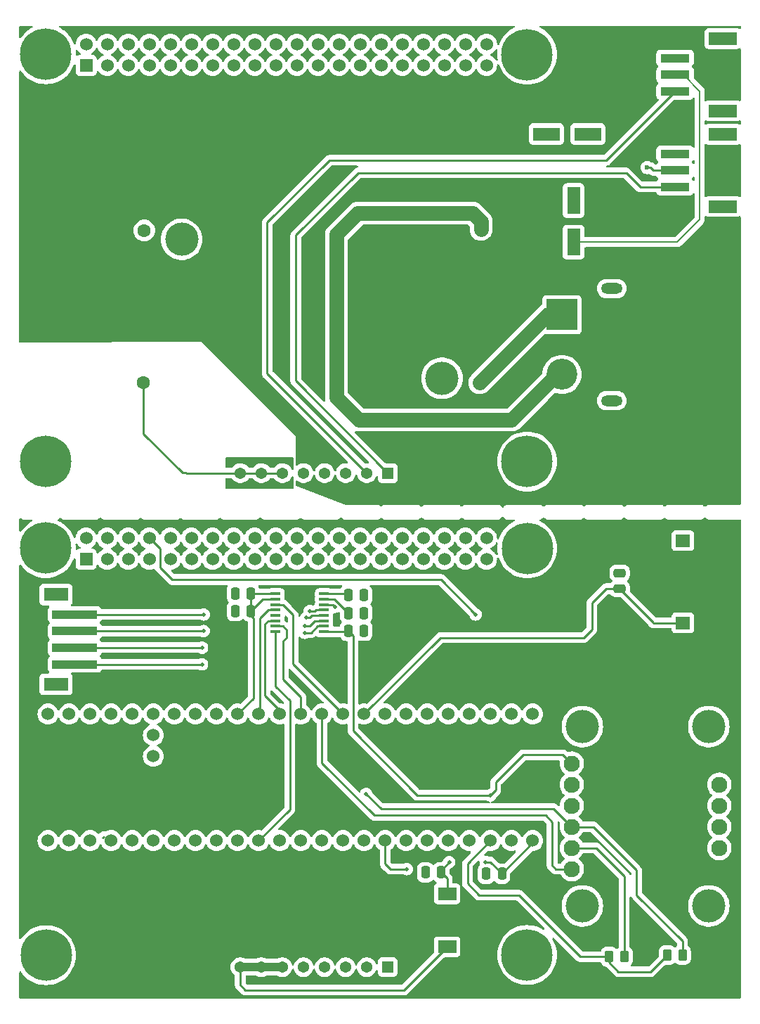
<source format=gbr>
%TF.GenerationSoftware,KiCad,Pcbnew,8.0.8*%
%TF.CreationDate,2026-02-11T18:54:27+05:30*%
%TF.ProjectId,Final_Integration,46696e61-6c5f-4496-9e74-656772617469,rev?*%
%TF.SameCoordinates,Original*%
%TF.FileFunction,Copper,L1,Top*%
%TF.FilePolarity,Positive*%
%FSLAX46Y46*%
G04 Gerber Fmt 4.6, Leading zero omitted, Abs format (unit mm)*
G04 Created by KiCad (PCBNEW 8.0.8) date 2026-02-11 18:54:27*
%MOMM*%
%LPD*%
G01*
G04 APERTURE LIST*
G04 Aperture macros list*
%AMRoundRect*
0 Rectangle with rounded corners*
0 $1 Rounding radius*
0 $2 $3 $4 $5 $6 $7 $8 $9 X,Y pos of 4 corners*
0 Add a 4 corners polygon primitive as box body*
4,1,4,$2,$3,$4,$5,$6,$7,$8,$9,$2,$3,0*
0 Add four circle primitives for the rounded corners*
1,1,$1+$1,$2,$3*
1,1,$1+$1,$4,$5*
1,1,$1+$1,$6,$7*
1,1,$1+$1,$8,$9*
0 Add four rect primitives between the rounded corners*
20,1,$1+$1,$2,$3,$4,$5,0*
20,1,$1+$1,$4,$5,$6,$7,0*
20,1,$1+$1,$6,$7,$8,$9,0*
20,1,$1+$1,$8,$9,$2,$3,0*%
G04 Aperture macros list end*
%TA.AperFunction,ComponentPad*%
%ADD10C,6.200000*%
%TD*%
%TA.AperFunction,ComponentPad*%
%ADD11R,1.370000X1.370000*%
%TD*%
%TA.AperFunction,ComponentPad*%
%ADD12C,1.370000*%
%TD*%
%TA.AperFunction,ComponentPad*%
%ADD13R,1.524000X1.524000*%
%TD*%
%TA.AperFunction,ComponentPad*%
%ADD14C,1.524000*%
%TD*%
%TA.AperFunction,SMDPad,CuDef*%
%ADD15RoundRect,0.250000X0.250000X0.475000X-0.250000X0.475000X-0.250000X-0.475000X0.250000X-0.475000X0*%
%TD*%
%TA.AperFunction,SMDPad,CuDef*%
%ADD16R,2.200000X1.500000*%
%TD*%
%TA.AperFunction,SMDPad,CuDef*%
%ADD17RoundRect,0.250000X0.262500X0.450000X-0.262500X0.450000X-0.262500X-0.450000X0.262500X-0.450000X0*%
%TD*%
%TA.AperFunction,SMDPad,CuDef*%
%ADD18RoundRect,0.250000X-0.250000X-0.475000X0.250000X-0.475000X0.250000X0.475000X-0.250000X0.475000X0*%
%TD*%
%TA.AperFunction,ComponentPad*%
%ADD19C,1.930400*%
%TD*%
%TA.AperFunction,ComponentPad*%
%ADD20C,4.000000*%
%TD*%
%TA.AperFunction,SMDPad,CuDef*%
%ADD21R,1.200000X0.350000*%
%TD*%
%TA.AperFunction,SMDPad,CuDef*%
%ADD22R,1.700000X1.500000*%
%TD*%
%TA.AperFunction,SMDPad,CuDef*%
%ADD23R,5.500000X1.000000*%
%TD*%
%TA.AperFunction,SMDPad,CuDef*%
%ADD24R,3.000000X1.600000*%
%TD*%
%TA.AperFunction,SMDPad,CuDef*%
%ADD25RoundRect,0.250000X0.475000X-0.250000X0.475000X0.250000X-0.475000X0.250000X-0.475000X-0.250000X0*%
%TD*%
%TA.AperFunction,SMDPad,CuDef*%
%ADD26R,3.200000X1.600000*%
%TD*%
%TA.AperFunction,SMDPad,CuDef*%
%ADD27R,1.600000X3.200000*%
%TD*%
%TA.AperFunction,ComponentPad*%
%ADD28R,3.716000X3.716000*%
%TD*%
%TA.AperFunction,ComponentPad*%
%ADD29C,3.716000*%
%TD*%
%TA.AperFunction,ComponentPad*%
%ADD30O,2.600000X1.300000*%
%TD*%
%TA.AperFunction,ComponentPad*%
%ADD31C,1.600000*%
%TD*%
%TA.AperFunction,SMDPad,CuDef*%
%ADD32R,3.500000X1.000000*%
%TD*%
%TA.AperFunction,SMDPad,CuDef*%
%ADD33R,3.400000X1.500000*%
%TD*%
%TA.AperFunction,ViaPad*%
%ADD34C,0.500000*%
%TD*%
%TA.AperFunction,ViaPad*%
%ADD35C,0.600000*%
%TD*%
%TA.AperFunction,Conductor*%
%ADD36C,1.000000*%
%TD*%
%TA.AperFunction,Conductor*%
%ADD37C,0.280000*%
%TD*%
%TA.AperFunction,Conductor*%
%ADD38C,0.200000*%
%TD*%
%TA.AperFunction,Conductor*%
%ADD39C,1.750000*%
%TD*%
G04 APERTURE END LIST*
D10*
%TO.P,,S1,SHIELD*%
%TO.N,N/C*%
X121955000Y-114755000D03*
%TD*%
%TO.P,,S1,SHIELD*%
%TO.N,N/C*%
X63955000Y-163725000D03*
%TD*%
D11*
%TO.P,J1,01,01*%
%TO.N,N/C*%
X105145000Y-165155000D03*
D12*
%TO.P,J1,02,02*%
X102605000Y-165155000D03*
%TO.P,J1,03,03*%
X100065000Y-165155000D03*
%TO.P,J1,04,04*%
X97525000Y-165155000D03*
%TO.P,J1,05,05*%
X94985000Y-165155000D03*
%TO.P,J1,06,06*%
X92445000Y-165155000D03*
%TO.P,J1,07,07*%
X89905000Y-165155000D03*
%TO.P,J1,08,08*%
X87365000Y-165155000D03*
%TD*%
D10*
%TO.P,,S1,SHIELD*%
%TO.N,N/C*%
X63925000Y-114705000D03*
%TD*%
%TO.P,,S1,SHIELD*%
%TO.N,N/C*%
X121945000Y-163705000D03*
%TD*%
D13*
%TO.P,J2,1,3v3*%
%TO.N,N/C*%
X68785000Y-116055000D03*
D14*
%TO.P,J2,2,5v*%
X68785000Y-113515000D03*
%TO.P,J2,3,IO2(SDA)*%
X71325000Y-116055000D03*
%TO.P,J2,4,5v*%
X71325000Y-113515000D03*
%TO.P,J2,5,IO3(SCL)*%
X73865000Y-116055000D03*
%TO.P,J2,6,GND*%
X73865000Y-113515000D03*
%TO.P,J2,7,IO4*%
X76405000Y-116055000D03*
%TO.P,J2,8,IO14*%
X76405000Y-113515000D03*
%TO.P,J2,9,GND*%
X78945000Y-116055000D03*
%TO.P,J2,10,IO15*%
X78945000Y-113515000D03*
%TO.P,J2,11,IO17*%
X81485000Y-116055000D03*
%TO.P,J2,12,IO18*%
X81485000Y-113515000D03*
%TO.P,J2,13,IO27*%
X84025000Y-116055000D03*
%TO.P,J2,14,GND*%
X84025000Y-113515000D03*
%TO.P,J2,15,IO22*%
X86565000Y-116055000D03*
%TO.P,J2,16,IO23*%
X86565000Y-113515000D03*
%TO.P,J2,17,3v3*%
X89105000Y-116055000D03*
%TO.P,J2,18,IO24*%
X89105000Y-113515000D03*
%TO.P,J2,19,IO10(MOSI)*%
X91645000Y-116055000D03*
%TO.P,J2,20,GND*%
X91645000Y-113515000D03*
%TO.P,J2,21,IO9(MISO)*%
X94185000Y-116055000D03*
%TO.P,J2,22,IO25*%
X94185000Y-113515000D03*
%TO.P,J2,23,IO11(SCLK)*%
X96725000Y-116055000D03*
%TO.P,J2,24,IO8*%
X96725000Y-113515000D03*
%TO.P,J2,25,GND*%
X99265000Y-116055000D03*
%TO.P,J2,26,IO7*%
X99265000Y-113515000D03*
%TO.P,J2,27,IO0*%
X101805000Y-116055000D03*
%TO.P,J2,28,IO1*%
X101805000Y-113515000D03*
%TO.P,J2,29,IO5*%
X104345000Y-116055000D03*
%TO.P,J2,30,GND*%
X104345000Y-113515000D03*
%TO.P,J2,31,IO6*%
X106885000Y-116055000D03*
%TO.P,J2,32,IO12*%
X106885000Y-113515000D03*
%TO.P,J2,33,IO13*%
X109425000Y-116055000D03*
%TO.P,J2,34,GND*%
X109425000Y-113515000D03*
%TO.P,J2,35,IO19*%
X111965000Y-116055000D03*
%TO.P,J2,36,IO16*%
X111965000Y-113515000D03*
%TO.P,J2,37,IO26*%
X114505000Y-116055000D03*
%TO.P,J2,38,IO20*%
X114505000Y-113515000D03*
%TO.P,J2,39,GND*%
X117045000Y-116055000D03*
%TO.P,J2,40,IO21*%
X117045000Y-113515000D03*
%TD*%
%TO.P,A1,3V3,3.3V*%
%TO.N,N/C*%
X117528750Y-149925000D03*
%TO.P,A1,3V3@2,3.3V*%
X87048750Y-134685000D03*
%TO.P,A1,3V3@3,3.3V*%
X76888750Y-139765000D03*
%TO.P,A1,AGND/GND,GND*%
X120068750Y-149925000D03*
%TO.P,A1,D0,(CRX1)D0*%
X120068750Y-134685000D03*
%TO.P,A1,D1,(CTX1)D1*%
X117528750Y-134685000D03*
%TO.P,A1,D2,D2*%
X114988750Y-134685000D03*
%TO.P,A1,D3,D3*%
X112448750Y-134685000D03*
%TO.P,A1,D4,D4*%
X109908750Y-134685000D03*
%TO.P,A1,D5,D5*%
X107368750Y-134685000D03*
%TO.P,A1,D6,D6*%
X104828750Y-134685000D03*
%TO.P,A1,D7,D7*%
X102288750Y-134685000D03*
%TO.P,A1,D8,D8*%
X99748750Y-134685000D03*
%TO.P,A1,D9,D9*%
X97208750Y-134685000D03*
%TO.P,A1,D10,(CS)D10*%
X94668750Y-134685000D03*
%TO.P,A1,D11,(SDO)D11*%
X92128750Y-134685000D03*
%TO.P,A1,D12,(SDI)D12*%
X89588750Y-134685000D03*
%TO.P,A1,D13,(CLK)D13*%
X89588750Y-149925000D03*
%TO.P,A1,D14,A0*%
X92128750Y-149925000D03*
%TO.P,A1,D15,A1*%
X94668750Y-149925000D03*
%TO.P,A1,D16,A2*%
X97208750Y-149925000D03*
%TO.P,A1,D17,A3*%
X99748750Y-149925000D03*
%TO.P,A1,D18,A4*%
X102288750Y-149925000D03*
%TO.P,A1,D19,A5*%
X104828750Y-149925000D03*
%TO.P,A1,D20,A6*%
X107368750Y-149925000D03*
%TO.P,A1,D21,A7*%
X109908750Y-149925000D03*
%TO.P,A1,D22,A8*%
X112448750Y-149925000D03*
%TO.P,A1,D23,A9*%
X114988750Y-149925000D03*
%TO.P,A1,D24,A10*%
X84508750Y-134685000D03*
%TO.P,A1,D25,A11*%
X81968750Y-134685000D03*
%TO.P,A1,D26,A12*%
X79428750Y-134685000D03*
%TO.P,A1,D27,A13*%
X76888750Y-134685000D03*
%TO.P,A1,D28,D28*%
X74348750Y-134685000D03*
%TO.P,A1,D29,D29*%
X71808750Y-134685000D03*
%TO.P,A1,D30,D30*%
X69268750Y-134685000D03*
%TO.P,A1,D31,D31*%
X66728750Y-134685000D03*
%TO.P,A1,D32,D32*%
X64188750Y-134685000D03*
%TO.P,A1,D33,D33*%
X64188750Y-149925000D03*
%TO.P,A1,D34,D34*%
X66728750Y-149925000D03*
%TO.P,A1,D35,D35*%
X69268750Y-149925000D03*
%TO.P,A1,D36,D36*%
X71808750Y-149925000D03*
%TO.P,A1,D37,D37*%
X74348750Y-149925000D03*
%TO.P,A1,D38,A14*%
X76888750Y-149925000D03*
%TO.P,A1,D39,A15*%
X79428750Y-149925000D03*
%TO.P,A1,D40,A16*%
X81968750Y-149925000D03*
%TO.P,A1,D41,A17*%
X84508750Y-149925000D03*
%TO.P,A1,GND,GND*%
X122608750Y-134685000D03*
%TO.P,A1,GND@2,GND*%
X87048750Y-149925000D03*
%TO.P,A1,VBAT,VBAT*%
X76888750Y-137225000D03*
%TO.P,A1,VIN,VIN*%
X122608750Y-149925000D03*
%TD*%
D15*
%TO.P,C4,1*%
%TO.N,N/C*%
X102270000Y-120400000D03*
%TO.P,C4,2*%
X100370000Y-120400000D03*
%TD*%
%TO.P,C3,1*%
%TO.N,N/C*%
X102270000Y-122530000D03*
%TO.P,C3,2*%
X100370000Y-122530000D03*
%TD*%
D16*
%TO.P,L1,1,1*%
%TO.N,N/C*%
X112300000Y-156325000D03*
%TO.P,L1,2,2*%
X112300000Y-162725000D03*
%TD*%
D15*
%TO.P,C1,1*%
%TO.N,N/C*%
X118905000Y-153905000D03*
%TO.P,C1,2*%
X117005000Y-153905000D03*
%TD*%
D17*
%TO.P,R1,1*%
%TO.N,N/C*%
X133667500Y-163905000D03*
%TO.P,R1,2*%
X131842500Y-163905000D03*
%TD*%
D18*
%TO.P,C5,1*%
%TO.N,N/C*%
X100370000Y-124670000D03*
%TO.P,C5,2*%
X102270000Y-124670000D03*
%TD*%
D19*
%TO.P,U1,1,VIN*%
%TO.N,N/C*%
X127335000Y-140660000D03*
%TO.P,U1,2,3VO*%
X127335000Y-143200000D03*
%TO.P,U1,3,GND*%
X127335000Y-145740000D03*
%TO.P,U1,4,SDA*%
X127335000Y-148280000D03*
%TO.P,U1,5,SCL*%
X127335000Y-150820000D03*
%TO.P,U1,6,RST*%
X127335000Y-153360000D03*
%TO.P,U1,7,ADR*%
X145115000Y-150820000D03*
%TO.P,U1,8,INT*%
X145115000Y-148280000D03*
%TO.P,U1,9,PS1*%
X145115000Y-145740000D03*
%TO.P,U1,10,PS0*%
X145115000Y-143200000D03*
D20*
%TO.P,U1,SH1*%
X128605000Y-136215000D03*
%TO.P,U1,SH2*%
X128605000Y-157805000D03*
%TO.P,U1,SH3*%
X143845000Y-157805000D03*
%TO.P,U1,SH4*%
X143845000Y-136215000D03*
%TD*%
D21*
%TO.P,IC1,1,VCC*%
%TO.N,N/C*%
X97480000Y-124780000D03*
%TO.P,IC1,2,X+*%
X97480000Y-124130000D03*
%TO.P,IC1,3,Y+*%
X97480000Y-123480000D03*
%TO.P,IC1,4,X-*%
X97480000Y-122830000D03*
%TO.P,IC1,5,Y-*%
X97480000Y-122180000D03*
%TO.P,IC1,6,GND*%
X97480000Y-121530000D03*
%TO.P,IC1,7,VBAT*%
X97480000Y-120880000D03*
%TO.P,IC1,8,AUX*%
X97480000Y-120230000D03*
%TO.P,IC1,9,VREF*%
X91630000Y-120230000D03*
%TO.P,IC1,10,IOVDD*%
X91630000Y-120880000D03*
%TO.P,IC1,11,PENIRQ*%
X91630000Y-121530000D03*
%TO.P,IC1,12,MISO*%
X91630000Y-122180000D03*
%TO.P,IC1,13,BUSY*%
X91630000Y-122830000D03*
%TO.P,IC1,14,MOSI*%
X91630000Y-123480000D03*
%TO.P,IC1,15,CS*%
X91630000Y-124130000D03*
%TO.P,IC1,16,DCLK*%
X91630000Y-124780000D03*
%TD*%
D15*
%TO.P,C6,1*%
%TO.N,N/C*%
X88640000Y-120170000D03*
%TO.P,C6,2*%
X86740000Y-120170000D03*
%TD*%
D17*
%TO.P,R2,1*%
%TO.N,N/C*%
X140667500Y-163705000D03*
%TO.P,R2,2*%
X138842500Y-163705000D03*
%TD*%
D22*
%TO.P,LS1,N*%
%TO.N,N/C*%
X140735000Y-113815000D03*
%TO.P,LS1,P*%
X140735000Y-123715000D03*
%TD*%
D23*
%TO.P,J3,1,1*%
%TO.N,N/C*%
X67405000Y-128705000D03*
%TO.P,J3,2,2*%
X67405000Y-126705000D03*
%TO.P,J3,3,3*%
X67405000Y-124705000D03*
%TO.P,J3,4,4*%
X67405000Y-122705000D03*
D24*
%TO.P,J3,SH1,SHIELD*%
X65155000Y-131105000D03*
%TO.P,J3,SH2,SHIELD*%
X65155000Y-120305000D03*
%TD*%
D15*
%TO.P,C7,1*%
%TO.N,N/C*%
X88650000Y-122310000D03*
%TO.P,C7,2*%
X86750000Y-122310000D03*
%TD*%
D25*
%TO.P,C8,1*%
%TO.N,N/C*%
X133095000Y-119605000D03*
%TO.P,C8,2*%
X133095000Y-117705000D03*
%TD*%
D15*
%TO.P,C2,1*%
%TO.N,N/C*%
X111580000Y-153755000D03*
%TO.P,C2,2*%
X109680000Y-153755000D03*
%TD*%
D26*
%TO.P,C1,1*%
%TO.N,N/C*%
X124260000Y-64880000D03*
%TO.P,C1,2*%
X129260000Y-64880000D03*
%TD*%
D27*
%TO.P,C2,1*%
%TO.N,N/C*%
X127560000Y-77890000D03*
%TO.P,C2,2*%
X127560000Y-72890000D03*
%TD*%
D10*
%TO.P,,S2,SHIELD*%
%TO.N,N/C*%
X121950000Y-55310000D03*
%TD*%
D28*
%TO.P,J4,1,P*%
%TO.N,N/C*%
X126155000Y-86619250D03*
D29*
%TO.P,J4,2,N*%
X126155000Y-93819250D03*
D30*
%TO.P,J4,SH1,SHIELD*%
X132155000Y-96969250D03*
%TO.P,J4,SH2,SHIELD*%
X132155000Y-83469250D03*
%TD*%
D10*
%TO.P,,S4,SHIELD*%
%TO.N,N/C*%
X63950000Y-104280000D03*
%TD*%
D20*
%TO.P,P1,1*%
%TO.N,N/C*%
X111690000Y-94270000D03*
X80300000Y-77550000D03*
D31*
%TO.P,P1,2*%
X75700000Y-94810000D03*
X75800000Y-76470000D03*
X116390000Y-76340000D03*
%TO.P,P1,3*%
X116240000Y-94810000D03*
%TD*%
D32*
%TO.P,S2,1,Sig*%
%TO.N,N/C*%
X139775000Y-71250000D03*
%TO.P,S2,2,Vcc*%
X139775000Y-69250000D03*
%TO.P,S2,3,GND*%
X139775000Y-67250000D03*
D33*
%TO.P,S2,P1*%
X145525000Y-73600000D03*
%TO.P,S2,P2*%
X145525000Y-64900000D03*
%TD*%
D10*
%TO.P,,S3,SHIELD*%
%TO.N,N/C*%
X121950000Y-104290000D03*
%TD*%
D11*
%TO.P,J6,01,01*%
%TO.N,N/C*%
X105160000Y-105690000D03*
D12*
%TO.P,J6,02,02*%
X102620000Y-105690000D03*
%TO.P,J6,03,03*%
X100080000Y-105690000D03*
%TO.P,J6,04,04*%
X97540000Y-105690000D03*
%TO.P,J6,05,05*%
X95000000Y-105690000D03*
%TO.P,J6,06,06*%
X92460000Y-105690000D03*
%TO.P,J6,07,07*%
X89920000Y-105690000D03*
%TO.P,J6,08,08*%
X87380000Y-105690000D03*
%TD*%
D13*
%TO.P,J3,1,3v3*%
%TO.N,N/C*%
X68800000Y-56600000D03*
D14*
%TO.P,J3,2,5v*%
X68800000Y-54060000D03*
%TO.P,J3,3,IO2(SDA)*%
X71340000Y-56600000D03*
%TO.P,J3,4,5v*%
X71340000Y-54060000D03*
%TO.P,J3,5,IO3(SCL)*%
X73880000Y-56600000D03*
%TO.P,J3,6,GND*%
X73880000Y-54060000D03*
%TO.P,J3,7,IO4*%
X76420000Y-56600000D03*
%TO.P,J3,8,IO14*%
X76420000Y-54060000D03*
%TO.P,J3,9,GND*%
X78960000Y-56600000D03*
%TO.P,J3,10,IO15*%
X78960000Y-54060000D03*
%TO.P,J3,11,IO17*%
X81500000Y-56600000D03*
%TO.P,J3,12,IO18*%
X81500000Y-54060000D03*
%TO.P,J3,13,IO27*%
X84040000Y-56600000D03*
%TO.P,J3,14,GND*%
X84040000Y-54060000D03*
%TO.P,J3,15,IO22*%
X86580000Y-56600000D03*
%TO.P,J3,16,IO23*%
X86580000Y-54060000D03*
%TO.P,J3,17,3v3*%
X89120000Y-56600000D03*
%TO.P,J3,18,IO24*%
X89120000Y-54060000D03*
%TO.P,J3,19,IO10(MOSI)*%
X91660000Y-56600000D03*
%TO.P,J3,20,GND*%
X91660000Y-54060000D03*
%TO.P,J3,21,IO9(MISO)*%
X94200000Y-56600000D03*
%TO.P,J3,22,IO25*%
X94200000Y-54060000D03*
%TO.P,J3,23,IO11(SCLK)*%
X96740000Y-56600000D03*
%TO.P,J3,24,IO8*%
X96740000Y-54060000D03*
%TO.P,J3,25,GND*%
X99280000Y-56600000D03*
%TO.P,J3,26,IO7*%
X99280000Y-54060000D03*
%TO.P,J3,27,IO0*%
X101820000Y-56600000D03*
%TO.P,J3,28,IO1*%
X101820000Y-54060000D03*
%TO.P,J3,29,IO5*%
X104360000Y-56600000D03*
%TO.P,J3,30,GND*%
X104360000Y-54060000D03*
%TO.P,J3,31,IO6*%
X106900000Y-56600000D03*
%TO.P,J3,32,IO12*%
X106900000Y-54060000D03*
%TO.P,J3,33,IO13*%
X109440000Y-56600000D03*
%TO.P,J3,34,GND*%
X109440000Y-54060000D03*
%TO.P,J3,35,IO19*%
X111980000Y-56600000D03*
%TO.P,J3,36,IO16*%
X111980000Y-54060000D03*
%TO.P,J3,37,IO26*%
X114520000Y-56600000D03*
%TO.P,J3,38,IO20*%
X114520000Y-54060000D03*
%TO.P,J3,39,GND*%
X117060000Y-56600000D03*
%TO.P,J3,40,IO21*%
X117060000Y-54060000D03*
%TD*%
D32*
%TO.P,S1,1,sig*%
%TO.N,N/C*%
X139775000Y-59725000D03*
%TO.P,S1,2,VCC*%
X139775000Y-57725000D03*
%TO.P,S1,3,GND*%
X139775000Y-55725000D03*
D33*
%TO.P,S1,P1*%
X145525000Y-62075000D03*
%TO.P,S1,P2*%
X145525000Y-53375000D03*
%TD*%
D10*
%TO.P,,S1,SHIELD*%
%TO.N,N/C*%
X63940000Y-55260000D03*
%TD*%
D34*
%TO.N,*%
X112555000Y-152505000D03*
X95755000Y-122305000D03*
X82755000Y-126705000D03*
X95155000Y-124105000D03*
X82955000Y-124705000D03*
X102555000Y-144305000D03*
X95355000Y-123105000D03*
X82755000Y-128705000D03*
X95155000Y-124905000D03*
X107455000Y-153355000D03*
X82955000Y-122705000D03*
X117528750Y-144478750D03*
X116955000Y-152505000D03*
X98782806Y-121777194D03*
X115755000Y-122705000D03*
D35*
X136425000Y-68900000D03*
%TD*%
D36*
%TO.N,*%
X87365000Y-165155000D02*
X89905000Y-165155000D01*
X89905000Y-165155000D02*
X92445000Y-165155000D01*
D37*
X90750000Y-122180000D02*
X89755000Y-123175000D01*
X95155000Y-124105000D02*
X95755000Y-124105000D01*
X104828750Y-152453750D02*
X104828750Y-149925000D01*
X107120000Y-167905000D02*
X112300000Y-162725000D01*
X95755000Y-122305000D02*
X96355000Y-122305000D01*
X89755000Y-123175000D02*
X89755000Y-134518750D01*
X97480000Y-120880000D02*
X98720000Y-120880000D01*
X87365000Y-167290000D02*
X87980000Y-167905000D01*
X67405000Y-122705000D02*
X82955000Y-122705000D01*
X91630000Y-122180000D02*
X90750000Y-122180000D01*
X97475000Y-122175000D02*
X97480000Y-122180000D01*
X95355000Y-123105000D02*
X95755000Y-123105000D01*
X95900000Y-124905000D02*
X96675000Y-124130000D01*
X87365000Y-165155000D02*
X87365000Y-167290000D01*
X96030000Y-122830000D02*
X97480000Y-122830000D01*
X70785000Y-149575000D02*
X70900000Y-149460000D01*
X104830000Y-152455000D02*
X104828750Y-152453750D01*
X127335000Y-150820000D02*
X130270000Y-150820000D01*
X87980000Y-167905000D02*
X107120000Y-167905000D01*
X95155000Y-124905000D02*
X95900000Y-124905000D01*
X97480000Y-120230000D02*
X100200000Y-120230000D01*
X89755000Y-134518750D02*
X89588750Y-134685000D01*
X67405000Y-128705000D02*
X82755000Y-128705000D01*
X105455000Y-153355000D02*
X104830000Y-152730000D01*
X98720000Y-120880000D02*
X100370000Y-122530000D01*
X96355000Y-122305000D02*
X96485000Y-122175000D01*
X96380000Y-123480000D02*
X97480000Y-123480000D01*
X95755000Y-124105000D02*
X96380000Y-123480000D01*
X100200000Y-120230000D02*
X100370000Y-120400000D01*
X107455000Y-153355000D02*
X105455000Y-153355000D01*
X96675000Y-124130000D02*
X97480000Y-124130000D01*
X96485000Y-122175000D02*
X97475000Y-122175000D01*
X95755000Y-123105000D02*
X96030000Y-122830000D01*
X67405000Y-124705000D02*
X82955000Y-124705000D01*
X133667500Y-154217500D02*
X133667500Y-163905000D01*
X67405000Y-126705000D02*
X82755000Y-126705000D01*
X91630000Y-123480000D02*
X90750000Y-123480000D01*
X137155000Y-123705000D02*
X137165000Y-123715000D01*
X93755000Y-122775000D02*
X93755000Y-128691250D01*
X90750000Y-123480000D02*
X90355000Y-123875000D01*
X77675000Y-114785000D02*
X77675000Y-117025000D01*
X91630000Y-124130000D02*
X92510000Y-124130000D01*
X111468750Y-125505000D02*
X128755000Y-125505000D01*
X125410000Y-153360000D02*
X124955000Y-152905000D01*
X111555000Y-118505000D02*
X115755000Y-122705000D01*
X90355000Y-132505000D02*
X92128750Y-134278750D01*
X129755000Y-121305000D02*
X131455000Y-119605000D01*
X130270000Y-150820000D02*
X133667500Y-154217500D01*
X127335000Y-153360000D02*
X125410000Y-153360000D01*
X104830000Y-152730000D02*
X104830000Y-152455000D01*
X140667500Y-162017500D02*
X140667500Y-163705000D01*
X92955000Y-125505000D02*
X92555000Y-125905000D01*
X92555000Y-125905000D02*
X92555000Y-130505000D01*
X76405000Y-113515000D02*
X77675000Y-114785000D01*
X92128750Y-134278750D02*
X92128750Y-134685000D01*
X102288750Y-134685000D02*
X111468750Y-125505000D01*
X124955000Y-152905000D02*
X124955000Y-147705000D01*
X103555000Y-146905000D02*
X97208750Y-140558750D01*
X128755000Y-125505000D02*
X129755000Y-124505000D01*
X124155000Y-146905000D02*
X103555000Y-146905000D01*
X129755000Y-124505000D02*
X129755000Y-121305000D01*
X129930000Y-148280000D02*
X135155000Y-153505000D01*
X135155000Y-156505000D02*
X140667500Y-162017500D01*
X104355000Y-146105000D02*
X102555000Y-144305000D01*
X92555000Y-130505000D02*
X94668750Y-132618750D01*
X127335000Y-148280000D02*
X125160000Y-146105000D01*
X79155000Y-118505000D02*
X111555000Y-118505000D01*
X125160000Y-146105000D02*
X104355000Y-146105000D01*
X135155000Y-153505000D02*
X135155000Y-156505000D01*
X127335000Y-148280000D02*
X129930000Y-148280000D01*
X90355000Y-123875000D02*
X90355000Y-132505000D01*
X94668750Y-132618750D02*
X94668750Y-134685000D01*
X91630000Y-121530000D02*
X92510000Y-121530000D01*
X92510000Y-124130000D02*
X92955000Y-124575000D01*
X137165000Y-123715000D02*
X140735000Y-123715000D01*
X92510000Y-121530000D02*
X93755000Y-122775000D01*
X92955000Y-124575000D02*
X92955000Y-125505000D01*
X137155000Y-123665000D02*
X137155000Y-123705000D01*
X131455000Y-119605000D02*
X133095000Y-119605000D01*
X133095000Y-119605000D02*
X137155000Y-123665000D01*
X97208750Y-140558750D02*
X97208750Y-134685000D01*
X124955000Y-147705000D02*
X124155000Y-146905000D01*
X77675000Y-117025000D02*
X79155000Y-118505000D01*
X93755000Y-128691250D02*
X99748750Y-134685000D01*
X88650000Y-122310000D02*
X88650000Y-122810000D01*
X126265000Y-139590000D02*
X127335000Y-140660000D01*
X118155000Y-143852500D02*
X118155000Y-142905000D01*
X128355000Y-163905000D02*
X120955000Y-156505000D01*
X138842500Y-163705000D02*
X136842500Y-165705000D01*
X136842500Y-165705000D02*
X132955000Y-165705000D01*
X97480000Y-121530000D02*
X98535612Y-121530000D01*
X118155000Y-142905000D02*
X121470000Y-139590000D01*
X116955000Y-152505000D02*
X117505000Y-152505000D01*
X111580000Y-153755000D02*
X111580000Y-153480000D01*
X112300000Y-156325000D02*
X112300000Y-154475000D01*
X91630000Y-120230000D02*
X88700000Y-120230000D01*
X122608750Y-150201250D02*
X122608750Y-149925000D01*
X112300000Y-154475000D02*
X111580000Y-153755000D01*
X111580000Y-153480000D02*
X112555000Y-152505000D01*
X100260000Y-124780000D02*
X100370000Y-124670000D01*
X118905000Y-153905000D02*
X122608750Y-150201250D01*
X117505000Y-152505000D02*
X118905000Y-153905000D01*
X88650000Y-122810000D02*
X88955000Y-123115000D01*
X100370000Y-124670000D02*
X100955000Y-125255000D01*
X116155000Y-156505000D02*
X114755000Y-155105000D01*
X91630000Y-124780000D02*
X91630000Y-131380000D01*
X100955000Y-125255000D02*
X100955000Y-136705000D01*
X88640000Y-120170000D02*
X88640000Y-122300000D01*
X108728750Y-144478750D02*
X117528750Y-144478750D01*
X88640000Y-122300000D02*
X88650000Y-122310000D01*
X121470000Y-139590000D02*
X126265000Y-139590000D01*
X97480000Y-124780000D02*
X100260000Y-124780000D01*
X131842500Y-164592500D02*
X131842500Y-163905000D01*
X114755000Y-152698750D02*
X117528750Y-149925000D01*
X120955000Y-156505000D02*
X116155000Y-156505000D01*
X131842500Y-163905000D02*
X128355000Y-163905000D01*
X91630000Y-120880000D02*
X90080000Y-120880000D01*
X93355000Y-146158750D02*
X89588750Y-149925000D01*
X91630000Y-131380000D02*
X93355000Y-133105000D01*
X98535612Y-121530000D02*
X98782806Y-121777194D01*
X88955000Y-123115000D02*
X88955000Y-132778750D01*
X117528750Y-144478750D02*
X118155000Y-143852500D01*
X90080000Y-120880000D02*
X88650000Y-122310000D01*
X93355000Y-133105000D02*
X93355000Y-146158750D01*
X132955000Y-165705000D02*
X131842500Y-164592500D01*
X88700000Y-120230000D02*
X88640000Y-120170000D01*
X88955000Y-132778750D02*
X87048750Y-134685000D01*
X100955000Y-136705000D02*
X108728750Y-144478750D01*
X114755000Y-155105000D02*
X114755000Y-152698750D01*
X80850000Y-105690000D02*
X87380000Y-105690000D01*
X136825000Y-68900000D02*
X137175000Y-69250000D01*
X137175000Y-69250000D02*
X139775000Y-69250000D01*
D38*
X142750000Y-75150000D02*
X142750000Y-59700000D01*
D39*
X124430750Y-86619250D02*
X116240000Y-94810000D01*
X126049250Y-93925000D02*
X126155000Y-93819250D01*
D37*
X80830000Y-105670000D02*
X80850000Y-105690000D01*
X131475000Y-68025000D02*
X139775000Y-59725000D01*
X89920000Y-105690000D02*
X92460000Y-105690000D01*
D38*
X140775000Y-57725000D02*
X139775000Y-57725000D01*
D39*
X126155000Y-86619250D02*
X124430750Y-86619250D01*
D37*
X87380000Y-105690000D02*
X89920000Y-105690000D01*
D38*
X142750000Y-59700000D02*
X140775000Y-57725000D01*
D39*
X124436500Y-86725000D02*
X126049250Y-86725000D01*
D37*
X80390000Y-105670000D02*
X80830000Y-105670000D01*
D39*
X115390000Y-74410000D02*
X116390000Y-75410000D01*
X101530000Y-74410000D02*
X115390000Y-74410000D01*
D38*
X127560000Y-77890000D02*
X140010000Y-77890000D01*
D37*
X133900000Y-69550000D02*
X101550000Y-69550000D01*
X75300000Y-76970000D02*
X75800000Y-76470000D01*
D38*
X140010000Y-77890000D02*
X142750000Y-75150000D01*
D37*
X139775000Y-71250000D02*
X135600000Y-71250000D01*
D39*
X98970000Y-76970000D02*
X101530000Y-74410000D01*
X98970000Y-96600000D02*
X98970000Y-76970000D01*
D37*
X98105000Y-68025000D02*
X131475000Y-68025000D01*
D39*
X126155000Y-93819250D02*
X125550750Y-93819250D01*
D37*
X101550000Y-69550000D02*
X94050000Y-77050000D01*
D39*
X126049250Y-86725000D02*
X126155000Y-86619250D01*
D37*
X94050000Y-77050000D02*
X94050000Y-94580000D01*
X136425000Y-68900000D02*
X136825000Y-68900000D01*
X102620000Y-105690000D02*
X90600000Y-93670000D01*
X94050000Y-94580000D02*
X105160000Y-105690000D01*
D39*
X120070000Y-99300000D02*
X101670000Y-99300000D01*
D37*
X75700000Y-94810000D02*
X75700000Y-100980000D01*
D39*
X125550750Y-93819250D02*
X120070000Y-99300000D01*
X101670000Y-99300000D02*
X98970000Y-96600000D01*
D37*
X90600000Y-75530000D02*
X98105000Y-68025000D01*
X90600000Y-93670000D02*
X90600000Y-75530000D01*
D39*
X116390000Y-75410000D02*
X116390000Y-76340000D01*
X125556500Y-93925000D02*
X126049250Y-93925000D01*
D37*
X135600000Y-71250000D02*
X133900000Y-69550000D01*
X75700000Y-100980000D02*
X80390000Y-105670000D01*
%TD*%
%TA.AperFunction,NonConductor*%
G36*
X62290533Y-51850185D02*
G01*
X62336288Y-51902989D01*
X62346232Y-51972147D01*
X62317207Y-52035703D01*
X62279789Y-52064985D01*
X62137275Y-52137599D01*
X61820776Y-52343135D01*
X61527493Y-52580631D01*
X61527485Y-52580638D01*
X61260638Y-52847485D01*
X61260631Y-52847493D01*
X61023135Y-53140776D01*
X60958495Y-53240314D01*
X60905474Y-53285817D01*
X60836269Y-53295431D01*
X60772852Y-53266104D01*
X60735358Y-53207147D01*
X60730500Y-53172779D01*
X60730500Y-51954500D01*
X60750185Y-51887461D01*
X60802989Y-51841706D01*
X60854500Y-51830500D01*
X62223494Y-51830500D01*
X62290533Y-51850185D01*
G37*
%TD.AperFunction*%
%TA.AperFunction,NonConductor*%
G36*
X120398663Y-51850185D02*
G01*
X120444418Y-51902989D01*
X120454362Y-51972147D01*
X120425337Y-52035703D01*
X120387919Y-52064985D01*
X120147275Y-52187599D01*
X119830776Y-52393135D01*
X119537493Y-52630631D01*
X119537485Y-52630638D01*
X119270638Y-52897485D01*
X119270631Y-52897493D01*
X119033135Y-53190776D01*
X118827599Y-53507275D01*
X118656267Y-53843531D01*
X118565436Y-54080154D01*
X118523034Y-54135686D01*
X118457340Y-54159479D01*
X118389211Y-54143977D01*
X118340279Y-54094104D01*
X118326144Y-54046523D01*
X118322706Y-54007227D01*
X118308070Y-53839932D01*
X118250894Y-53626550D01*
X118157534Y-53426339D01*
X118030826Y-53245380D01*
X117874620Y-53089174D01*
X117874616Y-53089171D01*
X117874615Y-53089170D01*
X117693666Y-52962468D01*
X117693662Y-52962466D01*
X117554326Y-52897493D01*
X117493450Y-52869106D01*
X117493447Y-52869105D01*
X117493445Y-52869104D01*
X117280070Y-52811930D01*
X117280062Y-52811929D01*
X117060002Y-52792677D01*
X117059998Y-52792677D01*
X116839937Y-52811929D01*
X116839929Y-52811930D01*
X116626554Y-52869104D01*
X116626548Y-52869107D01*
X116426340Y-52962465D01*
X116426338Y-52962466D01*
X116245377Y-53089175D01*
X116089175Y-53245377D01*
X115962466Y-53426338D01*
X115962465Y-53426340D01*
X115902382Y-53555189D01*
X115856209Y-53607628D01*
X115789016Y-53626780D01*
X115722135Y-53606564D01*
X115677618Y-53555189D01*
X115631962Y-53457280D01*
X115617534Y-53426339D01*
X115490826Y-53245380D01*
X115334620Y-53089174D01*
X115334616Y-53089171D01*
X115334615Y-53089170D01*
X115153666Y-52962468D01*
X115153662Y-52962466D01*
X115014326Y-52897493D01*
X114953450Y-52869106D01*
X114953447Y-52869105D01*
X114953445Y-52869104D01*
X114740070Y-52811930D01*
X114740062Y-52811929D01*
X114520002Y-52792677D01*
X114519998Y-52792677D01*
X114299937Y-52811929D01*
X114299929Y-52811930D01*
X114086554Y-52869104D01*
X114086548Y-52869107D01*
X113886340Y-52962465D01*
X113886338Y-52962466D01*
X113705377Y-53089175D01*
X113549175Y-53245377D01*
X113422466Y-53426338D01*
X113422465Y-53426340D01*
X113362382Y-53555189D01*
X113316209Y-53607628D01*
X113249016Y-53626780D01*
X113182135Y-53606564D01*
X113137618Y-53555189D01*
X113091962Y-53457280D01*
X113077534Y-53426339D01*
X112950826Y-53245380D01*
X112794620Y-53089174D01*
X112794616Y-53089171D01*
X112794615Y-53089170D01*
X112613666Y-52962468D01*
X112613662Y-52962466D01*
X112474326Y-52897493D01*
X112413450Y-52869106D01*
X112413447Y-52869105D01*
X112413445Y-52869104D01*
X112200070Y-52811930D01*
X112200062Y-52811929D01*
X111980002Y-52792677D01*
X111979998Y-52792677D01*
X111759937Y-52811929D01*
X111759929Y-52811930D01*
X111546554Y-52869104D01*
X111546548Y-52869107D01*
X111346340Y-52962465D01*
X111346338Y-52962466D01*
X111165377Y-53089175D01*
X111009175Y-53245377D01*
X110882466Y-53426338D01*
X110882465Y-53426340D01*
X110822382Y-53555189D01*
X110776209Y-53607628D01*
X110709016Y-53626780D01*
X110642135Y-53606564D01*
X110597618Y-53555189D01*
X110551962Y-53457280D01*
X110537534Y-53426339D01*
X110410826Y-53245380D01*
X110254620Y-53089174D01*
X110254616Y-53089171D01*
X110254615Y-53089170D01*
X110073666Y-52962468D01*
X110073662Y-52962466D01*
X109934326Y-52897493D01*
X109873450Y-52869106D01*
X109873447Y-52869105D01*
X109873445Y-52869104D01*
X109660070Y-52811930D01*
X109660062Y-52811929D01*
X109440002Y-52792677D01*
X109439998Y-52792677D01*
X109219937Y-52811929D01*
X109219929Y-52811930D01*
X109006554Y-52869104D01*
X109006548Y-52869107D01*
X108806340Y-52962465D01*
X108806338Y-52962466D01*
X108625377Y-53089175D01*
X108469175Y-53245377D01*
X108342466Y-53426338D01*
X108342465Y-53426340D01*
X108282382Y-53555189D01*
X108236209Y-53607628D01*
X108169016Y-53626780D01*
X108102135Y-53606564D01*
X108057618Y-53555189D01*
X108011962Y-53457280D01*
X107997534Y-53426339D01*
X107870826Y-53245380D01*
X107714620Y-53089174D01*
X107714616Y-53089171D01*
X107714615Y-53089170D01*
X107533666Y-52962468D01*
X107533662Y-52962466D01*
X107394326Y-52897493D01*
X107333450Y-52869106D01*
X107333447Y-52869105D01*
X107333445Y-52869104D01*
X107120070Y-52811930D01*
X107120062Y-52811929D01*
X106900002Y-52792677D01*
X106899998Y-52792677D01*
X106679937Y-52811929D01*
X106679929Y-52811930D01*
X106466554Y-52869104D01*
X106466548Y-52869107D01*
X106266340Y-52962465D01*
X106266338Y-52962466D01*
X106085377Y-53089175D01*
X105929175Y-53245377D01*
X105802466Y-53426338D01*
X105802465Y-53426340D01*
X105742382Y-53555189D01*
X105696209Y-53607628D01*
X105629016Y-53626780D01*
X105562135Y-53606564D01*
X105517618Y-53555189D01*
X105471962Y-53457280D01*
X105457534Y-53426339D01*
X105330826Y-53245380D01*
X105174620Y-53089174D01*
X105174616Y-53089171D01*
X105174615Y-53089170D01*
X104993666Y-52962468D01*
X104993662Y-52962466D01*
X104854326Y-52897493D01*
X104793450Y-52869106D01*
X104793447Y-52869105D01*
X104793445Y-52869104D01*
X104580070Y-52811930D01*
X104580062Y-52811929D01*
X104360002Y-52792677D01*
X104359998Y-52792677D01*
X104139937Y-52811929D01*
X104139929Y-52811930D01*
X103926554Y-52869104D01*
X103926548Y-52869107D01*
X103726340Y-52962465D01*
X103726338Y-52962466D01*
X103545377Y-53089175D01*
X103389175Y-53245377D01*
X103262466Y-53426338D01*
X103262465Y-53426340D01*
X103202382Y-53555189D01*
X103156209Y-53607628D01*
X103089016Y-53626780D01*
X103022135Y-53606564D01*
X102977618Y-53555189D01*
X102931962Y-53457280D01*
X102917534Y-53426339D01*
X102790826Y-53245380D01*
X102634620Y-53089174D01*
X102634616Y-53089171D01*
X102634615Y-53089170D01*
X102453666Y-52962468D01*
X102453662Y-52962466D01*
X102314326Y-52897493D01*
X102253450Y-52869106D01*
X102253447Y-52869105D01*
X102253445Y-52869104D01*
X102040070Y-52811930D01*
X102040062Y-52811929D01*
X101820002Y-52792677D01*
X101819998Y-52792677D01*
X101599937Y-52811929D01*
X101599929Y-52811930D01*
X101386554Y-52869104D01*
X101386548Y-52869107D01*
X101186340Y-52962465D01*
X101186338Y-52962466D01*
X101005377Y-53089175D01*
X100849175Y-53245377D01*
X100722466Y-53426338D01*
X100722465Y-53426340D01*
X100662382Y-53555189D01*
X100616209Y-53607628D01*
X100549016Y-53626780D01*
X100482135Y-53606564D01*
X100437618Y-53555189D01*
X100391962Y-53457280D01*
X100377534Y-53426339D01*
X100250826Y-53245380D01*
X100094620Y-53089174D01*
X100094616Y-53089171D01*
X100094615Y-53089170D01*
X99913666Y-52962468D01*
X99913662Y-52962466D01*
X99774326Y-52897493D01*
X99713450Y-52869106D01*
X99713447Y-52869105D01*
X99713445Y-52869104D01*
X99500070Y-52811930D01*
X99500062Y-52811929D01*
X99280002Y-52792677D01*
X99279998Y-52792677D01*
X99059937Y-52811929D01*
X99059929Y-52811930D01*
X98846554Y-52869104D01*
X98846548Y-52869107D01*
X98646340Y-52962465D01*
X98646338Y-52962466D01*
X98465377Y-53089175D01*
X98309175Y-53245377D01*
X98182466Y-53426338D01*
X98182465Y-53426340D01*
X98122382Y-53555189D01*
X98076209Y-53607628D01*
X98009016Y-53626780D01*
X97942135Y-53606564D01*
X97897618Y-53555189D01*
X97851962Y-53457280D01*
X97837534Y-53426339D01*
X97710826Y-53245380D01*
X97554620Y-53089174D01*
X97554616Y-53089171D01*
X97554615Y-53089170D01*
X97373666Y-52962468D01*
X97373662Y-52962466D01*
X97234326Y-52897493D01*
X97173450Y-52869106D01*
X97173447Y-52869105D01*
X97173445Y-52869104D01*
X96960070Y-52811930D01*
X96960062Y-52811929D01*
X96740002Y-52792677D01*
X96739998Y-52792677D01*
X96519937Y-52811929D01*
X96519929Y-52811930D01*
X96306554Y-52869104D01*
X96306548Y-52869107D01*
X96106340Y-52962465D01*
X96106338Y-52962466D01*
X95925377Y-53089175D01*
X95769175Y-53245377D01*
X95642466Y-53426338D01*
X95642465Y-53426340D01*
X95582382Y-53555189D01*
X95536209Y-53607628D01*
X95469016Y-53626780D01*
X95402135Y-53606564D01*
X95357618Y-53555189D01*
X95311962Y-53457280D01*
X95297534Y-53426339D01*
X95170826Y-53245380D01*
X95014620Y-53089174D01*
X95014616Y-53089171D01*
X95014615Y-53089170D01*
X94833666Y-52962468D01*
X94833662Y-52962466D01*
X94694326Y-52897493D01*
X94633450Y-52869106D01*
X94633447Y-52869105D01*
X94633445Y-52869104D01*
X94420070Y-52811930D01*
X94420062Y-52811929D01*
X94200002Y-52792677D01*
X94199998Y-52792677D01*
X93979937Y-52811929D01*
X93979929Y-52811930D01*
X93766554Y-52869104D01*
X93766548Y-52869107D01*
X93566340Y-52962465D01*
X93566338Y-52962466D01*
X93385377Y-53089175D01*
X93229175Y-53245377D01*
X93102466Y-53426338D01*
X93102465Y-53426340D01*
X93042382Y-53555189D01*
X92996209Y-53607628D01*
X92929016Y-53626780D01*
X92862135Y-53606564D01*
X92817618Y-53555189D01*
X92771962Y-53457280D01*
X92757534Y-53426339D01*
X92630826Y-53245380D01*
X92474620Y-53089174D01*
X92474616Y-53089171D01*
X92474615Y-53089170D01*
X92293666Y-52962468D01*
X92293662Y-52962466D01*
X92154326Y-52897493D01*
X92093450Y-52869106D01*
X92093447Y-52869105D01*
X92093445Y-52869104D01*
X91880070Y-52811930D01*
X91880062Y-52811929D01*
X91660002Y-52792677D01*
X91659998Y-52792677D01*
X91439937Y-52811929D01*
X91439929Y-52811930D01*
X91226554Y-52869104D01*
X91226548Y-52869107D01*
X91026340Y-52962465D01*
X91026338Y-52962466D01*
X90845377Y-53089175D01*
X90689175Y-53245377D01*
X90562466Y-53426338D01*
X90562465Y-53426340D01*
X90502382Y-53555189D01*
X90456209Y-53607628D01*
X90389016Y-53626780D01*
X90322135Y-53606564D01*
X90277618Y-53555189D01*
X90231962Y-53457280D01*
X90217534Y-53426339D01*
X90090826Y-53245380D01*
X89934620Y-53089174D01*
X89934616Y-53089171D01*
X89934615Y-53089170D01*
X89753666Y-52962468D01*
X89753662Y-52962466D01*
X89614326Y-52897493D01*
X89553450Y-52869106D01*
X89553447Y-52869105D01*
X89553445Y-52869104D01*
X89340070Y-52811930D01*
X89340062Y-52811929D01*
X89120002Y-52792677D01*
X89119998Y-52792677D01*
X88899937Y-52811929D01*
X88899929Y-52811930D01*
X88686554Y-52869104D01*
X88686548Y-52869107D01*
X88486340Y-52962465D01*
X88486338Y-52962466D01*
X88305377Y-53089175D01*
X88149175Y-53245377D01*
X88022466Y-53426338D01*
X88022465Y-53426340D01*
X87962382Y-53555189D01*
X87916209Y-53607628D01*
X87849016Y-53626780D01*
X87782135Y-53606564D01*
X87737618Y-53555189D01*
X87691962Y-53457280D01*
X87677534Y-53426339D01*
X87550826Y-53245380D01*
X87394620Y-53089174D01*
X87394616Y-53089171D01*
X87394615Y-53089170D01*
X87213666Y-52962468D01*
X87213662Y-52962466D01*
X87074326Y-52897493D01*
X87013450Y-52869106D01*
X87013447Y-52869105D01*
X87013445Y-52869104D01*
X86800070Y-52811930D01*
X86800062Y-52811929D01*
X86580002Y-52792677D01*
X86579998Y-52792677D01*
X86359937Y-52811929D01*
X86359929Y-52811930D01*
X86146554Y-52869104D01*
X86146548Y-52869107D01*
X85946340Y-52962465D01*
X85946338Y-52962466D01*
X85765377Y-53089175D01*
X85609175Y-53245377D01*
X85482466Y-53426338D01*
X85482465Y-53426340D01*
X85422382Y-53555189D01*
X85376209Y-53607628D01*
X85309016Y-53626780D01*
X85242135Y-53606564D01*
X85197618Y-53555189D01*
X85151962Y-53457280D01*
X85137534Y-53426339D01*
X85010826Y-53245380D01*
X84854620Y-53089174D01*
X84854616Y-53089171D01*
X84854615Y-53089170D01*
X84673666Y-52962468D01*
X84673662Y-52962466D01*
X84534326Y-52897493D01*
X84473450Y-52869106D01*
X84473447Y-52869105D01*
X84473445Y-52869104D01*
X84260070Y-52811930D01*
X84260062Y-52811929D01*
X84040002Y-52792677D01*
X84039998Y-52792677D01*
X83819937Y-52811929D01*
X83819929Y-52811930D01*
X83606554Y-52869104D01*
X83606548Y-52869107D01*
X83406340Y-52962465D01*
X83406338Y-52962466D01*
X83225377Y-53089175D01*
X83069175Y-53245377D01*
X82942466Y-53426338D01*
X82942465Y-53426340D01*
X82882382Y-53555189D01*
X82836209Y-53607628D01*
X82769016Y-53626780D01*
X82702135Y-53606564D01*
X82657618Y-53555189D01*
X82611962Y-53457280D01*
X82597534Y-53426339D01*
X82470826Y-53245380D01*
X82314620Y-53089174D01*
X82314616Y-53089171D01*
X82314615Y-53089170D01*
X82133666Y-52962468D01*
X82133662Y-52962466D01*
X81994326Y-52897493D01*
X81933450Y-52869106D01*
X81933447Y-52869105D01*
X81933445Y-52869104D01*
X81720070Y-52811930D01*
X81720062Y-52811929D01*
X81500002Y-52792677D01*
X81499998Y-52792677D01*
X81279937Y-52811929D01*
X81279929Y-52811930D01*
X81066554Y-52869104D01*
X81066548Y-52869107D01*
X80866340Y-52962465D01*
X80866338Y-52962466D01*
X80685377Y-53089175D01*
X80529175Y-53245377D01*
X80402466Y-53426338D01*
X80402465Y-53426340D01*
X80342382Y-53555189D01*
X80296209Y-53607628D01*
X80229016Y-53626780D01*
X80162135Y-53606564D01*
X80117618Y-53555189D01*
X80071962Y-53457280D01*
X80057534Y-53426339D01*
X79930826Y-53245380D01*
X79774620Y-53089174D01*
X79774616Y-53089171D01*
X79774615Y-53089170D01*
X79593666Y-52962468D01*
X79593662Y-52962466D01*
X79454326Y-52897493D01*
X79393450Y-52869106D01*
X79393447Y-52869105D01*
X79393445Y-52869104D01*
X79180070Y-52811930D01*
X79180062Y-52811929D01*
X78960002Y-52792677D01*
X78959998Y-52792677D01*
X78739937Y-52811929D01*
X78739929Y-52811930D01*
X78526554Y-52869104D01*
X78526548Y-52869107D01*
X78326340Y-52962465D01*
X78326338Y-52962466D01*
X78145377Y-53089175D01*
X77989175Y-53245377D01*
X77862466Y-53426338D01*
X77862465Y-53426340D01*
X77802382Y-53555189D01*
X77756209Y-53607628D01*
X77689016Y-53626780D01*
X77622135Y-53606564D01*
X77577618Y-53555189D01*
X77531962Y-53457280D01*
X77517534Y-53426339D01*
X77390826Y-53245380D01*
X77234620Y-53089174D01*
X77234616Y-53089171D01*
X77234615Y-53089170D01*
X77053666Y-52962468D01*
X77053662Y-52962466D01*
X76914326Y-52897493D01*
X76853450Y-52869106D01*
X76853447Y-52869105D01*
X76853445Y-52869104D01*
X76640070Y-52811930D01*
X76640062Y-52811929D01*
X76420002Y-52792677D01*
X76419998Y-52792677D01*
X76199937Y-52811929D01*
X76199929Y-52811930D01*
X75986554Y-52869104D01*
X75986548Y-52869107D01*
X75786340Y-52962465D01*
X75786338Y-52962466D01*
X75605377Y-53089175D01*
X75449175Y-53245377D01*
X75322466Y-53426338D01*
X75322465Y-53426340D01*
X75262382Y-53555189D01*
X75216209Y-53607628D01*
X75149016Y-53626780D01*
X75082135Y-53606564D01*
X75037618Y-53555189D01*
X74991962Y-53457280D01*
X74977534Y-53426339D01*
X74850826Y-53245380D01*
X74694620Y-53089174D01*
X74694616Y-53089171D01*
X74694615Y-53089170D01*
X74513666Y-52962468D01*
X74513662Y-52962466D01*
X74374326Y-52897493D01*
X74313450Y-52869106D01*
X74313447Y-52869105D01*
X74313445Y-52869104D01*
X74100070Y-52811930D01*
X74100062Y-52811929D01*
X73880002Y-52792677D01*
X73879998Y-52792677D01*
X73659937Y-52811929D01*
X73659929Y-52811930D01*
X73446554Y-52869104D01*
X73446548Y-52869107D01*
X73246340Y-52962465D01*
X73246338Y-52962466D01*
X73065377Y-53089175D01*
X72909175Y-53245377D01*
X72782466Y-53426338D01*
X72782465Y-53426340D01*
X72722382Y-53555189D01*
X72676209Y-53607628D01*
X72609016Y-53626780D01*
X72542135Y-53606564D01*
X72497618Y-53555189D01*
X72451962Y-53457280D01*
X72437534Y-53426339D01*
X72310826Y-53245380D01*
X72154620Y-53089174D01*
X72154616Y-53089171D01*
X72154615Y-53089170D01*
X71973666Y-52962468D01*
X71973662Y-52962466D01*
X71834326Y-52897493D01*
X71773450Y-52869106D01*
X71773447Y-52869105D01*
X71773445Y-52869104D01*
X71560070Y-52811930D01*
X71560062Y-52811929D01*
X71340002Y-52792677D01*
X71339998Y-52792677D01*
X71119937Y-52811929D01*
X71119929Y-52811930D01*
X70906554Y-52869104D01*
X70906548Y-52869107D01*
X70706340Y-52962465D01*
X70706338Y-52962466D01*
X70525377Y-53089175D01*
X70369175Y-53245377D01*
X70242466Y-53426338D01*
X70242465Y-53426340D01*
X70182382Y-53555189D01*
X70136209Y-53607628D01*
X70069016Y-53626780D01*
X70002135Y-53606564D01*
X69957618Y-53555189D01*
X69911962Y-53457280D01*
X69897534Y-53426339D01*
X69770826Y-53245380D01*
X69614620Y-53089174D01*
X69614616Y-53089171D01*
X69614615Y-53089170D01*
X69433666Y-52962468D01*
X69433662Y-52962466D01*
X69294326Y-52897493D01*
X69233450Y-52869106D01*
X69233447Y-52869105D01*
X69233445Y-52869104D01*
X69020070Y-52811930D01*
X69020062Y-52811929D01*
X68800002Y-52792677D01*
X68799998Y-52792677D01*
X68579937Y-52811929D01*
X68579929Y-52811930D01*
X68366554Y-52869104D01*
X68366548Y-52869107D01*
X68166340Y-52962465D01*
X68166338Y-52962466D01*
X67985377Y-53089175D01*
X67829175Y-53245377D01*
X67702466Y-53426338D01*
X67702465Y-53426340D01*
X67609107Y-53626548D01*
X67609104Y-53626554D01*
X67551930Y-53839929D01*
X67551929Y-53839936D01*
X67542986Y-53942158D01*
X67517533Y-54007227D01*
X67460942Y-54048205D01*
X67391180Y-54052083D01*
X67330396Y-54017629D01*
X67303695Y-53975789D01*
X67233734Y-53793535D01*
X67062403Y-53457280D01*
X67062400Y-53457275D01*
X66856864Y-53140776D01*
X66619368Y-52847493D01*
X66619365Y-52847489D01*
X66352511Y-52580635D01*
X66120970Y-52393137D01*
X66059223Y-52343135D01*
X65742725Y-52137599D01*
X65600212Y-52064985D01*
X65549416Y-52017010D01*
X65532621Y-51949189D01*
X65555158Y-51883055D01*
X65609873Y-51839603D01*
X65656507Y-51830500D01*
X120331624Y-51830500D01*
X120398663Y-51850185D01*
G37*
%TD.AperFunction*%
%TA.AperFunction,NonConductor*%
G36*
X67707269Y-54717844D02*
G01*
X67743303Y-54751984D01*
X67763762Y-54781202D01*
X67829174Y-54874620D01*
X67829175Y-54874621D01*
X67985378Y-55030824D01*
X67985384Y-55030829D01*
X68101202Y-55111925D01*
X68144827Y-55166502D01*
X68152021Y-55236000D01*
X68120498Y-55298355D01*
X68060269Y-55333769D01*
X68030082Y-55337500D01*
X67990131Y-55337500D01*
X67990123Y-55337501D01*
X67930516Y-55343908D01*
X67795671Y-55394202D01*
X67795668Y-55394204D01*
X67739903Y-55435950D01*
X67674438Y-55460367D01*
X67606165Y-55445515D01*
X67556760Y-55396110D01*
X67541762Y-55330193D01*
X67541913Y-55327323D01*
X67545441Y-55260000D01*
X67525690Y-54883129D01*
X67519255Y-54842504D01*
X67528208Y-54773215D01*
X67573203Y-54719762D01*
X67639955Y-54699121D01*
X67707269Y-54717844D01*
G37*
%TD.AperFunction*%
%TA.AperFunction,NonConductor*%
G36*
X70137865Y-54513435D02*
G01*
X70182382Y-54564811D01*
X70242464Y-54693658D01*
X70242468Y-54693666D01*
X70369170Y-54874615D01*
X70369175Y-54874621D01*
X70525378Y-55030824D01*
X70525384Y-55030829D01*
X70706333Y-55157531D01*
X70706335Y-55157532D01*
X70706338Y-55157534D01*
X70748373Y-55177135D01*
X70835189Y-55217618D01*
X70887628Y-55263790D01*
X70906780Y-55330984D01*
X70886564Y-55397865D01*
X70835189Y-55442382D01*
X70706340Y-55502465D01*
X70706338Y-55502466D01*
X70525377Y-55629175D01*
X70369175Y-55785377D01*
X70288074Y-55901203D01*
X70233497Y-55944828D01*
X70163999Y-55952022D01*
X70101644Y-55920499D01*
X70066230Y-55860270D01*
X70062499Y-55830080D01*
X70062499Y-55790129D01*
X70062498Y-55790123D01*
X70061988Y-55785381D01*
X70056091Y-55730517D01*
X70039812Y-55686872D01*
X70005797Y-55595671D01*
X70005793Y-55595664D01*
X69919547Y-55480455D01*
X69919544Y-55480452D01*
X69804335Y-55394206D01*
X69804328Y-55394202D01*
X69669482Y-55343908D01*
X69669483Y-55343908D01*
X69609883Y-55337501D01*
X69609881Y-55337500D01*
X69609873Y-55337500D01*
X69609865Y-55337500D01*
X69569921Y-55337500D01*
X69502882Y-55317815D01*
X69457127Y-55265011D01*
X69447183Y-55195853D01*
X69476208Y-55132297D01*
X69498798Y-55111925D01*
X69614620Y-55030826D01*
X69770826Y-54874620D01*
X69897534Y-54693662D01*
X69957618Y-54564811D01*
X70003790Y-54512371D01*
X70070983Y-54493219D01*
X70137865Y-54513435D01*
G37*
%TD.AperFunction*%
%TA.AperFunction,NonConductor*%
G36*
X118344249Y-54653521D02*
G01*
X118384785Y-54710430D01*
X118390083Y-54770399D01*
X118364310Y-54933125D01*
X118344559Y-55309999D01*
X118344559Y-55310000D01*
X118364310Y-55686872D01*
X118399676Y-55910164D01*
X118390721Y-55979458D01*
X118345725Y-56032910D01*
X118278974Y-56053549D01*
X118211660Y-56034824D01*
X118165156Y-55982679D01*
X118164914Y-55982167D01*
X118157534Y-55966339D01*
X118062125Y-55830080D01*
X118030827Y-55785381D01*
X117975962Y-55730516D01*
X117874620Y-55629174D01*
X117874616Y-55629171D01*
X117874615Y-55629170D01*
X117693666Y-55502468D01*
X117693658Y-55502464D01*
X117564811Y-55442382D01*
X117512371Y-55396210D01*
X117493219Y-55329017D01*
X117513435Y-55262135D01*
X117564811Y-55217618D01*
X117611486Y-55195853D01*
X117693662Y-55157534D01*
X117874620Y-55030826D01*
X118030826Y-54874620D01*
X118157534Y-54693662D01*
X118157540Y-54693648D01*
X118160215Y-54689016D01*
X118210775Y-54640794D01*
X118279381Y-54627562D01*
X118344249Y-54653521D01*
G37*
%TD.AperFunction*%
%TA.AperFunction,NonConductor*%
G36*
X115857865Y-54513435D02*
G01*
X115902382Y-54564811D01*
X115962464Y-54693658D01*
X115962468Y-54693666D01*
X116089170Y-54874615D01*
X116089175Y-54874621D01*
X116245378Y-55030824D01*
X116245384Y-55030829D01*
X116426333Y-55157531D01*
X116426335Y-55157532D01*
X116426338Y-55157534D01*
X116468373Y-55177135D01*
X116555189Y-55217618D01*
X116607628Y-55263790D01*
X116626780Y-55330984D01*
X116606564Y-55397865D01*
X116555189Y-55442382D01*
X116426340Y-55502465D01*
X116426338Y-55502466D01*
X116245377Y-55629175D01*
X116089175Y-55785377D01*
X115962466Y-55966338D01*
X115962465Y-55966340D01*
X115902382Y-56095189D01*
X115856209Y-56147628D01*
X115789016Y-56166780D01*
X115722135Y-56146564D01*
X115677618Y-56095189D01*
X115649469Y-56034824D01*
X115617534Y-55966339D01*
X115522125Y-55830080D01*
X115490827Y-55785381D01*
X115435962Y-55730516D01*
X115334620Y-55629174D01*
X115334616Y-55629171D01*
X115334615Y-55629170D01*
X115153666Y-55502468D01*
X115153658Y-55502464D01*
X115024811Y-55442382D01*
X114972371Y-55396210D01*
X114953219Y-55329017D01*
X114973435Y-55262135D01*
X115024811Y-55217618D01*
X115071486Y-55195853D01*
X115153662Y-55157534D01*
X115334620Y-55030826D01*
X115490826Y-54874620D01*
X115617534Y-54693662D01*
X115677618Y-54564811D01*
X115723790Y-54512371D01*
X115790983Y-54493219D01*
X115857865Y-54513435D01*
G37*
%TD.AperFunction*%
%TA.AperFunction,NonConductor*%
G36*
X113317865Y-54513435D02*
G01*
X113362382Y-54564811D01*
X113422464Y-54693658D01*
X113422468Y-54693666D01*
X113549170Y-54874615D01*
X113549175Y-54874621D01*
X113705378Y-55030824D01*
X113705384Y-55030829D01*
X113886333Y-55157531D01*
X113886335Y-55157532D01*
X113886338Y-55157534D01*
X113928373Y-55177135D01*
X114015189Y-55217618D01*
X114067628Y-55263790D01*
X114086780Y-55330984D01*
X114066564Y-55397865D01*
X114015189Y-55442382D01*
X113886340Y-55502465D01*
X113886338Y-55502466D01*
X113705377Y-55629175D01*
X113549175Y-55785377D01*
X113422466Y-55966338D01*
X113422465Y-55966340D01*
X113362382Y-56095189D01*
X113316209Y-56147628D01*
X113249016Y-56166780D01*
X113182135Y-56146564D01*
X113137618Y-56095189D01*
X113109469Y-56034824D01*
X113077534Y-55966339D01*
X112982125Y-55830080D01*
X112950827Y-55785381D01*
X112895962Y-55730516D01*
X112794620Y-55629174D01*
X112794616Y-55629171D01*
X112794615Y-55629170D01*
X112613666Y-55502468D01*
X112613658Y-55502464D01*
X112484811Y-55442382D01*
X112432371Y-55396210D01*
X112413219Y-55329017D01*
X112433435Y-55262135D01*
X112484811Y-55217618D01*
X112531486Y-55195853D01*
X112613662Y-55157534D01*
X112794620Y-55030826D01*
X112950826Y-54874620D01*
X113077534Y-54693662D01*
X113137618Y-54564811D01*
X113183790Y-54512371D01*
X113250983Y-54493219D01*
X113317865Y-54513435D01*
G37*
%TD.AperFunction*%
%TA.AperFunction,NonConductor*%
G36*
X110777865Y-54513435D02*
G01*
X110822382Y-54564811D01*
X110882464Y-54693658D01*
X110882468Y-54693666D01*
X111009170Y-54874615D01*
X111009175Y-54874621D01*
X111165378Y-55030824D01*
X111165384Y-55030829D01*
X111346333Y-55157531D01*
X111346335Y-55157532D01*
X111346338Y-55157534D01*
X111388373Y-55177135D01*
X111475189Y-55217618D01*
X111527628Y-55263790D01*
X111546780Y-55330984D01*
X111526564Y-55397865D01*
X111475189Y-55442382D01*
X111346340Y-55502465D01*
X111346338Y-55502466D01*
X111165377Y-55629175D01*
X111009175Y-55785377D01*
X110882466Y-55966338D01*
X110882465Y-55966340D01*
X110822382Y-56095189D01*
X110776209Y-56147628D01*
X110709016Y-56166780D01*
X110642135Y-56146564D01*
X110597618Y-56095189D01*
X110569469Y-56034824D01*
X110537534Y-55966339D01*
X110442125Y-55830080D01*
X110410827Y-55785381D01*
X110355962Y-55730516D01*
X110254620Y-55629174D01*
X110254616Y-55629171D01*
X110254615Y-55629170D01*
X110073666Y-55502468D01*
X110073658Y-55502464D01*
X109944811Y-55442382D01*
X109892371Y-55396210D01*
X109873219Y-55329017D01*
X109893435Y-55262135D01*
X109944811Y-55217618D01*
X109991486Y-55195853D01*
X110073662Y-55157534D01*
X110254620Y-55030826D01*
X110410826Y-54874620D01*
X110537534Y-54693662D01*
X110597618Y-54564811D01*
X110643790Y-54512371D01*
X110710983Y-54493219D01*
X110777865Y-54513435D01*
G37*
%TD.AperFunction*%
%TA.AperFunction,NonConductor*%
G36*
X108237865Y-54513435D02*
G01*
X108282382Y-54564811D01*
X108342464Y-54693658D01*
X108342468Y-54693666D01*
X108469170Y-54874615D01*
X108469175Y-54874621D01*
X108625378Y-55030824D01*
X108625384Y-55030829D01*
X108806333Y-55157531D01*
X108806335Y-55157532D01*
X108806338Y-55157534D01*
X108848373Y-55177135D01*
X108935189Y-55217618D01*
X108987628Y-55263790D01*
X109006780Y-55330984D01*
X108986564Y-55397865D01*
X108935189Y-55442382D01*
X108806340Y-55502465D01*
X108806338Y-55502466D01*
X108625377Y-55629175D01*
X108469175Y-55785377D01*
X108342466Y-55966338D01*
X108342465Y-55966340D01*
X108282382Y-56095189D01*
X108236209Y-56147628D01*
X108169016Y-56166780D01*
X108102135Y-56146564D01*
X108057618Y-56095189D01*
X108029469Y-56034824D01*
X107997534Y-55966339D01*
X107902125Y-55830080D01*
X107870827Y-55785381D01*
X107815962Y-55730516D01*
X107714620Y-55629174D01*
X107714616Y-55629171D01*
X107714615Y-55629170D01*
X107533666Y-55502468D01*
X107533658Y-55502464D01*
X107404811Y-55442382D01*
X107352371Y-55396210D01*
X107333219Y-55329017D01*
X107353435Y-55262135D01*
X107404811Y-55217618D01*
X107451486Y-55195853D01*
X107533662Y-55157534D01*
X107714620Y-55030826D01*
X107870826Y-54874620D01*
X107997534Y-54693662D01*
X108057618Y-54564811D01*
X108103790Y-54512371D01*
X108170983Y-54493219D01*
X108237865Y-54513435D01*
G37*
%TD.AperFunction*%
%TA.AperFunction,NonConductor*%
G36*
X105697865Y-54513435D02*
G01*
X105742382Y-54564811D01*
X105802464Y-54693658D01*
X105802468Y-54693666D01*
X105929170Y-54874615D01*
X105929175Y-54874621D01*
X106085378Y-55030824D01*
X106085384Y-55030829D01*
X106266333Y-55157531D01*
X106266335Y-55157532D01*
X106266338Y-55157534D01*
X106308373Y-55177135D01*
X106395189Y-55217618D01*
X106447628Y-55263790D01*
X106466780Y-55330984D01*
X106446564Y-55397865D01*
X106395189Y-55442382D01*
X106266340Y-55502465D01*
X106266338Y-55502466D01*
X106085377Y-55629175D01*
X105929175Y-55785377D01*
X105802466Y-55966338D01*
X105802465Y-55966340D01*
X105742382Y-56095189D01*
X105696209Y-56147628D01*
X105629016Y-56166780D01*
X105562135Y-56146564D01*
X105517618Y-56095189D01*
X105489469Y-56034824D01*
X105457534Y-55966339D01*
X105362125Y-55830080D01*
X105330827Y-55785381D01*
X105275962Y-55730516D01*
X105174620Y-55629174D01*
X105174616Y-55629171D01*
X105174615Y-55629170D01*
X104993666Y-55502468D01*
X104993658Y-55502464D01*
X104864811Y-55442382D01*
X104812371Y-55396210D01*
X104793219Y-55329017D01*
X104813435Y-55262135D01*
X104864811Y-55217618D01*
X104911486Y-55195853D01*
X104993662Y-55157534D01*
X105174620Y-55030826D01*
X105330826Y-54874620D01*
X105457534Y-54693662D01*
X105517618Y-54564811D01*
X105563790Y-54512371D01*
X105630983Y-54493219D01*
X105697865Y-54513435D01*
G37*
%TD.AperFunction*%
%TA.AperFunction,NonConductor*%
G36*
X103157865Y-54513435D02*
G01*
X103202382Y-54564811D01*
X103262464Y-54693658D01*
X103262468Y-54693666D01*
X103389170Y-54874615D01*
X103389175Y-54874621D01*
X103545378Y-55030824D01*
X103545384Y-55030829D01*
X103726333Y-55157531D01*
X103726335Y-55157532D01*
X103726338Y-55157534D01*
X103768373Y-55177135D01*
X103855189Y-55217618D01*
X103907628Y-55263790D01*
X103926780Y-55330984D01*
X103906564Y-55397865D01*
X103855189Y-55442382D01*
X103726340Y-55502465D01*
X103726338Y-55502466D01*
X103545377Y-55629175D01*
X103389175Y-55785377D01*
X103262466Y-55966338D01*
X103262465Y-55966340D01*
X103202382Y-56095189D01*
X103156209Y-56147628D01*
X103089016Y-56166780D01*
X103022135Y-56146564D01*
X102977618Y-56095189D01*
X102949469Y-56034824D01*
X102917534Y-55966339D01*
X102822125Y-55830080D01*
X102790827Y-55785381D01*
X102735962Y-55730516D01*
X102634620Y-55629174D01*
X102634616Y-55629171D01*
X102634615Y-55629170D01*
X102453666Y-55502468D01*
X102453658Y-55502464D01*
X102324811Y-55442382D01*
X102272371Y-55396210D01*
X102253219Y-55329017D01*
X102273435Y-55262135D01*
X102324811Y-55217618D01*
X102371486Y-55195853D01*
X102453662Y-55157534D01*
X102634620Y-55030826D01*
X102790826Y-54874620D01*
X102917534Y-54693662D01*
X102977618Y-54564811D01*
X103023790Y-54512371D01*
X103090983Y-54493219D01*
X103157865Y-54513435D01*
G37*
%TD.AperFunction*%
%TA.AperFunction,NonConductor*%
G36*
X100617865Y-54513435D02*
G01*
X100662382Y-54564811D01*
X100722464Y-54693658D01*
X100722468Y-54693666D01*
X100849170Y-54874615D01*
X100849175Y-54874621D01*
X101005378Y-55030824D01*
X101005384Y-55030829D01*
X101186333Y-55157531D01*
X101186335Y-55157532D01*
X101186338Y-55157534D01*
X101228373Y-55177135D01*
X101315189Y-55217618D01*
X101367628Y-55263790D01*
X101386780Y-55330984D01*
X101366564Y-55397865D01*
X101315189Y-55442382D01*
X101186340Y-55502465D01*
X101186338Y-55502466D01*
X101005377Y-55629175D01*
X100849175Y-55785377D01*
X100722466Y-55966338D01*
X100722465Y-55966340D01*
X100662382Y-56095189D01*
X100616209Y-56147628D01*
X100549016Y-56166780D01*
X100482135Y-56146564D01*
X100437618Y-56095189D01*
X100409469Y-56034824D01*
X100377534Y-55966339D01*
X100282125Y-55830080D01*
X100250827Y-55785381D01*
X100195962Y-55730516D01*
X100094620Y-55629174D01*
X100094616Y-55629171D01*
X100094615Y-55629170D01*
X99913666Y-55502468D01*
X99913658Y-55502464D01*
X99784811Y-55442382D01*
X99732371Y-55396210D01*
X99713219Y-55329017D01*
X99733435Y-55262135D01*
X99784811Y-55217618D01*
X99831486Y-55195853D01*
X99913662Y-55157534D01*
X100094620Y-55030826D01*
X100250826Y-54874620D01*
X100377534Y-54693662D01*
X100437618Y-54564811D01*
X100483790Y-54512371D01*
X100550983Y-54493219D01*
X100617865Y-54513435D01*
G37*
%TD.AperFunction*%
%TA.AperFunction,NonConductor*%
G36*
X98077865Y-54513435D02*
G01*
X98122382Y-54564811D01*
X98182464Y-54693658D01*
X98182468Y-54693666D01*
X98309170Y-54874615D01*
X98309175Y-54874621D01*
X98465378Y-55030824D01*
X98465384Y-55030829D01*
X98646333Y-55157531D01*
X98646335Y-55157532D01*
X98646338Y-55157534D01*
X98688373Y-55177135D01*
X98775189Y-55217618D01*
X98827628Y-55263790D01*
X98846780Y-55330984D01*
X98826564Y-55397865D01*
X98775189Y-55442382D01*
X98646340Y-55502465D01*
X98646338Y-55502466D01*
X98465377Y-55629175D01*
X98309175Y-55785377D01*
X98182466Y-55966338D01*
X98182465Y-55966340D01*
X98122382Y-56095189D01*
X98076209Y-56147628D01*
X98009016Y-56166780D01*
X97942135Y-56146564D01*
X97897618Y-56095189D01*
X97869469Y-56034824D01*
X97837534Y-55966339D01*
X97742125Y-55830080D01*
X97710827Y-55785381D01*
X97655962Y-55730516D01*
X97554620Y-55629174D01*
X97554616Y-55629171D01*
X97554615Y-55629170D01*
X97373666Y-55502468D01*
X97373658Y-55502464D01*
X97244811Y-55442382D01*
X97192371Y-55396210D01*
X97173219Y-55329017D01*
X97193435Y-55262135D01*
X97244811Y-55217618D01*
X97291486Y-55195853D01*
X97373662Y-55157534D01*
X97554620Y-55030826D01*
X97710826Y-54874620D01*
X97837534Y-54693662D01*
X97897618Y-54564811D01*
X97943790Y-54512371D01*
X98010983Y-54493219D01*
X98077865Y-54513435D01*
G37*
%TD.AperFunction*%
%TA.AperFunction,NonConductor*%
G36*
X95537865Y-54513435D02*
G01*
X95582382Y-54564811D01*
X95642464Y-54693658D01*
X95642468Y-54693666D01*
X95769170Y-54874615D01*
X95769175Y-54874621D01*
X95925378Y-55030824D01*
X95925384Y-55030829D01*
X96106333Y-55157531D01*
X96106335Y-55157532D01*
X96106338Y-55157534D01*
X96148373Y-55177135D01*
X96235189Y-55217618D01*
X96287628Y-55263790D01*
X96306780Y-55330984D01*
X96286564Y-55397865D01*
X96235189Y-55442382D01*
X96106340Y-55502465D01*
X96106338Y-55502466D01*
X95925377Y-55629175D01*
X95769175Y-55785377D01*
X95642466Y-55966338D01*
X95642465Y-55966340D01*
X95582382Y-56095189D01*
X95536209Y-56147628D01*
X95469016Y-56166780D01*
X95402135Y-56146564D01*
X95357618Y-56095189D01*
X95329469Y-56034824D01*
X95297534Y-55966339D01*
X95202125Y-55830080D01*
X95170827Y-55785381D01*
X95115962Y-55730516D01*
X95014620Y-55629174D01*
X95014616Y-55629171D01*
X95014615Y-55629170D01*
X94833666Y-55502468D01*
X94833658Y-55502464D01*
X94704811Y-55442382D01*
X94652371Y-55396210D01*
X94633219Y-55329017D01*
X94653435Y-55262135D01*
X94704811Y-55217618D01*
X94751486Y-55195853D01*
X94833662Y-55157534D01*
X95014620Y-55030826D01*
X95170826Y-54874620D01*
X95297534Y-54693662D01*
X95357618Y-54564811D01*
X95403790Y-54512371D01*
X95470983Y-54493219D01*
X95537865Y-54513435D01*
G37*
%TD.AperFunction*%
%TA.AperFunction,NonConductor*%
G36*
X92997865Y-54513435D02*
G01*
X93042382Y-54564811D01*
X93102464Y-54693658D01*
X93102468Y-54693666D01*
X93229170Y-54874615D01*
X93229175Y-54874621D01*
X93385378Y-55030824D01*
X93385384Y-55030829D01*
X93566333Y-55157531D01*
X93566335Y-55157532D01*
X93566338Y-55157534D01*
X93608373Y-55177135D01*
X93695189Y-55217618D01*
X93747628Y-55263790D01*
X93766780Y-55330984D01*
X93746564Y-55397865D01*
X93695189Y-55442382D01*
X93566340Y-55502465D01*
X93566338Y-55502466D01*
X93385377Y-55629175D01*
X93229175Y-55785377D01*
X93102466Y-55966338D01*
X93102465Y-55966340D01*
X93042382Y-56095189D01*
X92996209Y-56147628D01*
X92929016Y-56166780D01*
X92862135Y-56146564D01*
X92817618Y-56095189D01*
X92789469Y-56034824D01*
X92757534Y-55966339D01*
X92662125Y-55830080D01*
X92630827Y-55785381D01*
X92575962Y-55730516D01*
X92474620Y-55629174D01*
X92474616Y-55629171D01*
X92474615Y-55629170D01*
X92293666Y-55502468D01*
X92293658Y-55502464D01*
X92164811Y-55442382D01*
X92112371Y-55396210D01*
X92093219Y-55329017D01*
X92113435Y-55262135D01*
X92164811Y-55217618D01*
X92211486Y-55195853D01*
X92293662Y-55157534D01*
X92474620Y-55030826D01*
X92630826Y-54874620D01*
X92757534Y-54693662D01*
X92817618Y-54564811D01*
X92863790Y-54512371D01*
X92930983Y-54493219D01*
X92997865Y-54513435D01*
G37*
%TD.AperFunction*%
%TA.AperFunction,NonConductor*%
G36*
X90457865Y-54513435D02*
G01*
X90502382Y-54564811D01*
X90562464Y-54693658D01*
X90562468Y-54693666D01*
X90689170Y-54874615D01*
X90689175Y-54874621D01*
X90845378Y-55030824D01*
X90845384Y-55030829D01*
X91026333Y-55157531D01*
X91026335Y-55157532D01*
X91026338Y-55157534D01*
X91068373Y-55177135D01*
X91155189Y-55217618D01*
X91207628Y-55263790D01*
X91226780Y-55330984D01*
X91206564Y-55397865D01*
X91155189Y-55442382D01*
X91026340Y-55502465D01*
X91026338Y-55502466D01*
X90845377Y-55629175D01*
X90689175Y-55785377D01*
X90562466Y-55966338D01*
X90562465Y-55966340D01*
X90502382Y-56095189D01*
X90456209Y-56147628D01*
X90389016Y-56166780D01*
X90322135Y-56146564D01*
X90277618Y-56095189D01*
X90249469Y-56034824D01*
X90217534Y-55966339D01*
X90122125Y-55830080D01*
X90090827Y-55785381D01*
X90035962Y-55730516D01*
X89934620Y-55629174D01*
X89934616Y-55629171D01*
X89934615Y-55629170D01*
X89753666Y-55502468D01*
X89753658Y-55502464D01*
X89624811Y-55442382D01*
X89572371Y-55396210D01*
X89553219Y-55329017D01*
X89573435Y-55262135D01*
X89624811Y-55217618D01*
X89671486Y-55195853D01*
X89753662Y-55157534D01*
X89934620Y-55030826D01*
X90090826Y-54874620D01*
X90217534Y-54693662D01*
X90277618Y-54564811D01*
X90323790Y-54512371D01*
X90390983Y-54493219D01*
X90457865Y-54513435D01*
G37*
%TD.AperFunction*%
%TA.AperFunction,NonConductor*%
G36*
X87917865Y-54513435D02*
G01*
X87962382Y-54564811D01*
X88022464Y-54693658D01*
X88022468Y-54693666D01*
X88149170Y-54874615D01*
X88149175Y-54874621D01*
X88305378Y-55030824D01*
X88305384Y-55030829D01*
X88486333Y-55157531D01*
X88486335Y-55157532D01*
X88486338Y-55157534D01*
X88528373Y-55177135D01*
X88615189Y-55217618D01*
X88667628Y-55263790D01*
X88686780Y-55330984D01*
X88666564Y-55397865D01*
X88615189Y-55442382D01*
X88486340Y-55502465D01*
X88486338Y-55502466D01*
X88305377Y-55629175D01*
X88149175Y-55785377D01*
X88022466Y-55966338D01*
X88022465Y-55966340D01*
X87962382Y-56095189D01*
X87916209Y-56147628D01*
X87849016Y-56166780D01*
X87782135Y-56146564D01*
X87737618Y-56095189D01*
X87709469Y-56034824D01*
X87677534Y-55966339D01*
X87582125Y-55830080D01*
X87550827Y-55785381D01*
X87495962Y-55730516D01*
X87394620Y-55629174D01*
X87394616Y-55629171D01*
X87394615Y-55629170D01*
X87213666Y-55502468D01*
X87213658Y-55502464D01*
X87084811Y-55442382D01*
X87032371Y-55396210D01*
X87013219Y-55329017D01*
X87033435Y-55262135D01*
X87084811Y-55217618D01*
X87131486Y-55195853D01*
X87213662Y-55157534D01*
X87394620Y-55030826D01*
X87550826Y-54874620D01*
X87677534Y-54693662D01*
X87737618Y-54564811D01*
X87783790Y-54512371D01*
X87850983Y-54493219D01*
X87917865Y-54513435D01*
G37*
%TD.AperFunction*%
%TA.AperFunction,NonConductor*%
G36*
X85377865Y-54513435D02*
G01*
X85422382Y-54564811D01*
X85482464Y-54693658D01*
X85482468Y-54693666D01*
X85609170Y-54874615D01*
X85609175Y-54874621D01*
X85765378Y-55030824D01*
X85765384Y-55030829D01*
X85946333Y-55157531D01*
X85946335Y-55157532D01*
X85946338Y-55157534D01*
X85988373Y-55177135D01*
X86075189Y-55217618D01*
X86127628Y-55263790D01*
X86146780Y-55330984D01*
X86126564Y-55397865D01*
X86075189Y-55442382D01*
X85946340Y-55502465D01*
X85946338Y-55502466D01*
X85765377Y-55629175D01*
X85609175Y-55785377D01*
X85482466Y-55966338D01*
X85482465Y-55966340D01*
X85422382Y-56095189D01*
X85376209Y-56147628D01*
X85309016Y-56166780D01*
X85242135Y-56146564D01*
X85197618Y-56095189D01*
X85169469Y-56034824D01*
X85137534Y-55966339D01*
X85042125Y-55830080D01*
X85010827Y-55785381D01*
X84955962Y-55730516D01*
X84854620Y-55629174D01*
X84854616Y-55629171D01*
X84854615Y-55629170D01*
X84673666Y-55502468D01*
X84673658Y-55502464D01*
X84544811Y-55442382D01*
X84492371Y-55396210D01*
X84473219Y-55329017D01*
X84493435Y-55262135D01*
X84544811Y-55217618D01*
X84591486Y-55195853D01*
X84673662Y-55157534D01*
X84854620Y-55030826D01*
X85010826Y-54874620D01*
X85137534Y-54693662D01*
X85197618Y-54564811D01*
X85243790Y-54512371D01*
X85310983Y-54493219D01*
X85377865Y-54513435D01*
G37*
%TD.AperFunction*%
%TA.AperFunction,NonConductor*%
G36*
X82837865Y-54513435D02*
G01*
X82882382Y-54564811D01*
X82942464Y-54693658D01*
X82942468Y-54693666D01*
X83069170Y-54874615D01*
X83069175Y-54874621D01*
X83225378Y-55030824D01*
X83225384Y-55030829D01*
X83406333Y-55157531D01*
X83406335Y-55157532D01*
X83406338Y-55157534D01*
X83448373Y-55177135D01*
X83535189Y-55217618D01*
X83587628Y-55263790D01*
X83606780Y-55330984D01*
X83586564Y-55397865D01*
X83535189Y-55442382D01*
X83406340Y-55502465D01*
X83406338Y-55502466D01*
X83225377Y-55629175D01*
X83069175Y-55785377D01*
X82942466Y-55966338D01*
X82942465Y-55966340D01*
X82882382Y-56095189D01*
X82836209Y-56147628D01*
X82769016Y-56166780D01*
X82702135Y-56146564D01*
X82657618Y-56095189D01*
X82629469Y-56034824D01*
X82597534Y-55966339D01*
X82502125Y-55830080D01*
X82470827Y-55785381D01*
X82415962Y-55730516D01*
X82314620Y-55629174D01*
X82314616Y-55629171D01*
X82314615Y-55629170D01*
X82133666Y-55502468D01*
X82133658Y-55502464D01*
X82004811Y-55442382D01*
X81952371Y-55396210D01*
X81933219Y-55329017D01*
X81953435Y-55262135D01*
X82004811Y-55217618D01*
X82051486Y-55195853D01*
X82133662Y-55157534D01*
X82314620Y-55030826D01*
X82470826Y-54874620D01*
X82597534Y-54693662D01*
X82657618Y-54564811D01*
X82703790Y-54512371D01*
X82770983Y-54493219D01*
X82837865Y-54513435D01*
G37*
%TD.AperFunction*%
%TA.AperFunction,NonConductor*%
G36*
X80297865Y-54513435D02*
G01*
X80342382Y-54564811D01*
X80402464Y-54693658D01*
X80402468Y-54693666D01*
X80529170Y-54874615D01*
X80529175Y-54874621D01*
X80685378Y-55030824D01*
X80685384Y-55030829D01*
X80866333Y-55157531D01*
X80866335Y-55157532D01*
X80866338Y-55157534D01*
X80908373Y-55177135D01*
X80995189Y-55217618D01*
X81047628Y-55263790D01*
X81066780Y-55330984D01*
X81046564Y-55397865D01*
X80995189Y-55442382D01*
X80866340Y-55502465D01*
X80866338Y-55502466D01*
X80685377Y-55629175D01*
X80529175Y-55785377D01*
X80402466Y-55966338D01*
X80402465Y-55966340D01*
X80342382Y-56095189D01*
X80296209Y-56147628D01*
X80229016Y-56166780D01*
X80162135Y-56146564D01*
X80117618Y-56095189D01*
X80089469Y-56034824D01*
X80057534Y-55966339D01*
X79962125Y-55830080D01*
X79930827Y-55785381D01*
X79875962Y-55730516D01*
X79774620Y-55629174D01*
X79774616Y-55629171D01*
X79774615Y-55629170D01*
X79593666Y-55502468D01*
X79593658Y-55502464D01*
X79464811Y-55442382D01*
X79412371Y-55396210D01*
X79393219Y-55329017D01*
X79413435Y-55262135D01*
X79464811Y-55217618D01*
X79511486Y-55195853D01*
X79593662Y-55157534D01*
X79774620Y-55030826D01*
X79930826Y-54874620D01*
X80057534Y-54693662D01*
X80117618Y-54564811D01*
X80163790Y-54512371D01*
X80230983Y-54493219D01*
X80297865Y-54513435D01*
G37*
%TD.AperFunction*%
%TA.AperFunction,NonConductor*%
G36*
X77757865Y-54513435D02*
G01*
X77802382Y-54564811D01*
X77862464Y-54693658D01*
X77862468Y-54693666D01*
X77989170Y-54874615D01*
X77989175Y-54874621D01*
X78145378Y-55030824D01*
X78145384Y-55030829D01*
X78326333Y-55157531D01*
X78326335Y-55157532D01*
X78326338Y-55157534D01*
X78368373Y-55177135D01*
X78455189Y-55217618D01*
X78507628Y-55263790D01*
X78526780Y-55330984D01*
X78506564Y-55397865D01*
X78455189Y-55442382D01*
X78326340Y-55502465D01*
X78326338Y-55502466D01*
X78145377Y-55629175D01*
X77989175Y-55785377D01*
X77862466Y-55966338D01*
X77862465Y-55966340D01*
X77802382Y-56095189D01*
X77756209Y-56147628D01*
X77689016Y-56166780D01*
X77622135Y-56146564D01*
X77577618Y-56095189D01*
X77549469Y-56034824D01*
X77517534Y-55966339D01*
X77422125Y-55830080D01*
X77390827Y-55785381D01*
X77335962Y-55730516D01*
X77234620Y-55629174D01*
X77234616Y-55629171D01*
X77234615Y-55629170D01*
X77053666Y-55502468D01*
X77053658Y-55502464D01*
X76924811Y-55442382D01*
X76872371Y-55396210D01*
X76853219Y-55329017D01*
X76873435Y-55262135D01*
X76924811Y-55217618D01*
X76971486Y-55195853D01*
X77053662Y-55157534D01*
X77234620Y-55030826D01*
X77390826Y-54874620D01*
X77517534Y-54693662D01*
X77577618Y-54564811D01*
X77623790Y-54512371D01*
X77690983Y-54493219D01*
X77757865Y-54513435D01*
G37*
%TD.AperFunction*%
%TA.AperFunction,NonConductor*%
G36*
X75217865Y-54513435D02*
G01*
X75262382Y-54564811D01*
X75322464Y-54693658D01*
X75322468Y-54693666D01*
X75449170Y-54874615D01*
X75449175Y-54874621D01*
X75605378Y-55030824D01*
X75605384Y-55030829D01*
X75786333Y-55157531D01*
X75786335Y-55157532D01*
X75786338Y-55157534D01*
X75828373Y-55177135D01*
X75915189Y-55217618D01*
X75967628Y-55263790D01*
X75986780Y-55330984D01*
X75966564Y-55397865D01*
X75915189Y-55442382D01*
X75786340Y-55502465D01*
X75786338Y-55502466D01*
X75605377Y-55629175D01*
X75449175Y-55785377D01*
X75322466Y-55966338D01*
X75322465Y-55966340D01*
X75262382Y-56095189D01*
X75216209Y-56147628D01*
X75149016Y-56166780D01*
X75082135Y-56146564D01*
X75037618Y-56095189D01*
X75009469Y-56034824D01*
X74977534Y-55966339D01*
X74882125Y-55830080D01*
X74850827Y-55785381D01*
X74795962Y-55730516D01*
X74694620Y-55629174D01*
X74694616Y-55629171D01*
X74694615Y-55629170D01*
X74513666Y-55502468D01*
X74513658Y-55502464D01*
X74384811Y-55442382D01*
X74332371Y-55396210D01*
X74313219Y-55329017D01*
X74333435Y-55262135D01*
X74384811Y-55217618D01*
X74431486Y-55195853D01*
X74513662Y-55157534D01*
X74694620Y-55030826D01*
X74850826Y-54874620D01*
X74977534Y-54693662D01*
X75037618Y-54564811D01*
X75083790Y-54512371D01*
X75150983Y-54493219D01*
X75217865Y-54513435D01*
G37*
%TD.AperFunction*%
%TA.AperFunction,NonConductor*%
G36*
X72677865Y-54513435D02*
G01*
X72722382Y-54564811D01*
X72782464Y-54693658D01*
X72782468Y-54693666D01*
X72909170Y-54874615D01*
X72909175Y-54874621D01*
X73065378Y-55030824D01*
X73065384Y-55030829D01*
X73246333Y-55157531D01*
X73246335Y-55157532D01*
X73246338Y-55157534D01*
X73288373Y-55177135D01*
X73375189Y-55217618D01*
X73427628Y-55263790D01*
X73446780Y-55330984D01*
X73426564Y-55397865D01*
X73375189Y-55442382D01*
X73246340Y-55502465D01*
X73246338Y-55502466D01*
X73065377Y-55629175D01*
X72909175Y-55785377D01*
X72782466Y-55966338D01*
X72782465Y-55966340D01*
X72722382Y-56095189D01*
X72676209Y-56147628D01*
X72609016Y-56166780D01*
X72542135Y-56146564D01*
X72497618Y-56095189D01*
X72469469Y-56034824D01*
X72437534Y-55966339D01*
X72342125Y-55830080D01*
X72310827Y-55785381D01*
X72255962Y-55730516D01*
X72154620Y-55629174D01*
X72154616Y-55629171D01*
X72154615Y-55629170D01*
X71973666Y-55502468D01*
X71973658Y-55502464D01*
X71844811Y-55442382D01*
X71792371Y-55396210D01*
X71773219Y-55329017D01*
X71793435Y-55262135D01*
X71844811Y-55217618D01*
X71891486Y-55195853D01*
X71973662Y-55157534D01*
X72154620Y-55030826D01*
X72310826Y-54874620D01*
X72437534Y-54693662D01*
X72497618Y-54564811D01*
X72543790Y-54512371D01*
X72610983Y-54493219D01*
X72677865Y-54513435D01*
G37*
%TD.AperFunction*%
%TA.AperFunction,NonConductor*%
G36*
X147639925Y-63230140D02*
G01*
X147689331Y-63279544D01*
X147704500Y-63338973D01*
X147704500Y-63636026D01*
X147684815Y-63703065D01*
X147632011Y-63748820D01*
X147562853Y-63758764D01*
X147506189Y-63735293D01*
X147467331Y-63706204D01*
X147467328Y-63706202D01*
X147332482Y-63655908D01*
X147332483Y-63655908D01*
X147272883Y-63649501D01*
X147272881Y-63649500D01*
X147272873Y-63649500D01*
X147272864Y-63649500D01*
X143777129Y-63649500D01*
X143777123Y-63649501D01*
X143717516Y-63655908D01*
X143582671Y-63706202D01*
X143582668Y-63706204D01*
X143548811Y-63731550D01*
X143483346Y-63755967D01*
X143415074Y-63741115D01*
X143365668Y-63691710D01*
X143350500Y-63632283D01*
X143350500Y-63342716D01*
X143370185Y-63275677D01*
X143422989Y-63229922D01*
X143492147Y-63219978D01*
X143548810Y-63243449D01*
X143582668Y-63268795D01*
X143582671Y-63268797D01*
X143717517Y-63319091D01*
X143717516Y-63319091D01*
X143724444Y-63319835D01*
X143777127Y-63325500D01*
X147272872Y-63325499D01*
X147332483Y-63319091D01*
X147467331Y-63268796D01*
X147506189Y-63239706D01*
X147571652Y-63215289D01*
X147639925Y-63230140D01*
G37*
%TD.AperFunction*%
%TA.AperFunction,NonConductor*%
G36*
X142113182Y-68035817D02*
G01*
X142146666Y-68097141D01*
X142149500Y-68123498D01*
X142149500Y-68376501D01*
X142129815Y-68443540D01*
X142077011Y-68489295D01*
X142007853Y-68499239D01*
X141944297Y-68470214D01*
X141926234Y-68450813D01*
X141882546Y-68392454D01*
X141824854Y-68349265D01*
X141782984Y-68293333D01*
X141778000Y-68223641D01*
X141811485Y-68162318D01*
X141824854Y-68150734D01*
X141882546Y-68107546D01*
X141926234Y-68049186D01*
X141982167Y-68007316D01*
X142051859Y-68002332D01*
X142113182Y-68035817D01*
G37*
%TD.AperFunction*%
%TA.AperFunction,NonConductor*%
G36*
X142113182Y-70035817D02*
G01*
X142146666Y-70097141D01*
X142149500Y-70123498D01*
X142149500Y-70376501D01*
X142129815Y-70443540D01*
X142077011Y-70489295D01*
X142007853Y-70499239D01*
X141944297Y-70470214D01*
X141926234Y-70450813D01*
X141882546Y-70392454D01*
X141824854Y-70349265D01*
X141782984Y-70293333D01*
X141778000Y-70223641D01*
X141811485Y-70162318D01*
X141824854Y-70150734D01*
X141882546Y-70107546D01*
X141926234Y-70049186D01*
X141982167Y-70007316D01*
X142051859Y-70002332D01*
X142113182Y-70035817D01*
G37*
%TD.AperFunction*%
%TA.AperFunction,NonConductor*%
G36*
X142113182Y-60510817D02*
G01*
X142146666Y-60572141D01*
X142149500Y-60598498D01*
X142149500Y-66376501D01*
X142129815Y-66443540D01*
X142077011Y-66489295D01*
X142007853Y-66499239D01*
X141944297Y-66470214D01*
X141926234Y-66450813D01*
X141906175Y-66424019D01*
X141882546Y-66392454D01*
X141882544Y-66392453D01*
X141882544Y-66392452D01*
X141767335Y-66306206D01*
X141767328Y-66306202D01*
X141632482Y-66255908D01*
X141632483Y-66255908D01*
X141572883Y-66249501D01*
X141572881Y-66249500D01*
X141572873Y-66249500D01*
X141572864Y-66249500D01*
X137977129Y-66249500D01*
X137977123Y-66249501D01*
X137917516Y-66255908D01*
X137782671Y-66306202D01*
X137782664Y-66306206D01*
X137667455Y-66392452D01*
X137667452Y-66392455D01*
X137581206Y-66507664D01*
X137581202Y-66507671D01*
X137530908Y-66642517D01*
X137524501Y-66702116D01*
X137524500Y-66702135D01*
X137524500Y-67797870D01*
X137524501Y-67797876D01*
X137530908Y-67857483D01*
X137581202Y-67992328D01*
X137581206Y-67992335D01*
X137667452Y-68107544D01*
X137667453Y-68107544D01*
X137667454Y-68107546D01*
X137676920Y-68114632D01*
X137725145Y-68150734D01*
X137767015Y-68206668D01*
X137771999Y-68276360D01*
X137738513Y-68337683D01*
X137725145Y-68349266D01*
X137667452Y-68392455D01*
X137581206Y-68507664D01*
X137576953Y-68515454D01*
X137574771Y-68514262D01*
X137540811Y-68559618D01*
X137475344Y-68584029D01*
X137407073Y-68569171D01*
X137378831Y-68548027D01*
X137233295Y-68402491D01*
X137233294Y-68402490D01*
X137233293Y-68402489D01*
X137128388Y-68332394D01*
X137128386Y-68332393D01*
X137011832Y-68284115D01*
X137011822Y-68284112D01*
X136942952Y-68270413D01*
X136901172Y-68253790D01*
X136774522Y-68174211D01*
X136774518Y-68174209D01*
X136604262Y-68114633D01*
X136604249Y-68114630D01*
X136425004Y-68094435D01*
X136424996Y-68094435D01*
X136245750Y-68114630D01*
X136245745Y-68114631D01*
X136075476Y-68174211D01*
X135922737Y-68270184D01*
X135795184Y-68397737D01*
X135699211Y-68550476D01*
X135639631Y-68720745D01*
X135639630Y-68720750D01*
X135619435Y-68899996D01*
X135619435Y-68900003D01*
X135639630Y-69079249D01*
X135639631Y-69079254D01*
X135699211Y-69249523D01*
X135795184Y-69402262D01*
X135922738Y-69529816D01*
X136075478Y-69625789D01*
X136171436Y-69659366D01*
X136245745Y-69685368D01*
X136245750Y-69685369D01*
X136424996Y-69705565D01*
X136425000Y-69705565D01*
X136425004Y-69705565D01*
X136604247Y-69685369D01*
X136604247Y-69685368D01*
X136604255Y-69685368D01*
X136605006Y-69685104D01*
X136605523Y-69685078D01*
X136611040Y-69683819D01*
X136611260Y-69684784D01*
X136674783Y-69681534D01*
X136733655Y-69714460D01*
X136766701Y-69747506D01*
X136766709Y-69747512D01*
X136871607Y-69817603D01*
X136871611Y-69817605D01*
X136967886Y-69857483D01*
X136988173Y-69865886D01*
X137111911Y-69890499D01*
X137111914Y-69890500D01*
X137111916Y-69890500D01*
X137457128Y-69890500D01*
X137524167Y-69910185D01*
X137569922Y-69962989D01*
X137573310Y-69971167D01*
X137581202Y-69992328D01*
X137581206Y-69992335D01*
X137667452Y-70107544D01*
X137667453Y-70107544D01*
X137667454Y-70107546D01*
X137688763Y-70123498D01*
X137725145Y-70150734D01*
X137767015Y-70206668D01*
X137771999Y-70276360D01*
X137738513Y-70337683D01*
X137725145Y-70349266D01*
X137667452Y-70392455D01*
X137581206Y-70507664D01*
X137581202Y-70507671D01*
X137573310Y-70528833D01*
X137531439Y-70584767D01*
X137465975Y-70609184D01*
X137457128Y-70609500D01*
X135916666Y-70609500D01*
X135849627Y-70589815D01*
X135828985Y-70573181D01*
X134308298Y-69052493D01*
X134308295Y-69052490D01*
X134203388Y-68982394D01*
X134203386Y-68982393D01*
X134086832Y-68934115D01*
X134086820Y-68934112D01*
X133963088Y-68909500D01*
X133963084Y-68909500D01*
X131570407Y-68909500D01*
X131503368Y-68889815D01*
X131457613Y-68837011D01*
X131447669Y-68767853D01*
X131476694Y-68704297D01*
X131535472Y-68666523D01*
X131546216Y-68663883D01*
X131601474Y-68652890D01*
X131661828Y-68640886D01*
X131778391Y-68592604D01*
X131883295Y-68522509D01*
X139643984Y-60761817D01*
X139705307Y-60728333D01*
X139731665Y-60725499D01*
X141572871Y-60725499D01*
X141572872Y-60725499D01*
X141632483Y-60719091D01*
X141767331Y-60668796D01*
X141882546Y-60582546D01*
X141926234Y-60524186D01*
X141982167Y-60482316D01*
X142051859Y-60477332D01*
X142113182Y-60510817D01*
G37*
%TD.AperFunction*%
%TA.AperFunction,NonConductor*%
G36*
X147639925Y-66055140D02*
G01*
X147689331Y-66104544D01*
X147704500Y-66163973D01*
X147704500Y-72336026D01*
X147684815Y-72403065D01*
X147632011Y-72448820D01*
X147562853Y-72458764D01*
X147506189Y-72435293D01*
X147467331Y-72406204D01*
X147467328Y-72406202D01*
X147332482Y-72355908D01*
X147332483Y-72355908D01*
X147272883Y-72349501D01*
X147272881Y-72349500D01*
X147272873Y-72349500D01*
X147272864Y-72349500D01*
X143777129Y-72349500D01*
X143777123Y-72349501D01*
X143717516Y-72355908D01*
X143582671Y-72406202D01*
X143582668Y-72406204D01*
X143548811Y-72431550D01*
X143483346Y-72455967D01*
X143415074Y-72441115D01*
X143365668Y-72391710D01*
X143350500Y-72332283D01*
X143350500Y-66167716D01*
X143370185Y-66100677D01*
X143422989Y-66054922D01*
X143492147Y-66044978D01*
X143548810Y-66068449D01*
X143582668Y-66093795D01*
X143582671Y-66093797D01*
X143717517Y-66144091D01*
X143717516Y-66144091D01*
X143724444Y-66144835D01*
X143777127Y-66150500D01*
X147272872Y-66150499D01*
X147332483Y-66144091D01*
X147467331Y-66093796D01*
X147506189Y-66064706D01*
X147571652Y-66040289D01*
X147639925Y-66055140D01*
G37*
%TD.AperFunction*%
%TA.AperFunction,NonConductor*%
G36*
X101521631Y-68685185D02*
G01*
X101567386Y-68737989D01*
X101577330Y-68807147D01*
X101548305Y-68870703D01*
X101489527Y-68908477D01*
X101478783Y-68911117D01*
X101363180Y-68934112D01*
X101363168Y-68934115D01*
X101246611Y-68982394D01*
X101246607Y-68982396D01*
X101141709Y-69052487D01*
X101141701Y-69052493D01*
X93552490Y-76641704D01*
X93482394Y-76746611D01*
X93482393Y-76746613D01*
X93434116Y-76863165D01*
X93434114Y-76863171D01*
X93434114Y-76863172D01*
X93425413Y-76906916D01*
X93423507Y-76916497D01*
X93409500Y-76986913D01*
X93409500Y-94643088D01*
X93434112Y-94766820D01*
X93434115Y-94766832D01*
X93482393Y-94883386D01*
X93482394Y-94883388D01*
X93552490Y-94988295D01*
X93552493Y-94988298D01*
X102863450Y-104299254D01*
X102896935Y-104360577D01*
X102891951Y-104430269D01*
X102850079Y-104486202D01*
X102784615Y-104510619D01*
X102752985Y-104508824D01*
X102742471Y-104506858D01*
X102729853Y-104504500D01*
X102510147Y-104504500D01*
X102431301Y-104519239D01*
X102361786Y-104512208D01*
X102320835Y-104485031D01*
X91276819Y-93441015D01*
X91243334Y-93379692D01*
X91240500Y-93353334D01*
X91240500Y-75846666D01*
X91260185Y-75779627D01*
X91276819Y-75758985D01*
X98333985Y-68701819D01*
X98395308Y-68668334D01*
X98421666Y-68665500D01*
X101454592Y-68665500D01*
X101521631Y-68685185D01*
G37*
%TD.AperFunction*%
%TA.AperFunction,NonConductor*%
G36*
X147647539Y-51850185D02*
G01*
X147693294Y-51902989D01*
X147704500Y-51954500D01*
X147704500Y-52111026D01*
X147684815Y-52178065D01*
X147632011Y-52223820D01*
X147562853Y-52233764D01*
X147506189Y-52210293D01*
X147467331Y-52181204D01*
X147467328Y-52181202D01*
X147332482Y-52130908D01*
X147332483Y-52130908D01*
X147272883Y-52124501D01*
X147272881Y-52124500D01*
X147272873Y-52124500D01*
X147272864Y-52124500D01*
X143777129Y-52124500D01*
X143777123Y-52124501D01*
X143717516Y-52130908D01*
X143582671Y-52181202D01*
X143582664Y-52181206D01*
X143467455Y-52267452D01*
X143467452Y-52267455D01*
X143381206Y-52382664D01*
X143381202Y-52382671D01*
X143330908Y-52517517D01*
X143324501Y-52577116D01*
X143324500Y-52577135D01*
X143324500Y-54172870D01*
X143324501Y-54172876D01*
X143330908Y-54232483D01*
X143381202Y-54367328D01*
X143381206Y-54367335D01*
X143467452Y-54482544D01*
X143467455Y-54482547D01*
X143582664Y-54568793D01*
X143582671Y-54568797D01*
X143717517Y-54619091D01*
X143717516Y-54619091D01*
X143724444Y-54619835D01*
X143777127Y-54625500D01*
X147272872Y-54625499D01*
X147332483Y-54619091D01*
X147467331Y-54568796D01*
X147506189Y-54539706D01*
X147571652Y-54515289D01*
X147639925Y-54530140D01*
X147689331Y-54579544D01*
X147704500Y-54638973D01*
X147704500Y-60811026D01*
X147684815Y-60878065D01*
X147632011Y-60923820D01*
X147562853Y-60933764D01*
X147506189Y-60910293D01*
X147467331Y-60881204D01*
X147467328Y-60881202D01*
X147332482Y-60830908D01*
X147332483Y-60830908D01*
X147272883Y-60824501D01*
X147272881Y-60824500D01*
X147272873Y-60824500D01*
X147272864Y-60824500D01*
X143777129Y-60824500D01*
X143777123Y-60824501D01*
X143717516Y-60830908D01*
X143582671Y-60881202D01*
X143582668Y-60881204D01*
X143548811Y-60906550D01*
X143483346Y-60930967D01*
X143415074Y-60916115D01*
X143365668Y-60866710D01*
X143350500Y-60807283D01*
X143350500Y-59789060D01*
X143350501Y-59789047D01*
X143350501Y-59620945D01*
X143350501Y-59620943D01*
X143309577Y-59468215D01*
X143230520Y-59331284D01*
X142630145Y-58730909D01*
X142061818Y-58162582D01*
X142028333Y-58101259D01*
X142025499Y-58074901D01*
X142025499Y-57177129D01*
X142025498Y-57177123D01*
X142025497Y-57177116D01*
X142019091Y-57117517D01*
X142017302Y-57112721D01*
X141968797Y-56982671D01*
X141968793Y-56982664D01*
X141917123Y-56913643D01*
X141882546Y-56867454D01*
X141824854Y-56824265D01*
X141782984Y-56768333D01*
X141778000Y-56698641D01*
X141811485Y-56637318D01*
X141824854Y-56625734D01*
X141882546Y-56582546D01*
X141968796Y-56467331D01*
X142019091Y-56332483D01*
X142025500Y-56272873D01*
X142025499Y-55177128D01*
X142019091Y-55117517D01*
X142017005Y-55111925D01*
X141968797Y-54982671D01*
X141968793Y-54982664D01*
X141882547Y-54867455D01*
X141882544Y-54867452D01*
X141767335Y-54781206D01*
X141767328Y-54781202D01*
X141632482Y-54730908D01*
X141632483Y-54730908D01*
X141572883Y-54724501D01*
X141572881Y-54724500D01*
X141572873Y-54724500D01*
X141572864Y-54724500D01*
X137977129Y-54724500D01*
X137977123Y-54724501D01*
X137917516Y-54730908D01*
X137782671Y-54781202D01*
X137782664Y-54781206D01*
X137667455Y-54867452D01*
X137667452Y-54867455D01*
X137581206Y-54982664D01*
X137581202Y-54982671D01*
X137530908Y-55117517D01*
X137526606Y-55157535D01*
X137524501Y-55177123D01*
X137524500Y-55177135D01*
X137524500Y-56272870D01*
X137524501Y-56272876D01*
X137530908Y-56332483D01*
X137581202Y-56467328D01*
X137581206Y-56467335D01*
X137667452Y-56582544D01*
X137667453Y-56582544D01*
X137667454Y-56582546D01*
X137686224Y-56596597D01*
X137725145Y-56625734D01*
X137767015Y-56681668D01*
X137771999Y-56751360D01*
X137738513Y-56812683D01*
X137725145Y-56824266D01*
X137667452Y-56867455D01*
X137581206Y-56982664D01*
X137581202Y-56982671D01*
X137530908Y-57117517D01*
X137524501Y-57177116D01*
X137524501Y-57177123D01*
X137524500Y-57177135D01*
X137524500Y-58272870D01*
X137524501Y-58272876D01*
X137530908Y-58332483D01*
X137581202Y-58467328D01*
X137581206Y-58467335D01*
X137667452Y-58582544D01*
X137667453Y-58582544D01*
X137667454Y-58582546D01*
X137696615Y-58604376D01*
X137725145Y-58625734D01*
X137767015Y-58681668D01*
X137771999Y-58751360D01*
X137738513Y-58812683D01*
X137725145Y-58824266D01*
X137667452Y-58867455D01*
X137581206Y-58982664D01*
X137581202Y-58982671D01*
X137530908Y-59117517D01*
X137524501Y-59177116D01*
X137524500Y-59177135D01*
X137524500Y-60272870D01*
X137524501Y-60272876D01*
X137530908Y-60332483D01*
X137581202Y-60467328D01*
X137581206Y-60467335D01*
X137667452Y-60582544D01*
X137667453Y-60582544D01*
X137667454Y-60582546D01*
X137688763Y-60598498D01*
X137749736Y-60644143D01*
X137791606Y-60700077D01*
X137796590Y-60769769D01*
X137763105Y-60831090D01*
X131246015Y-67348181D01*
X131184692Y-67381666D01*
X131158334Y-67384500D01*
X98041913Y-67384500D01*
X97918180Y-67409112D01*
X97918168Y-67409115D01*
X97801611Y-67457394D01*
X97801607Y-67457396D01*
X97696709Y-67527487D01*
X97696701Y-67527493D01*
X90102490Y-75121704D01*
X90032394Y-75226611D01*
X90032393Y-75226613D01*
X89984115Y-75343167D01*
X89984112Y-75343178D01*
X89965931Y-75434584D01*
X89965931Y-75434585D01*
X89959500Y-75466914D01*
X89959500Y-93733088D01*
X89984112Y-93856820D01*
X89984115Y-93856832D01*
X90032393Y-93973386D01*
X90032394Y-93973388D01*
X90102490Y-94078295D01*
X90102493Y-94078298D01*
X100323450Y-104299254D01*
X100356935Y-104360577D01*
X100351951Y-104430269D01*
X100310079Y-104486202D01*
X100244615Y-104510619D01*
X100212985Y-104508824D01*
X100202471Y-104506858D01*
X100189853Y-104504500D01*
X99970147Y-104504500D01*
X99754183Y-104544871D01*
X99754180Y-104544871D01*
X99754180Y-104544872D01*
X99549314Y-104624236D01*
X99549312Y-104624237D01*
X99362514Y-104739898D01*
X99200153Y-104887909D01*
X99067749Y-105063240D01*
X98969819Y-105259909D01*
X98969818Y-105259913D01*
X98929265Y-105402439D01*
X98891987Y-105461531D01*
X98828678Y-105491089D01*
X98759438Y-105481727D01*
X98706252Y-105436418D01*
X98690734Y-105402441D01*
X98650182Y-105259913D01*
X98552251Y-105063241D01*
X98472114Y-104957123D01*
X98419846Y-104887909D01*
X98257485Y-104739898D01*
X98257484Y-104739897D01*
X98070687Y-104624237D01*
X98070685Y-104624236D01*
X97907978Y-104561204D01*
X97865817Y-104544871D01*
X97649853Y-104504500D01*
X97430147Y-104504500D01*
X97214183Y-104544871D01*
X97214180Y-104544871D01*
X97214180Y-104544872D01*
X97009314Y-104624236D01*
X97009312Y-104624237D01*
X96822514Y-104739898D01*
X96660153Y-104887909D01*
X96527749Y-105063240D01*
X96429819Y-105259909D01*
X96429818Y-105259913D01*
X96389265Y-105402439D01*
X96351987Y-105461531D01*
X96288678Y-105491089D01*
X96219438Y-105481727D01*
X96166252Y-105436418D01*
X96150734Y-105402441D01*
X96110182Y-105259913D01*
X96012251Y-105063241D01*
X95932114Y-104957123D01*
X95879846Y-104887909D01*
X95717485Y-104739898D01*
X95717484Y-104739897D01*
X95530687Y-104624237D01*
X95530685Y-104624236D01*
X95367978Y-104561204D01*
X95325817Y-104544871D01*
X95109853Y-104504500D01*
X94890147Y-104504500D01*
X94674183Y-104544871D01*
X94674180Y-104544871D01*
X94674180Y-104544872D01*
X94469314Y-104624236D01*
X94469312Y-104624237D01*
X94282517Y-104739896D01*
X94232538Y-104785458D01*
X94169733Y-104816074D01*
X94100346Y-104807876D01*
X94046406Y-104763466D01*
X94025039Y-104696944D01*
X94025000Y-104693820D01*
X94025000Y-101250000D01*
X82675000Y-89900000D01*
X82674999Y-89900000D01*
X60855055Y-89997627D01*
X60787928Y-89978242D01*
X60741937Y-89925644D01*
X60730500Y-89873628D01*
X60730500Y-76469998D01*
X74494532Y-76469998D01*
X74494532Y-76470001D01*
X74514364Y-76696686D01*
X74514366Y-76696697D01*
X74573258Y-76916488D01*
X74573261Y-76916497D01*
X74669434Y-77122738D01*
X74671447Y-77126225D01*
X74682715Y-77152217D01*
X74684114Y-77156830D01*
X74732393Y-77273386D01*
X74732394Y-77273388D01*
X74802490Y-77378295D01*
X74891704Y-77467509D01*
X74945467Y-77503432D01*
X74996609Y-77537604D01*
X74996610Y-77537604D01*
X74996611Y-77537605D01*
X75113167Y-77585884D01*
X75113172Y-77585886D01*
X75113176Y-77585886D01*
X75117766Y-77587279D01*
X75143791Y-77598561D01*
X75147263Y-77600566D01*
X75147266Y-77600568D01*
X75353504Y-77696739D01*
X75573308Y-77755635D01*
X75735230Y-77769801D01*
X75799998Y-77775468D01*
X75800000Y-77775468D01*
X75800002Y-77775468D01*
X75856673Y-77770509D01*
X76026692Y-77755635D01*
X76246496Y-77696739D01*
X76452734Y-77600568D01*
X76524962Y-77549994D01*
X77794556Y-77549994D01*
X77794556Y-77550005D01*
X77814310Y-77864004D01*
X77814311Y-77864011D01*
X77873270Y-78173083D01*
X77970497Y-78472316D01*
X77970499Y-78472321D01*
X78104461Y-78757003D01*
X78104464Y-78757009D01*
X78273051Y-79022661D01*
X78273054Y-79022665D01*
X78473606Y-79265090D01*
X78473608Y-79265092D01*
X78702968Y-79480476D01*
X78702978Y-79480484D01*
X78957504Y-79665408D01*
X78957509Y-79665410D01*
X78957516Y-79665416D01*
X79233234Y-79816994D01*
X79233239Y-79816996D01*
X79233241Y-79816997D01*
X79233242Y-79816998D01*
X79525771Y-79932818D01*
X79525774Y-79932819D01*
X79830523Y-80011065D01*
X79830527Y-80011066D01*
X79896010Y-80019338D01*
X80142670Y-80050499D01*
X80142679Y-80050499D01*
X80142682Y-80050500D01*
X80142684Y-80050500D01*
X80457316Y-80050500D01*
X80457318Y-80050500D01*
X80457321Y-80050499D01*
X80457329Y-80050499D01*
X80643593Y-80026968D01*
X80769473Y-80011066D01*
X81074225Y-79932819D01*
X81074228Y-79932818D01*
X81366757Y-79816998D01*
X81366758Y-79816997D01*
X81366756Y-79816997D01*
X81366766Y-79816994D01*
X81642484Y-79665416D01*
X81897030Y-79480478D01*
X82126390Y-79265094D01*
X82326947Y-79022663D01*
X82495537Y-78757007D01*
X82629503Y-78472315D01*
X82726731Y-78173079D01*
X82785688Y-77864015D01*
X82801372Y-77614726D01*
X82805444Y-77550005D01*
X82805444Y-77549994D01*
X82785689Y-77235995D01*
X82785688Y-77235988D01*
X82785688Y-77235985D01*
X82726731Y-76926921D01*
X82629503Y-76627685D01*
X82495537Y-76342993D01*
X82393696Y-76182517D01*
X82326948Y-76077338D01*
X82326945Y-76077334D01*
X82126393Y-75834909D01*
X82126391Y-75834907D01*
X82084863Y-75795909D01*
X81897030Y-75619522D01*
X81897027Y-75619520D01*
X81897021Y-75619515D01*
X81642495Y-75434591D01*
X81642485Y-75434585D01*
X81642484Y-75434584D01*
X81366766Y-75283006D01*
X81366763Y-75283004D01*
X81366758Y-75283002D01*
X81366757Y-75283001D01*
X81074228Y-75167181D01*
X81074225Y-75167180D01*
X80769476Y-75088934D01*
X80769463Y-75088932D01*
X80457329Y-75049500D01*
X80457318Y-75049500D01*
X80142682Y-75049500D01*
X80142670Y-75049500D01*
X79830536Y-75088932D01*
X79830523Y-75088934D01*
X79525774Y-75167180D01*
X79525771Y-75167181D01*
X79233242Y-75283001D01*
X79233241Y-75283002D01*
X78957516Y-75434584D01*
X78957504Y-75434591D01*
X78702978Y-75619515D01*
X78702968Y-75619523D01*
X78473608Y-75834907D01*
X78473606Y-75834909D01*
X78273054Y-76077334D01*
X78273051Y-76077338D01*
X78104464Y-76342990D01*
X78104461Y-76342996D01*
X77970499Y-76627678D01*
X77970497Y-76627683D01*
X77873270Y-76926916D01*
X77814311Y-77235988D01*
X77814310Y-77235995D01*
X77794556Y-77549994D01*
X76524962Y-77549994D01*
X76639139Y-77470047D01*
X76800047Y-77309139D01*
X76930568Y-77122734D01*
X77026739Y-76916496D01*
X77085635Y-76696692D01*
X77105468Y-76470000D01*
X77103565Y-76448254D01*
X77099801Y-76405230D01*
X77085635Y-76243308D01*
X77040248Y-76073921D01*
X77026741Y-76023511D01*
X77026738Y-76023502D01*
X77017996Y-76004755D01*
X76930568Y-75817266D01*
X76806959Y-75640732D01*
X76800045Y-75630858D01*
X76639141Y-75469954D01*
X76452734Y-75339432D01*
X76452732Y-75339431D01*
X76246497Y-75243261D01*
X76246488Y-75243258D01*
X76026697Y-75184366D01*
X76026693Y-75184365D01*
X76026692Y-75184365D01*
X76026691Y-75184364D01*
X76026686Y-75184364D01*
X75800002Y-75164532D01*
X75799998Y-75164532D01*
X75573313Y-75184364D01*
X75573302Y-75184366D01*
X75353511Y-75243258D01*
X75353502Y-75243261D01*
X75147267Y-75339431D01*
X75147265Y-75339432D01*
X74960858Y-75469954D01*
X74799954Y-75630858D01*
X74669432Y-75817265D01*
X74669431Y-75817267D01*
X74573261Y-76023502D01*
X74573258Y-76023511D01*
X74514366Y-76243302D01*
X74514364Y-76243313D01*
X74494532Y-76469998D01*
X60730500Y-76469998D01*
X60730500Y-64032135D01*
X122159500Y-64032135D01*
X122159500Y-65727870D01*
X122159501Y-65727876D01*
X122165908Y-65787483D01*
X122216202Y-65922328D01*
X122216206Y-65922335D01*
X122302452Y-66037544D01*
X122302455Y-66037547D01*
X122417664Y-66123793D01*
X122417671Y-66123797D01*
X122552517Y-66174091D01*
X122552516Y-66174091D01*
X122559444Y-66174835D01*
X122612127Y-66180500D01*
X125907872Y-66180499D01*
X125967483Y-66174091D01*
X126102331Y-66123796D01*
X126217546Y-66037546D01*
X126303796Y-65922331D01*
X126354091Y-65787483D01*
X126360500Y-65727873D01*
X126360499Y-64032135D01*
X127159500Y-64032135D01*
X127159500Y-65727870D01*
X127159501Y-65727876D01*
X127165908Y-65787483D01*
X127216202Y-65922328D01*
X127216206Y-65922335D01*
X127302452Y-66037544D01*
X127302455Y-66037547D01*
X127417664Y-66123793D01*
X127417671Y-66123797D01*
X127552517Y-66174091D01*
X127552516Y-66174091D01*
X127559444Y-66174835D01*
X127612127Y-66180500D01*
X130907872Y-66180499D01*
X130967483Y-66174091D01*
X131102331Y-66123796D01*
X131217546Y-66037546D01*
X131303796Y-65922331D01*
X131354091Y-65787483D01*
X131360500Y-65727873D01*
X131360499Y-64032128D01*
X131354091Y-63972517D01*
X131329904Y-63907669D01*
X131303797Y-63837671D01*
X131303793Y-63837664D01*
X131217547Y-63722455D01*
X131217544Y-63722452D01*
X131102335Y-63636206D01*
X131102328Y-63636202D01*
X130967482Y-63585908D01*
X130967483Y-63585908D01*
X130907883Y-63579501D01*
X130907881Y-63579500D01*
X130907873Y-63579500D01*
X130907864Y-63579500D01*
X127612129Y-63579500D01*
X127612123Y-63579501D01*
X127552516Y-63585908D01*
X127417671Y-63636202D01*
X127417664Y-63636206D01*
X127302455Y-63722452D01*
X127302452Y-63722455D01*
X127216206Y-63837664D01*
X127216202Y-63837671D01*
X127165908Y-63972517D01*
X127159501Y-64032116D01*
X127159501Y-64032123D01*
X127159500Y-64032135D01*
X126360499Y-64032135D01*
X126360499Y-64032128D01*
X126354091Y-63972517D01*
X126329904Y-63907669D01*
X126303797Y-63837671D01*
X126303793Y-63837664D01*
X126217547Y-63722455D01*
X126217544Y-63722452D01*
X126102335Y-63636206D01*
X126102328Y-63636202D01*
X125967482Y-63585908D01*
X125967483Y-63585908D01*
X125907883Y-63579501D01*
X125907881Y-63579500D01*
X125907873Y-63579500D01*
X125907864Y-63579500D01*
X122612129Y-63579500D01*
X122612123Y-63579501D01*
X122552516Y-63585908D01*
X122417671Y-63636202D01*
X122417664Y-63636206D01*
X122302455Y-63722452D01*
X122302452Y-63722455D01*
X122216206Y-63837664D01*
X122216202Y-63837671D01*
X122165908Y-63972517D01*
X122159501Y-64032116D01*
X122159501Y-64032123D01*
X122159500Y-64032135D01*
X60730500Y-64032135D01*
X60730500Y-57347220D01*
X60750185Y-57280181D01*
X60802989Y-57234426D01*
X60872147Y-57224482D01*
X60935703Y-57253507D01*
X60958495Y-57279685D01*
X61023135Y-57379223D01*
X61096226Y-57469483D01*
X61260635Y-57672511D01*
X61527489Y-57939365D01*
X61527493Y-57939368D01*
X61820776Y-58176864D01*
X62137274Y-58382400D01*
X62137279Y-58382403D01*
X62473535Y-58553734D01*
X62825857Y-58688978D01*
X63190387Y-58786653D01*
X63563129Y-58845690D01*
X63919155Y-58864348D01*
X63939999Y-58865441D01*
X63940000Y-58865441D01*
X63940001Y-58865441D01*
X63959752Y-58864405D01*
X64316871Y-58845690D01*
X64689613Y-58786653D01*
X65054143Y-58688978D01*
X65406465Y-58553734D01*
X65742721Y-58382403D01*
X66059225Y-58176863D01*
X66352511Y-57939365D01*
X66619365Y-57672511D01*
X66856863Y-57379225D01*
X67062403Y-57062721D01*
X67233734Y-56726465D01*
X67297737Y-56559731D01*
X67340138Y-56504200D01*
X67405832Y-56480407D01*
X67473960Y-56495908D01*
X67522893Y-56545782D01*
X67537500Y-56604170D01*
X67537500Y-57409870D01*
X67537501Y-57409876D01*
X67543908Y-57469483D01*
X67594202Y-57604328D01*
X67594206Y-57604335D01*
X67680452Y-57719544D01*
X67680455Y-57719547D01*
X67795664Y-57805793D01*
X67795671Y-57805797D01*
X67930517Y-57856091D01*
X67930516Y-57856091D01*
X67937444Y-57856835D01*
X67990127Y-57862500D01*
X69609872Y-57862499D01*
X69669483Y-57856091D01*
X69804331Y-57805796D01*
X69919546Y-57719546D01*
X70005796Y-57604331D01*
X70056091Y-57469483D01*
X70062500Y-57409873D01*
X70062499Y-57369920D01*
X70082182Y-57302884D01*
X70134985Y-57257128D01*
X70204143Y-57247183D01*
X70267700Y-57276206D01*
X70288073Y-57298796D01*
X70369174Y-57414620D01*
X70369175Y-57414621D01*
X70525378Y-57570824D01*
X70525384Y-57570829D01*
X70706333Y-57697531D01*
X70706335Y-57697532D01*
X70706338Y-57697534D01*
X70906550Y-57790894D01*
X71119932Y-57848070D01*
X71277123Y-57861822D01*
X71339998Y-57867323D01*
X71340000Y-57867323D01*
X71340002Y-57867323D01*
X71395151Y-57862498D01*
X71560068Y-57848070D01*
X71773450Y-57790894D01*
X71973662Y-57697534D01*
X72154620Y-57570826D01*
X72310826Y-57414620D01*
X72437534Y-57233662D01*
X72497618Y-57104811D01*
X72543790Y-57052371D01*
X72610983Y-57033219D01*
X72677865Y-57053435D01*
X72722382Y-57104811D01*
X72782464Y-57233658D01*
X72782468Y-57233666D01*
X72909170Y-57414615D01*
X72909175Y-57414621D01*
X73065378Y-57570824D01*
X73065384Y-57570829D01*
X73246333Y-57697531D01*
X73246335Y-57697532D01*
X73246338Y-57697534D01*
X73446550Y-57790894D01*
X73659932Y-57848070D01*
X73817123Y-57861822D01*
X73879998Y-57867323D01*
X73880000Y-57867323D01*
X73880002Y-57867323D01*
X73935151Y-57862498D01*
X74100068Y-57848070D01*
X74313450Y-57790894D01*
X74513662Y-57697534D01*
X74694620Y-57570826D01*
X74850826Y-57414620D01*
X74977534Y-57233662D01*
X75037618Y-57104811D01*
X75083790Y-57052371D01*
X75150983Y-57033219D01*
X75217865Y-57053435D01*
X75262382Y-57104811D01*
X75322464Y-57233658D01*
X75322468Y-57233666D01*
X75449170Y-57414615D01*
X75449175Y-57414621D01*
X75605378Y-57570824D01*
X75605384Y-57570829D01*
X75786333Y-57697531D01*
X75786335Y-57697532D01*
X75786338Y-57697534D01*
X75986550Y-57790894D01*
X76199932Y-57848070D01*
X76357123Y-57861822D01*
X76419998Y-57867323D01*
X76420000Y-57867323D01*
X76420002Y-57867323D01*
X76475151Y-57862498D01*
X76640068Y-57848070D01*
X76853450Y-57790894D01*
X77053662Y-57697534D01*
X77234620Y-57570826D01*
X77390826Y-57414620D01*
X77517534Y-57233662D01*
X77577618Y-57104811D01*
X77623790Y-57052371D01*
X77690983Y-57033219D01*
X77757865Y-57053435D01*
X77802382Y-57104811D01*
X77862464Y-57233658D01*
X77862468Y-57233666D01*
X77989170Y-57414615D01*
X77989175Y-57414621D01*
X78145378Y-57570824D01*
X78145384Y-57570829D01*
X78326333Y-57697531D01*
X78326335Y-57697532D01*
X78326338Y-57697534D01*
X78526550Y-57790894D01*
X78739932Y-57848070D01*
X78897123Y-57861822D01*
X78959998Y-57867323D01*
X78960000Y-57867323D01*
X78960002Y-57867323D01*
X79015151Y-57862498D01*
X79180068Y-57848070D01*
X79393450Y-57790894D01*
X79593662Y-57697534D01*
X79774620Y-57570826D01*
X79930826Y-57414620D01*
X80057534Y-57233662D01*
X80117618Y-57104811D01*
X80163790Y-57052371D01*
X80230983Y-57033219D01*
X80297865Y-57053435D01*
X80342382Y-57104811D01*
X80402464Y-57233658D01*
X80402468Y-57233666D01*
X80529170Y-57414615D01*
X80529175Y-57414621D01*
X80685378Y-57570824D01*
X80685384Y-57570829D01*
X80866333Y-57697531D01*
X80866335Y-57697532D01*
X80866338Y-57697534D01*
X81066550Y-57790894D01*
X81279932Y-57848070D01*
X81437123Y-57861822D01*
X81499998Y-57867323D01*
X81500000Y-57867323D01*
X81500002Y-57867323D01*
X81555151Y-57862498D01*
X81720068Y-57848070D01*
X81933450Y-57790894D01*
X82133662Y-57697534D01*
X82314620Y-57570826D01*
X82470826Y-57414620D01*
X82597534Y-57233662D01*
X82657618Y-57104811D01*
X82703790Y-57052371D01*
X82770983Y-57033219D01*
X82837865Y-57053435D01*
X82882382Y-57104811D01*
X82942464Y-57233658D01*
X82942468Y-57233666D01*
X83069170Y-57414615D01*
X83069175Y-57414621D01*
X83225378Y-57570824D01*
X83225384Y-57570829D01*
X83406333Y-57697531D01*
X83406335Y-57697532D01*
X83406338Y-57697534D01*
X83606550Y-57790894D01*
X83819932Y-57848070D01*
X83977123Y-57861822D01*
X84039998Y-57867323D01*
X84040000Y-57867323D01*
X84040002Y-57867323D01*
X84095151Y-57862498D01*
X84260068Y-57848070D01*
X84473450Y-57790894D01*
X84673662Y-57697534D01*
X84854620Y-57570826D01*
X85010826Y-57414620D01*
X85137534Y-57233662D01*
X85197618Y-57104811D01*
X85243790Y-57052371D01*
X85310983Y-57033219D01*
X85377865Y-57053435D01*
X85422382Y-57104811D01*
X85482464Y-57233658D01*
X85482468Y-57233666D01*
X85609170Y-57414615D01*
X85609175Y-57414621D01*
X85765378Y-57570824D01*
X85765384Y-57570829D01*
X85946333Y-57697531D01*
X85946335Y-57697532D01*
X85946338Y-57697534D01*
X86146550Y-57790894D01*
X86359932Y-57848070D01*
X86517123Y-57861822D01*
X86579998Y-57867323D01*
X86580000Y-57867323D01*
X86580002Y-57867323D01*
X86635151Y-57862498D01*
X86800068Y-57848070D01*
X87013450Y-57790894D01*
X87213662Y-57697534D01*
X87394620Y-57570826D01*
X87550826Y-57414620D01*
X87677534Y-57233662D01*
X87737618Y-57104811D01*
X87783790Y-57052371D01*
X87850983Y-57033219D01*
X87917865Y-57053435D01*
X87962382Y-57104811D01*
X88022464Y-57233658D01*
X88022468Y-57233666D01*
X88149170Y-57414615D01*
X88149175Y-57414621D01*
X88305378Y-57570824D01*
X88305384Y-57570829D01*
X88486333Y-57697531D01*
X88486335Y-57697532D01*
X88486338Y-57697534D01*
X88686550Y-57790894D01*
X88899932Y-57848070D01*
X89057123Y-57861822D01*
X89119998Y-57867323D01*
X89120000Y-57867323D01*
X89120002Y-57867323D01*
X89175151Y-57862498D01*
X89340068Y-57848070D01*
X89553450Y-57790894D01*
X89753662Y-57697534D01*
X89934620Y-57570826D01*
X90090826Y-57414620D01*
X90217534Y-57233662D01*
X90277618Y-57104811D01*
X90323790Y-57052371D01*
X90390983Y-57033219D01*
X90457865Y-57053435D01*
X90502382Y-57104811D01*
X90562464Y-57233658D01*
X90562468Y-57233666D01*
X90689170Y-57414615D01*
X90689175Y-57414621D01*
X90845378Y-57570824D01*
X90845384Y-57570829D01*
X91026333Y-57697531D01*
X91026335Y-57697532D01*
X91026338Y-57697534D01*
X91226550Y-57790894D01*
X91439932Y-57848070D01*
X91597123Y-57861822D01*
X91659998Y-57867323D01*
X91660000Y-57867323D01*
X91660002Y-57867323D01*
X91715151Y-57862498D01*
X91880068Y-57848070D01*
X92093450Y-57790894D01*
X92293662Y-57697534D01*
X92474620Y-57570826D01*
X92630826Y-57414620D01*
X92757534Y-57233662D01*
X92817618Y-57104811D01*
X92863790Y-57052371D01*
X92930983Y-57033219D01*
X92997865Y-57053435D01*
X93042382Y-57104811D01*
X93102464Y-57233658D01*
X93102468Y-57233666D01*
X93229170Y-57414615D01*
X93229175Y-57414621D01*
X93385378Y-57570824D01*
X93385384Y-57570829D01*
X93566333Y-57697531D01*
X93566335Y-57697532D01*
X93566338Y-57697534D01*
X93766550Y-57790894D01*
X93979932Y-57848070D01*
X94137123Y-57861822D01*
X94199998Y-57867323D01*
X94200000Y-57867323D01*
X94200002Y-57867323D01*
X94255151Y-57862498D01*
X94420068Y-57848070D01*
X94633450Y-57790894D01*
X94833662Y-57697534D01*
X95014620Y-57570826D01*
X95170826Y-57414620D01*
X95297534Y-57233662D01*
X95357618Y-57104811D01*
X95403790Y-57052371D01*
X95470983Y-57033219D01*
X95537865Y-57053435D01*
X95582382Y-57104811D01*
X95642464Y-57233658D01*
X95642468Y-57233666D01*
X95769170Y-57414615D01*
X95769175Y-57414621D01*
X95925378Y-57570824D01*
X95925384Y-57570829D01*
X96106333Y-57697531D01*
X96106335Y-57697532D01*
X96106338Y-57697534D01*
X96306550Y-57790894D01*
X96519932Y-57848070D01*
X96677123Y-57861822D01*
X96739998Y-57867323D01*
X96740000Y-57867323D01*
X96740002Y-57867323D01*
X96795151Y-57862498D01*
X96960068Y-57848070D01*
X97173450Y-57790894D01*
X97373662Y-57697534D01*
X97554620Y-57570826D01*
X97710826Y-57414620D01*
X97837534Y-57233662D01*
X97897618Y-57104811D01*
X97943790Y-57052371D01*
X98010983Y-57033219D01*
X98077865Y-57053435D01*
X98122382Y-57104811D01*
X98182464Y-57233658D01*
X98182468Y-57233666D01*
X98309170Y-57414615D01*
X98309175Y-57414621D01*
X98465378Y-57570824D01*
X98465384Y-57570829D01*
X98646333Y-57697531D01*
X98646335Y-57697532D01*
X98646338Y-57697534D01*
X98846550Y-57790894D01*
X99059932Y-57848070D01*
X99217123Y-57861822D01*
X99279998Y-57867323D01*
X99280000Y-57867323D01*
X99280002Y-57867323D01*
X99335151Y-57862498D01*
X99500068Y-57848070D01*
X99713450Y-57790894D01*
X99913662Y-57697534D01*
X100094620Y-57570826D01*
X100250826Y-57414620D01*
X100377534Y-57233662D01*
X100437618Y-57104811D01*
X100483790Y-57052371D01*
X100550983Y-57033219D01*
X100617865Y-57053435D01*
X100662382Y-57104811D01*
X100722464Y-57233658D01*
X100722468Y-57233666D01*
X100849170Y-57414615D01*
X100849175Y-57414621D01*
X101005378Y-57570824D01*
X101005384Y-57570829D01*
X101186333Y-57697531D01*
X101186335Y-57697532D01*
X101186338Y-57697534D01*
X101386550Y-57790894D01*
X101599932Y-57848070D01*
X101757123Y-57861822D01*
X101819998Y-57867323D01*
X101820000Y-57867323D01*
X101820002Y-57867323D01*
X101875151Y-57862498D01*
X102040068Y-57848070D01*
X102253450Y-57790894D01*
X102453662Y-57697534D01*
X102634620Y-57570826D01*
X102790826Y-57414620D01*
X102917534Y-57233662D01*
X102977618Y-57104811D01*
X103023790Y-57052371D01*
X103090983Y-57033219D01*
X103157865Y-57053435D01*
X103202382Y-57104811D01*
X103262464Y-57233658D01*
X103262468Y-57233666D01*
X103389170Y-57414615D01*
X103389175Y-57414621D01*
X103545378Y-57570824D01*
X103545384Y-57570829D01*
X103726333Y-57697531D01*
X103726335Y-57697532D01*
X103726338Y-57697534D01*
X103926550Y-57790894D01*
X104139932Y-57848070D01*
X104297123Y-57861822D01*
X104359998Y-57867323D01*
X104360000Y-57867323D01*
X104360002Y-57867323D01*
X104415151Y-57862498D01*
X104580068Y-57848070D01*
X104793450Y-57790894D01*
X104993662Y-57697534D01*
X105174620Y-57570826D01*
X105330826Y-57414620D01*
X105457534Y-57233662D01*
X105517618Y-57104811D01*
X105563790Y-57052371D01*
X105630983Y-57033219D01*
X105697865Y-57053435D01*
X105742382Y-57104811D01*
X105802464Y-57233658D01*
X105802468Y-57233666D01*
X105929170Y-57414615D01*
X105929175Y-57414621D01*
X106085378Y-57570824D01*
X106085384Y-57570829D01*
X106266333Y-57697531D01*
X106266335Y-57697532D01*
X106266338Y-57697534D01*
X106466550Y-57790894D01*
X106679932Y-57848070D01*
X106837123Y-57861822D01*
X106899998Y-57867323D01*
X106900000Y-57867323D01*
X106900002Y-57867323D01*
X106955151Y-57862498D01*
X107120068Y-57848070D01*
X107333450Y-57790894D01*
X107533662Y-57697534D01*
X107714620Y-57570826D01*
X107870826Y-57414620D01*
X107997534Y-57233662D01*
X108057618Y-57104811D01*
X108103790Y-57052371D01*
X108170983Y-57033219D01*
X108237865Y-57053435D01*
X108282382Y-57104811D01*
X108342464Y-57233658D01*
X108342468Y-57233666D01*
X108469170Y-57414615D01*
X108469175Y-57414621D01*
X108625378Y-57570824D01*
X108625384Y-57570829D01*
X108806333Y-57697531D01*
X108806335Y-57697532D01*
X108806338Y-57697534D01*
X109006550Y-57790894D01*
X109219932Y-57848070D01*
X109377123Y-57861822D01*
X109439998Y-57867323D01*
X109440000Y-57867323D01*
X109440002Y-57867323D01*
X109495151Y-57862498D01*
X109660068Y-57848070D01*
X109873450Y-57790894D01*
X110073662Y-57697534D01*
X110254620Y-57570826D01*
X110410826Y-57414620D01*
X110537534Y-57233662D01*
X110597618Y-57104811D01*
X110643790Y-57052371D01*
X110710983Y-57033219D01*
X110777865Y-57053435D01*
X110822382Y-57104811D01*
X110882464Y-57233658D01*
X110882468Y-57233666D01*
X111009170Y-57414615D01*
X111009175Y-57414621D01*
X111165378Y-57570824D01*
X111165384Y-57570829D01*
X111346333Y-57697531D01*
X111346335Y-57697532D01*
X111346338Y-57697534D01*
X111546550Y-57790894D01*
X111759932Y-57848070D01*
X111917123Y-57861822D01*
X111979998Y-57867323D01*
X111980000Y-57867323D01*
X111980002Y-57867323D01*
X112035151Y-57862498D01*
X112200068Y-57848070D01*
X112413450Y-57790894D01*
X112613662Y-57697534D01*
X112794620Y-57570826D01*
X112950826Y-57414620D01*
X113077534Y-57233662D01*
X113137618Y-57104811D01*
X113183790Y-57052371D01*
X113250983Y-57033219D01*
X113317865Y-57053435D01*
X113362382Y-57104811D01*
X113422464Y-57233658D01*
X113422468Y-57233666D01*
X113549170Y-57414615D01*
X113549175Y-57414621D01*
X113705378Y-57570824D01*
X113705384Y-57570829D01*
X113886333Y-57697531D01*
X113886335Y-57697532D01*
X113886338Y-57697534D01*
X114086550Y-57790894D01*
X114299932Y-57848070D01*
X114457123Y-57861822D01*
X114519998Y-57867323D01*
X114520000Y-57867323D01*
X114520002Y-57867323D01*
X114575151Y-57862498D01*
X114740068Y-57848070D01*
X114953450Y-57790894D01*
X115153662Y-57697534D01*
X115334620Y-57570826D01*
X115490826Y-57414620D01*
X115617534Y-57233662D01*
X115677618Y-57104811D01*
X115723790Y-57052371D01*
X115790983Y-57033219D01*
X115857865Y-57053435D01*
X115902382Y-57104811D01*
X115962464Y-57233658D01*
X115962468Y-57233666D01*
X116089170Y-57414615D01*
X116089175Y-57414621D01*
X116245378Y-57570824D01*
X116245384Y-57570829D01*
X116426333Y-57697531D01*
X116426335Y-57697532D01*
X116426338Y-57697534D01*
X116626550Y-57790894D01*
X116839932Y-57848070D01*
X116997123Y-57861822D01*
X117059998Y-57867323D01*
X117060000Y-57867323D01*
X117060002Y-57867323D01*
X117115151Y-57862498D01*
X117280068Y-57848070D01*
X117493450Y-57790894D01*
X117693662Y-57697534D01*
X117874620Y-57570826D01*
X118030826Y-57414620D01*
X118157534Y-57233662D01*
X118250894Y-57033450D01*
X118308070Y-56820068D01*
X118327323Y-56600000D01*
X118327115Y-56597629D01*
X118327323Y-56596597D01*
X118327323Y-56594586D01*
X118327727Y-56594586D01*
X118340874Y-56529131D01*
X118389484Y-56478943D01*
X118457511Y-56463002D01*
X118523357Y-56486370D01*
X118566117Y-56541628D01*
X118566406Y-56542374D01*
X118656267Y-56776468D01*
X118827599Y-57112725D01*
X119033135Y-57429223D01*
X119174932Y-57604328D01*
X119270635Y-57722511D01*
X119537489Y-57989365D01*
X119537493Y-57989368D01*
X119830776Y-58226864D01*
X120147274Y-58432400D01*
X120147279Y-58432403D01*
X120483535Y-58603734D01*
X120835857Y-58738978D01*
X121200387Y-58836653D01*
X121573129Y-58895690D01*
X121929155Y-58914348D01*
X121949999Y-58915441D01*
X121950000Y-58915441D01*
X121950001Y-58915441D01*
X121969752Y-58914405D01*
X122326871Y-58895690D01*
X122699613Y-58836653D01*
X123064143Y-58738978D01*
X123416465Y-58603734D01*
X123752721Y-58432403D01*
X124069225Y-58226863D01*
X124362511Y-57989365D01*
X124629365Y-57722511D01*
X124866863Y-57429225D01*
X125072403Y-57112721D01*
X125243734Y-56776465D01*
X125378978Y-56424143D01*
X125476653Y-56059613D01*
X125535690Y-55686871D01*
X125555441Y-55310000D01*
X125535690Y-54933129D01*
X125476653Y-54560387D01*
X125378978Y-54195857D01*
X125243734Y-53843535D01*
X125072403Y-53507280D01*
X125039933Y-53457280D01*
X124866864Y-53190776D01*
X124629368Y-52897493D01*
X124629365Y-52897489D01*
X124362511Y-52630635D01*
X124296434Y-52577127D01*
X124069223Y-52393135D01*
X123752725Y-52187599D01*
X123654590Y-52137597D01*
X123512080Y-52064984D01*
X123461285Y-52017011D01*
X123444490Y-51949190D01*
X123467027Y-51883055D01*
X123521742Y-51839603D01*
X123568376Y-51830500D01*
X147580500Y-51830500D01*
X147647539Y-51850185D01*
G37*
%TD.AperFunction*%
%TA.AperFunction,NonConductor*%
G36*
X133650373Y-70210185D02*
G01*
X133671015Y-70226819D01*
X135191701Y-71747506D01*
X135191704Y-71747509D01*
X135261483Y-71794133D01*
X135296609Y-71817604D01*
X135296610Y-71817604D01*
X135296611Y-71817605D01*
X135296613Y-71817606D01*
X135392885Y-71857483D01*
X135413172Y-71865886D01*
X135536911Y-71890499D01*
X135536915Y-71890500D01*
X135536916Y-71890500D01*
X135663084Y-71890500D01*
X137457128Y-71890500D01*
X137524167Y-71910185D01*
X137569922Y-71962989D01*
X137573310Y-71971167D01*
X137581202Y-71992328D01*
X137581206Y-71992335D01*
X137667452Y-72107544D01*
X137667455Y-72107547D01*
X137782664Y-72193793D01*
X137782671Y-72193797D01*
X137917517Y-72244091D01*
X137917516Y-72244091D01*
X137924444Y-72244835D01*
X137977127Y-72250500D01*
X141572872Y-72250499D01*
X141632483Y-72244091D01*
X141767331Y-72193796D01*
X141882546Y-72107546D01*
X141926234Y-72049186D01*
X141982167Y-72007316D01*
X142051859Y-72002332D01*
X142113182Y-72035817D01*
X142146666Y-72097141D01*
X142149500Y-72123498D01*
X142149500Y-74849903D01*
X142129815Y-74916942D01*
X142113181Y-74937584D01*
X139797584Y-77253181D01*
X139736261Y-77286666D01*
X139709903Y-77289500D01*
X128984499Y-77289500D01*
X128917460Y-77269815D01*
X128871705Y-77217011D01*
X128860499Y-77165500D01*
X128860499Y-76242129D01*
X128860498Y-76242123D01*
X128860497Y-76242116D01*
X128854091Y-76182517D01*
X128814861Y-76077337D01*
X128803797Y-76047671D01*
X128803793Y-76047664D01*
X128717547Y-75932455D01*
X128717544Y-75932452D01*
X128602335Y-75846206D01*
X128602328Y-75846202D01*
X128467482Y-75795908D01*
X128467483Y-75795908D01*
X128407883Y-75789501D01*
X128407881Y-75789500D01*
X128407873Y-75789500D01*
X128407864Y-75789500D01*
X126712129Y-75789500D01*
X126712123Y-75789501D01*
X126652516Y-75795908D01*
X126517671Y-75846202D01*
X126517664Y-75846206D01*
X126402455Y-75932452D01*
X126402452Y-75932455D01*
X126316206Y-76047664D01*
X126316202Y-76047671D01*
X126265908Y-76182517D01*
X126259501Y-76242116D01*
X126259501Y-76242123D01*
X126259500Y-76242135D01*
X126259500Y-79537870D01*
X126259501Y-79537876D01*
X126265908Y-79597483D01*
X126316202Y-79732328D01*
X126316206Y-79732335D01*
X126402452Y-79847544D01*
X126402455Y-79847547D01*
X126517664Y-79933793D01*
X126517671Y-79933797D01*
X126652517Y-79984091D01*
X126652516Y-79984091D01*
X126659444Y-79984835D01*
X126712127Y-79990500D01*
X128407872Y-79990499D01*
X128467483Y-79984091D01*
X128602331Y-79933796D01*
X128717546Y-79847546D01*
X128803796Y-79732331D01*
X128854091Y-79597483D01*
X128860500Y-79537873D01*
X128860500Y-78614500D01*
X128880185Y-78547461D01*
X128932989Y-78501706D01*
X128984500Y-78490500D01*
X139923331Y-78490500D01*
X139923347Y-78490501D01*
X139930943Y-78490501D01*
X140089054Y-78490501D01*
X140089057Y-78490501D01*
X140241785Y-78449577D01*
X140291904Y-78420639D01*
X140378716Y-78370520D01*
X140490520Y-78258716D01*
X140490520Y-78258714D01*
X140500728Y-78248507D01*
X140500730Y-78248504D01*
X143118713Y-75630521D01*
X143118716Y-75630520D01*
X143230520Y-75518716D01*
X143280639Y-75431904D01*
X143309577Y-75381785D01*
X143350500Y-75229057D01*
X143350500Y-75070943D01*
X143350500Y-74867716D01*
X143370185Y-74800677D01*
X143422989Y-74754922D01*
X143492147Y-74744978D01*
X143548810Y-74768449D01*
X143582668Y-74793795D01*
X143582671Y-74793797D01*
X143717517Y-74844091D01*
X143717516Y-74844091D01*
X143724444Y-74844835D01*
X143777127Y-74850500D01*
X147272872Y-74850499D01*
X147332483Y-74844091D01*
X147467331Y-74793796D01*
X147506189Y-74764706D01*
X147571652Y-74740289D01*
X147639925Y-74755140D01*
X147689331Y-74804544D01*
X147704500Y-74863973D01*
X147704500Y-109363000D01*
X147684815Y-109430039D01*
X147632011Y-109475794D01*
X147580500Y-109487000D01*
X143809108Y-109487000D01*
X143681812Y-109521108D01*
X143567686Y-109587000D01*
X143567683Y-109587002D01*
X143474502Y-109680183D01*
X143469552Y-109686635D01*
X143467090Y-109684745D01*
X143427128Y-109722826D01*
X143358517Y-109736029D01*
X143293660Y-109710042D01*
X143281723Y-109697956D01*
X143281247Y-109698433D01*
X143182316Y-109599502D01*
X143182314Y-109599500D01*
X143125250Y-109566554D01*
X143068187Y-109533608D01*
X143004539Y-109516554D01*
X142940892Y-109499500D01*
X139040892Y-109499500D01*
X138909108Y-109499500D01*
X138781812Y-109533608D01*
X138667686Y-109599500D01*
X138667683Y-109599502D01*
X138600181Y-109667005D01*
X138538858Y-109700490D01*
X138469166Y-109695506D01*
X138424819Y-109667005D01*
X138357316Y-109599502D01*
X138357314Y-109599500D01*
X138300250Y-109566554D01*
X138243187Y-109533608D01*
X138179539Y-109516554D01*
X138115892Y-109499500D01*
X134215892Y-109499500D01*
X134084108Y-109499500D01*
X133956812Y-109533608D01*
X133842686Y-109599500D01*
X133842683Y-109599502D01*
X133749498Y-109692687D01*
X133748370Y-109694158D01*
X133747102Y-109695083D01*
X133743753Y-109698433D01*
X133743230Y-109697910D01*
X133691940Y-109735356D01*
X133622193Y-109739506D01*
X133561275Y-109705289D01*
X133551630Y-109694158D01*
X133550501Y-109692687D01*
X133457316Y-109599502D01*
X133457314Y-109599500D01*
X133400250Y-109566554D01*
X133343187Y-109533608D01*
X133279539Y-109516554D01*
X133215892Y-109499500D01*
X129315892Y-109499500D01*
X129184108Y-109499500D01*
X129056812Y-109533608D01*
X128942686Y-109599500D01*
X128942683Y-109599502D01*
X128887681Y-109654505D01*
X128826358Y-109687990D01*
X128756666Y-109683006D01*
X128712319Y-109654505D01*
X128657316Y-109599502D01*
X128657314Y-109599500D01*
X128600250Y-109566554D01*
X128543187Y-109533608D01*
X128479539Y-109516554D01*
X128415892Y-109499500D01*
X124515892Y-109499500D01*
X124384108Y-109499500D01*
X124256812Y-109533608D01*
X124142686Y-109599500D01*
X124142683Y-109599502D01*
X124043753Y-109698433D01*
X124041689Y-109696369D01*
X123996583Y-109729292D01*
X123926836Y-109733432D01*
X123865922Y-109699208D01*
X123856048Y-109686174D01*
X123855448Y-109686635D01*
X123850502Y-109680189D01*
X123850500Y-109680186D01*
X123757314Y-109587000D01*
X123664837Y-109533608D01*
X123643187Y-109521108D01*
X123562543Y-109499500D01*
X123515892Y-109487000D01*
X119615892Y-109487000D01*
X119484108Y-109487000D01*
X119356812Y-109521108D01*
X119242686Y-109587000D01*
X119242683Y-109587002D01*
X119149502Y-109680183D01*
X119149500Y-109680186D01*
X119091278Y-109781028D01*
X119040710Y-109829243D01*
X118972103Y-109842465D01*
X118907238Y-109816497D01*
X118876504Y-109781027D01*
X118866916Y-109764421D01*
X118825500Y-109692686D01*
X118732314Y-109599500D01*
X118675250Y-109566554D01*
X118618187Y-109533608D01*
X118554539Y-109516554D01*
X118490892Y-109499500D01*
X114590892Y-109499500D01*
X114459108Y-109499500D01*
X114331812Y-109533608D01*
X114217686Y-109599500D01*
X114217683Y-109599502D01*
X114150181Y-109667005D01*
X114088858Y-109700490D01*
X114019166Y-109695506D01*
X113974819Y-109667005D01*
X113907316Y-109599502D01*
X113907314Y-109599500D01*
X113850250Y-109566554D01*
X113793187Y-109533608D01*
X113729539Y-109516554D01*
X113665892Y-109499500D01*
X109765892Y-109499500D01*
X109634108Y-109499500D01*
X109506812Y-109533608D01*
X109392686Y-109599500D01*
X109392683Y-109599502D01*
X109299498Y-109692687D01*
X109298370Y-109694158D01*
X109297102Y-109695083D01*
X109293753Y-109698433D01*
X109293230Y-109697910D01*
X109241940Y-109735356D01*
X109172193Y-109739506D01*
X109111275Y-109705289D01*
X109101630Y-109694158D01*
X109100501Y-109692687D01*
X109007316Y-109599502D01*
X109007314Y-109599500D01*
X108950250Y-109566554D01*
X108893187Y-109533608D01*
X108829539Y-109516554D01*
X108765892Y-109499500D01*
X104865892Y-109499500D01*
X104734108Y-109499500D01*
X104606812Y-109533608D01*
X104492686Y-109599500D01*
X104492683Y-109599502D01*
X104437681Y-109654505D01*
X104376358Y-109687990D01*
X104306666Y-109683006D01*
X104262319Y-109654505D01*
X104207316Y-109599502D01*
X104207314Y-109599500D01*
X104150250Y-109566554D01*
X104093187Y-109533608D01*
X104029539Y-109516554D01*
X103965892Y-109499500D01*
X100074073Y-109499500D01*
X100030288Y-109491512D01*
X94105215Y-107255274D01*
X94049444Y-107213186D01*
X94025282Y-107147627D01*
X94025000Y-107139262D01*
X94025000Y-106686179D01*
X94044685Y-106619140D01*
X94097489Y-106573385D01*
X94166647Y-106563441D01*
X94230203Y-106592466D01*
X94232506Y-106594513D01*
X94282516Y-106640103D01*
X94469313Y-106755763D01*
X94674183Y-106835129D01*
X94890147Y-106875500D01*
X94890149Y-106875500D01*
X95109851Y-106875500D01*
X95109853Y-106875500D01*
X95325817Y-106835129D01*
X95530687Y-106755763D01*
X95717484Y-106640103D01*
X95879848Y-106492088D01*
X96012251Y-106316759D01*
X96110182Y-106120087D01*
X96150734Y-105977560D01*
X96188012Y-105918468D01*
X96251322Y-105888910D01*
X96320561Y-105898272D01*
X96373748Y-105943581D01*
X96389265Y-105977558D01*
X96403543Y-106027740D01*
X96429818Y-106120089D01*
X96527749Y-106316759D01*
X96660153Y-106492090D01*
X96738422Y-106563441D01*
X96822516Y-106640103D01*
X97009313Y-106755763D01*
X97214183Y-106835129D01*
X97430147Y-106875500D01*
X97430149Y-106875500D01*
X97649851Y-106875500D01*
X97649853Y-106875500D01*
X97865817Y-106835129D01*
X98070687Y-106755763D01*
X98257484Y-106640103D01*
X98419848Y-106492088D01*
X98552251Y-106316759D01*
X98650182Y-106120087D01*
X98690734Y-105977560D01*
X98728012Y-105918468D01*
X98791322Y-105888910D01*
X98860561Y-105898272D01*
X98913748Y-105943581D01*
X98929265Y-105977558D01*
X98943543Y-106027740D01*
X98969818Y-106120089D01*
X99067749Y-106316759D01*
X99200153Y-106492090D01*
X99278422Y-106563441D01*
X99362516Y-106640103D01*
X99549313Y-106755763D01*
X99754183Y-106835129D01*
X99970147Y-106875500D01*
X99970149Y-106875500D01*
X100189851Y-106875500D01*
X100189853Y-106875500D01*
X100405817Y-106835129D01*
X100610687Y-106755763D01*
X100797484Y-106640103D01*
X100959848Y-106492088D01*
X101092251Y-106316759D01*
X101190182Y-106120087D01*
X101230734Y-105977560D01*
X101268012Y-105918468D01*
X101331322Y-105888910D01*
X101400561Y-105898272D01*
X101453748Y-105943581D01*
X101469265Y-105977558D01*
X101483543Y-106027740D01*
X101509818Y-106120089D01*
X101607749Y-106316759D01*
X101740153Y-106492090D01*
X101818422Y-106563441D01*
X101902516Y-106640103D01*
X102089313Y-106755763D01*
X102294183Y-106835129D01*
X102510147Y-106875500D01*
X102510149Y-106875500D01*
X102729851Y-106875500D01*
X102729853Y-106875500D01*
X102945817Y-106835129D01*
X103150687Y-106755763D01*
X103337484Y-106640103D01*
X103499848Y-106492088D01*
X103632251Y-106316759D01*
X103730182Y-106120087D01*
X103731231Y-106116398D01*
X103732215Y-106114837D01*
X103732253Y-106114742D01*
X103732271Y-106114749D01*
X103768503Y-106057304D01*
X103831810Y-106027740D01*
X103901050Y-106037095D01*
X103954242Y-106082399D01*
X103974496Y-106149268D01*
X103974500Y-106150323D01*
X103974500Y-106422869D01*
X103974501Y-106422876D01*
X103980908Y-106482483D01*
X104031202Y-106617328D01*
X104031206Y-106617335D01*
X104117452Y-106732544D01*
X104117455Y-106732547D01*
X104232664Y-106818793D01*
X104232671Y-106818797D01*
X104367517Y-106869091D01*
X104367516Y-106869091D01*
X104374444Y-106869835D01*
X104427127Y-106875500D01*
X105892872Y-106875499D01*
X105952483Y-106869091D01*
X106087331Y-106818796D01*
X106202546Y-106732546D01*
X106288796Y-106617331D01*
X106339091Y-106482483D01*
X106345500Y-106422873D01*
X106345499Y-104957128D01*
X106339091Y-104897517D01*
X106335507Y-104887909D01*
X106288797Y-104762671D01*
X106288793Y-104762664D01*
X106202547Y-104647455D01*
X106202544Y-104647452D01*
X106087335Y-104561206D01*
X106087328Y-104561202D01*
X105952482Y-104510908D01*
X105952483Y-104510908D01*
X105892883Y-104504501D01*
X105892881Y-104504500D01*
X105892873Y-104504500D01*
X105892865Y-104504500D01*
X104931666Y-104504500D01*
X104864627Y-104484815D01*
X104843985Y-104468181D01*
X104665803Y-104289999D01*
X118344559Y-104289999D01*
X118344559Y-104290000D01*
X118364310Y-104666872D01*
X118423346Y-105039607D01*
X118423347Y-105039614D01*
X118521023Y-105404147D01*
X118656267Y-105756468D01*
X118827599Y-106092725D01*
X119033135Y-106409223D01*
X119201655Y-106617328D01*
X119270635Y-106702511D01*
X119537489Y-106969365D01*
X119537493Y-106969368D01*
X119830776Y-107206864D01*
X119905321Y-107255274D01*
X120147279Y-107412403D01*
X120483535Y-107583734D01*
X120835857Y-107718978D01*
X121200387Y-107816653D01*
X121573129Y-107875690D01*
X121929155Y-107894348D01*
X121949999Y-107895441D01*
X121950000Y-107895441D01*
X121950001Y-107895441D01*
X121969752Y-107894405D01*
X122326871Y-107875690D01*
X122699613Y-107816653D01*
X123064143Y-107718978D01*
X123416465Y-107583734D01*
X123752721Y-107412403D01*
X124069225Y-107206863D01*
X124362511Y-106969365D01*
X124629365Y-106702511D01*
X124866863Y-106409225D01*
X125072403Y-106092721D01*
X125243734Y-105756465D01*
X125378978Y-105404143D01*
X125476653Y-105039613D01*
X125535690Y-104666871D01*
X125555441Y-104290000D01*
X125535690Y-103913129D01*
X125476653Y-103540387D01*
X125378978Y-103175857D01*
X125243734Y-102823535D01*
X125072403Y-102487280D01*
X124866863Y-102170775D01*
X124629365Y-101877489D01*
X124362511Y-101610635D01*
X124069225Y-101373137D01*
X124069223Y-101373135D01*
X123752725Y-101167599D01*
X123416468Y-100996267D01*
X123064147Y-100861023D01*
X122699614Y-100763347D01*
X122699607Y-100763346D01*
X122326872Y-100704310D01*
X121950001Y-100684559D01*
X121949999Y-100684559D01*
X121573127Y-100704310D01*
X121200392Y-100763346D01*
X121200385Y-100763347D01*
X120835852Y-100861023D01*
X120483531Y-100996267D01*
X120147275Y-101167599D01*
X119830776Y-101373135D01*
X119537493Y-101610631D01*
X119537485Y-101610638D01*
X119270638Y-101877485D01*
X119270631Y-101877493D01*
X119033135Y-102170776D01*
X118827599Y-102487275D01*
X118656267Y-102823531D01*
X118521023Y-103175852D01*
X118423347Y-103540385D01*
X118423346Y-103540392D01*
X118364310Y-103913127D01*
X118344559Y-104289999D01*
X104665803Y-104289999D01*
X101223596Y-100847792D01*
X101190111Y-100786469D01*
X101195095Y-100716777D01*
X101236967Y-100660844D01*
X101302431Y-100636427D01*
X101342956Y-100641373D01*
X101343168Y-100640494D01*
X101347894Y-100641628D01*
X101347903Y-100641631D01*
X101428094Y-100654331D01*
X101561741Y-100675500D01*
X101561746Y-100675500D01*
X120178253Y-100675500D01*
X120178254Y-100675500D01*
X120392097Y-100641630D01*
X120598009Y-100574726D01*
X120790919Y-100476433D01*
X120966078Y-100349173D01*
X124436551Y-96878698D01*
X130354500Y-96878698D01*
X130354500Y-97059801D01*
X130382829Y-97238660D01*
X130438787Y-97410886D01*
X130438788Y-97410889D01*
X130521006Y-97572247D01*
X130627441Y-97718744D01*
X130627445Y-97718749D01*
X130755500Y-97846804D01*
X130755505Y-97846808D01*
X130862440Y-97924500D01*
X130902006Y-97953246D01*
X131007484Y-98006990D01*
X131063360Y-98035461D01*
X131063363Y-98035462D01*
X131149476Y-98063441D01*
X131235591Y-98091421D01*
X131318429Y-98104541D01*
X131414449Y-98119750D01*
X131414454Y-98119750D01*
X132895551Y-98119750D01*
X132982259Y-98106015D01*
X133074409Y-98091421D01*
X133246639Y-98035461D01*
X133407994Y-97953246D01*
X133554501Y-97846803D01*
X133682553Y-97718751D01*
X133788996Y-97572244D01*
X133871211Y-97410889D01*
X133927171Y-97238659D01*
X133952156Y-97080910D01*
X133955500Y-97059801D01*
X133955500Y-96878698D01*
X133938362Y-96770499D01*
X133927171Y-96699841D01*
X133871211Y-96527611D01*
X133871211Y-96527610D01*
X133842740Y-96471734D01*
X133788996Y-96366256D01*
X133775396Y-96347537D01*
X133682558Y-96219755D01*
X133682554Y-96219750D01*
X133554499Y-96091695D01*
X133554494Y-96091691D01*
X133407997Y-95985256D01*
X133407996Y-95985255D01*
X133407994Y-95985254D01*
X133331488Y-95946272D01*
X133246639Y-95903038D01*
X133246636Y-95903037D01*
X133074410Y-95847079D01*
X132895551Y-95818750D01*
X132895546Y-95818750D01*
X131414454Y-95818750D01*
X131414449Y-95818750D01*
X131235589Y-95847079D01*
X131063363Y-95903037D01*
X131063360Y-95903038D01*
X130902002Y-95985256D01*
X130755505Y-96091691D01*
X130755500Y-96091695D01*
X130627445Y-96219750D01*
X130627441Y-96219755D01*
X130521006Y-96366252D01*
X130438788Y-96527610D01*
X130438787Y-96527613D01*
X130382829Y-96699839D01*
X130354500Y-96878698D01*
X124436551Y-96878698D01*
X125242158Y-96073091D01*
X125303479Y-96039608D01*
X125369693Y-96043354D01*
X125543265Y-96102275D01*
X125846493Y-96162590D01*
X125876118Y-96164531D01*
X126154993Y-96182811D01*
X126155000Y-96182811D01*
X126155007Y-96182811D01*
X126401984Y-96166622D01*
X126463507Y-96162590D01*
X126766735Y-96102275D01*
X127059496Y-96002896D01*
X127336781Y-95866154D01*
X127593845Y-95694389D01*
X127826290Y-95490540D01*
X128030139Y-95258095D01*
X128201904Y-95001031D01*
X128338646Y-94723746D01*
X128438025Y-94430985D01*
X128498340Y-94127757D01*
X128509599Y-93955985D01*
X128518561Y-93819257D01*
X128518561Y-93819242D01*
X128498341Y-93510759D01*
X128498340Y-93510743D01*
X128438025Y-93207515D01*
X128338646Y-92914754D01*
X128280743Y-92797338D01*
X128201908Y-92637477D01*
X128201906Y-92637474D01*
X128201904Y-92637470D01*
X128030139Y-92380405D01*
X127826290Y-92147959D01*
X127593846Y-91944112D01*
X127336777Y-91772343D01*
X127059512Y-91635611D01*
X127059491Y-91635602D01*
X126766743Y-91536227D01*
X126766737Y-91536225D01*
X126766735Y-91536225D01*
X126463507Y-91475910D01*
X126463500Y-91475909D01*
X126463490Y-91475908D01*
X126155007Y-91455689D01*
X126154993Y-91455689D01*
X125846509Y-91475908D01*
X125846497Y-91475909D01*
X125846493Y-91475910D01*
X125846485Y-91475911D01*
X125846482Y-91475912D01*
X125543270Y-91536224D01*
X125543256Y-91536227D01*
X125250508Y-91635602D01*
X125250487Y-91635611D01*
X124973227Y-91772341D01*
X124973220Y-91772346D01*
X124716156Y-91944109D01*
X124483709Y-92147959D01*
X124279859Y-92380406D01*
X124108096Y-92637470D01*
X124108091Y-92637477D01*
X123971361Y-92914737D01*
X123971352Y-92914758D01*
X123871977Y-93207506D01*
X123871974Y-93207520D01*
X123811662Y-93510732D01*
X123811658Y-93510759D01*
X123807533Y-93573697D01*
X123783506Y-93639305D01*
X123771480Y-93653267D01*
X119536568Y-97888181D01*
X119475245Y-97921666D01*
X119448887Y-97924500D01*
X102291113Y-97924500D01*
X102224074Y-97904815D01*
X102203432Y-97888181D01*
X100381819Y-96066568D01*
X100348334Y-96005245D01*
X100345500Y-95978887D01*
X100345500Y-94269994D01*
X109184556Y-94269994D01*
X109184556Y-94270005D01*
X109204310Y-94584004D01*
X109204311Y-94584011D01*
X109204312Y-94584015D01*
X109261420Y-94883388D01*
X109263270Y-94893083D01*
X109360497Y-95192316D01*
X109360499Y-95192321D01*
X109494461Y-95477003D01*
X109494464Y-95477009D01*
X109663051Y-95742661D01*
X109663054Y-95742665D01*
X109863606Y-95985090D01*
X109863608Y-95985092D01*
X109863610Y-95985094D01*
X110052624Y-96162590D01*
X110092968Y-96200476D01*
X110092978Y-96200484D01*
X110347504Y-96385408D01*
X110347509Y-96385410D01*
X110347516Y-96385416D01*
X110623234Y-96536994D01*
X110623239Y-96536996D01*
X110623241Y-96536997D01*
X110623242Y-96536998D01*
X110915771Y-96652818D01*
X110915774Y-96652819D01*
X111131676Y-96708253D01*
X111220527Y-96731066D01*
X111286010Y-96739338D01*
X111532670Y-96770499D01*
X111532679Y-96770499D01*
X111532682Y-96770500D01*
X111532684Y-96770500D01*
X111847316Y-96770500D01*
X111847318Y-96770500D01*
X111847321Y-96770499D01*
X111847329Y-96770499D01*
X112033593Y-96746968D01*
X112159473Y-96731066D01*
X112464225Y-96652819D01*
X112464228Y-96652818D01*
X112756757Y-96536998D01*
X112756758Y-96536997D01*
X112756756Y-96536997D01*
X112756766Y-96536994D01*
X113032484Y-96385416D01*
X113287030Y-96200478D01*
X113516390Y-95985094D01*
X113716947Y-95742663D01*
X113885537Y-95477007D01*
X114019503Y-95192315D01*
X114116731Y-94893079D01*
X114153231Y-94701740D01*
X114864501Y-94701740D01*
X114864501Y-94918259D01*
X114898370Y-95132098D01*
X114965272Y-95338006D01*
X114965273Y-95338009D01*
X115063569Y-95530922D01*
X115190821Y-95706071D01*
X115190825Y-95706076D01*
X115343923Y-95859174D01*
X115343928Y-95859178D01*
X115455953Y-95940568D01*
X115519081Y-95986433D01*
X115630796Y-96043355D01*
X115711990Y-96084726D01*
X115711993Y-96084727D01*
X115814947Y-96118178D01*
X115917903Y-96151630D01*
X116016943Y-96167316D01*
X116131741Y-96185499D01*
X116131746Y-96185499D01*
X116348259Y-96185499D01*
X116451925Y-96169079D01*
X116562097Y-96151630D01*
X116768009Y-96084726D01*
X116960919Y-95986433D01*
X117136078Y-95859173D01*
X124012549Y-88982700D01*
X124073870Y-88949217D01*
X124143561Y-88954201D01*
X124189517Y-88971341D01*
X124189516Y-88971341D01*
X124196444Y-88972085D01*
X124249127Y-88977750D01*
X128060872Y-88977749D01*
X128120483Y-88971341D01*
X128255331Y-88921046D01*
X128370546Y-88834796D01*
X128456796Y-88719581D01*
X128507091Y-88584733D01*
X128513500Y-88525123D01*
X128513499Y-84713378D01*
X128507091Y-84653767D01*
X128494403Y-84619750D01*
X128456797Y-84518921D01*
X128456793Y-84518914D01*
X128370547Y-84403705D01*
X128370544Y-84403702D01*
X128255335Y-84317456D01*
X128255328Y-84317452D01*
X128120482Y-84267158D01*
X128120483Y-84267158D01*
X128060883Y-84260751D01*
X128060881Y-84260750D01*
X128060873Y-84260750D01*
X128060864Y-84260750D01*
X124249129Y-84260750D01*
X124249123Y-84260751D01*
X124189516Y-84267158D01*
X124054671Y-84317452D01*
X124054664Y-84317456D01*
X123939455Y-84403702D01*
X123939452Y-84403705D01*
X123853206Y-84518914D01*
X123853202Y-84518921D01*
X123802908Y-84653767D01*
X123796501Y-84713366D01*
X123796501Y-84713373D01*
X123796500Y-84713385D01*
X123796500Y-85322669D01*
X123776815Y-85389708D01*
X123728797Y-85433153D01*
X123709827Y-85442818D01*
X123534678Y-85570071D01*
X123534673Y-85570075D01*
X115190825Y-93913923D01*
X115190821Y-93913928D01*
X115063569Y-94089077D01*
X114965273Y-94281990D01*
X114965272Y-94281993D01*
X114898370Y-94487901D01*
X114864501Y-94701740D01*
X114153231Y-94701740D01*
X114175688Y-94584015D01*
X114175689Y-94584004D01*
X114195444Y-94270005D01*
X114195444Y-94269994D01*
X114175689Y-93955995D01*
X114175688Y-93955988D01*
X114175688Y-93955985D01*
X114116731Y-93646921D01*
X114019503Y-93347685D01*
X113885537Y-93062993D01*
X113850414Y-93007648D01*
X113716948Y-92797338D01*
X113716945Y-92797334D01*
X113516393Y-92554909D01*
X113516391Y-92554907D01*
X113287031Y-92339523D01*
X113287021Y-92339515D01*
X113032495Y-92154591D01*
X113032488Y-92154586D01*
X113032484Y-92154584D01*
X112756766Y-92003006D01*
X112756763Y-92003004D01*
X112756758Y-92003002D01*
X112756757Y-92003001D01*
X112464228Y-91887181D01*
X112464225Y-91887180D01*
X112159476Y-91808934D01*
X112159463Y-91808932D01*
X111847329Y-91769500D01*
X111847318Y-91769500D01*
X111532682Y-91769500D01*
X111532670Y-91769500D01*
X111220536Y-91808932D01*
X111220523Y-91808934D01*
X110915774Y-91887180D01*
X110915771Y-91887181D01*
X110623242Y-92003001D01*
X110623241Y-92003002D01*
X110347516Y-92154584D01*
X110347504Y-92154591D01*
X110092978Y-92339515D01*
X110092968Y-92339523D01*
X109863608Y-92554907D01*
X109863606Y-92554909D01*
X109663054Y-92797334D01*
X109663051Y-92797338D01*
X109494464Y-93062990D01*
X109494461Y-93062996D01*
X109360499Y-93347678D01*
X109360497Y-93347683D01*
X109263270Y-93646916D01*
X109204311Y-93955988D01*
X109204310Y-93955995D01*
X109184556Y-94269994D01*
X100345500Y-94269994D01*
X100345500Y-83378698D01*
X130354500Y-83378698D01*
X130354500Y-83559801D01*
X130382829Y-83738660D01*
X130438787Y-83910886D01*
X130438788Y-83910889D01*
X130521006Y-84072247D01*
X130627441Y-84218744D01*
X130627445Y-84218749D01*
X130755500Y-84346804D01*
X130755505Y-84346808D01*
X130833814Y-84403702D01*
X130902006Y-84453246D01*
X131007484Y-84506990D01*
X131063360Y-84535461D01*
X131063363Y-84535462D01*
X131149476Y-84563441D01*
X131235591Y-84591421D01*
X131318429Y-84604541D01*
X131414449Y-84619750D01*
X131414454Y-84619750D01*
X132895551Y-84619750D01*
X132982259Y-84606015D01*
X133074409Y-84591421D01*
X133246639Y-84535461D01*
X133407994Y-84453246D01*
X133554501Y-84346803D01*
X133682553Y-84218751D01*
X133788996Y-84072244D01*
X133871211Y-83910889D01*
X133927171Y-83738659D01*
X133941765Y-83646509D01*
X133955500Y-83559801D01*
X133955500Y-83378698D01*
X133939019Y-83274647D01*
X133927171Y-83199841D01*
X133871211Y-83027611D01*
X133871211Y-83027610D01*
X133842740Y-82971734D01*
X133788996Y-82866256D01*
X133775396Y-82847537D01*
X133682558Y-82719755D01*
X133682554Y-82719750D01*
X133554499Y-82591695D01*
X133554494Y-82591691D01*
X133407997Y-82485256D01*
X133407996Y-82485255D01*
X133407994Y-82485254D01*
X133356300Y-82458914D01*
X133246639Y-82403038D01*
X133246636Y-82403037D01*
X133074410Y-82347079D01*
X132895551Y-82318750D01*
X132895546Y-82318750D01*
X131414454Y-82318750D01*
X131414449Y-82318750D01*
X131235589Y-82347079D01*
X131063363Y-82403037D01*
X131063360Y-82403038D01*
X130902002Y-82485256D01*
X130755505Y-82591691D01*
X130755500Y-82591695D01*
X130627445Y-82719750D01*
X130627441Y-82719755D01*
X130521006Y-82866252D01*
X130438788Y-83027610D01*
X130438787Y-83027613D01*
X130382829Y-83199839D01*
X130354500Y-83378698D01*
X100345500Y-83378698D01*
X100345500Y-77591113D01*
X100365185Y-77524074D01*
X100381819Y-77503432D01*
X102063432Y-75821819D01*
X102124755Y-75788334D01*
X102151113Y-75785500D01*
X114768887Y-75785500D01*
X114835926Y-75805185D01*
X114856568Y-75821819D01*
X114978181Y-75943432D01*
X115011666Y-76004755D01*
X115014500Y-76031113D01*
X115014500Y-76448254D01*
X115031435Y-76555175D01*
X115048370Y-76662098D01*
X115115272Y-76868006D01*
X115115273Y-76868009D01*
X115145291Y-76926921D01*
X115213567Y-77060919D01*
X115340828Y-77236078D01*
X115493922Y-77389172D01*
X115669081Y-77516433D01*
X115763697Y-77564642D01*
X115861990Y-77614726D01*
X115861993Y-77614727D01*
X115964947Y-77648178D01*
X116067903Y-77681630D01*
X116281746Y-77715500D01*
X116281747Y-77715500D01*
X116498253Y-77715500D01*
X116498254Y-77715500D01*
X116712097Y-77681630D01*
X116918009Y-77614726D01*
X117110919Y-77516433D01*
X117286078Y-77389172D01*
X117439172Y-77236078D01*
X117566433Y-77060919D01*
X117664726Y-76868009D01*
X117731630Y-76662097D01*
X117765500Y-76448254D01*
X117765500Y-75301746D01*
X117753987Y-75229057D01*
X117736985Y-75121704D01*
X117731631Y-75087902D01*
X117666233Y-74886630D01*
X117665170Y-74882864D01*
X117664726Y-74881992D01*
X117664726Y-74881991D01*
X117566433Y-74689081D01*
X117496140Y-74592331D01*
X117456582Y-74537883D01*
X117439176Y-74513925D01*
X116286076Y-73360825D01*
X116286071Y-73360821D01*
X116110922Y-73233569D01*
X116110921Y-73233568D01*
X116110919Y-73233567D01*
X116049115Y-73202076D01*
X115918009Y-73135273D01*
X115918003Y-73135271D01*
X115712098Y-73068370D01*
X115712041Y-73068360D01*
X115525581Y-73038828D01*
X115498254Y-73034500D01*
X101638254Y-73034500D01*
X101421746Y-73034500D01*
X101421741Y-73034500D01*
X101207901Y-73068369D01*
X101052487Y-73118866D01*
X101052486Y-73118865D01*
X101001997Y-73135271D01*
X100809080Y-73233567D01*
X100772227Y-73260343D01*
X100735373Y-73287119D01*
X100735372Y-73287120D01*
X100633925Y-73360823D01*
X97920827Y-76073921D01*
X97873675Y-76138821D01*
X97808775Y-76228149D01*
X97808774Y-76228151D01*
X97793567Y-76249079D01*
X97695273Y-76441990D01*
X97695272Y-76441993D01*
X97628370Y-76647901D01*
X97594500Y-76861746D01*
X97594500Y-96708253D01*
X97621497Y-96878704D01*
X97628370Y-96922100D01*
X97629508Y-96926840D01*
X97628018Y-96927197D01*
X97629808Y-96990267D01*
X97593717Y-97050093D01*
X97531011Y-97080910D01*
X97461598Y-97072933D01*
X97422207Y-97046403D01*
X94726819Y-94351015D01*
X94693334Y-94289692D01*
X94690500Y-94263334D01*
X94690500Y-77366666D01*
X94710185Y-77299627D01*
X94726819Y-77278985D01*
X100763669Y-71242135D01*
X126259500Y-71242135D01*
X126259500Y-74537870D01*
X126259501Y-74537876D01*
X126265908Y-74597483D01*
X126316202Y-74732328D01*
X126316206Y-74732335D01*
X126402452Y-74847544D01*
X126402455Y-74847547D01*
X126517664Y-74933793D01*
X126517671Y-74933797D01*
X126652517Y-74984091D01*
X126652516Y-74984091D01*
X126659444Y-74984835D01*
X126712127Y-74990500D01*
X128407872Y-74990499D01*
X128467483Y-74984091D01*
X128602331Y-74933796D01*
X128717546Y-74847546D01*
X128803796Y-74732331D01*
X128854091Y-74597483D01*
X128860500Y-74537873D01*
X128860499Y-71242128D01*
X128854091Y-71182517D01*
X128803796Y-71047669D01*
X128803795Y-71047668D01*
X128803793Y-71047664D01*
X128717547Y-70932455D01*
X128717544Y-70932452D01*
X128602335Y-70846206D01*
X128602328Y-70846202D01*
X128467482Y-70795908D01*
X128467483Y-70795908D01*
X128407883Y-70789501D01*
X128407881Y-70789500D01*
X128407873Y-70789500D01*
X128407864Y-70789500D01*
X126712129Y-70789500D01*
X126712123Y-70789501D01*
X126652516Y-70795908D01*
X126517671Y-70846202D01*
X126517664Y-70846206D01*
X126402455Y-70932452D01*
X126402452Y-70932455D01*
X126316206Y-71047664D01*
X126316202Y-71047671D01*
X126265908Y-71182517D01*
X126259501Y-71242116D01*
X126259501Y-71242123D01*
X126259500Y-71242135D01*
X100763669Y-71242135D01*
X101778985Y-70226819D01*
X101840308Y-70193334D01*
X101866666Y-70190500D01*
X133583334Y-70190500D01*
X133650373Y-70210185D01*
G37*
%TD.AperFunction*%
%TA.AperFunction,NonConductor*%
G36*
X93743039Y-103819685D02*
G01*
X93788794Y-103872489D01*
X93800000Y-103924000D01*
X93800000Y-105194233D01*
X93780315Y-105261272D01*
X93727511Y-105307027D01*
X93658353Y-105316971D01*
X93594797Y-105287946D01*
X93565000Y-105249505D01*
X93477665Y-105074114D01*
X93472251Y-105063241D01*
X93339848Y-104887912D01*
X93339846Y-104887909D01*
X93177485Y-104739898D01*
X93177484Y-104739897D01*
X92990687Y-104624237D01*
X92990685Y-104624236D01*
X92888252Y-104584554D01*
X92785817Y-104544871D01*
X92569853Y-104504500D01*
X92350147Y-104504500D01*
X92134183Y-104544871D01*
X92134180Y-104544871D01*
X92134180Y-104544872D01*
X91929314Y-104624236D01*
X91929312Y-104624237D01*
X91742514Y-104739898D01*
X91580153Y-104887909D01*
X91495335Y-105000227D01*
X91439226Y-105041863D01*
X91396381Y-105049500D01*
X90983619Y-105049500D01*
X90916580Y-105029815D01*
X90884665Y-105000227D01*
X90799846Y-104887909D01*
X90637485Y-104739898D01*
X90637484Y-104739897D01*
X90450687Y-104624237D01*
X90450685Y-104624236D01*
X90348252Y-104584554D01*
X90245817Y-104544871D01*
X90029853Y-104504500D01*
X89810147Y-104504500D01*
X89594183Y-104544871D01*
X89594180Y-104544871D01*
X89594180Y-104544872D01*
X89389314Y-104624236D01*
X89389312Y-104624237D01*
X89202514Y-104739898D01*
X89040153Y-104887909D01*
X88955335Y-105000227D01*
X88899226Y-105041863D01*
X88856381Y-105049500D01*
X88443619Y-105049500D01*
X88376580Y-105029815D01*
X88344665Y-105000227D01*
X88259846Y-104887909D01*
X88097485Y-104739898D01*
X88097484Y-104739897D01*
X87910687Y-104624237D01*
X87910685Y-104624236D01*
X87808252Y-104584554D01*
X87705817Y-104544871D01*
X87489853Y-104504500D01*
X87270147Y-104504500D01*
X87054183Y-104544871D01*
X87054180Y-104544871D01*
X87054180Y-104544872D01*
X86849314Y-104624236D01*
X86849312Y-104624237D01*
X86662514Y-104739898D01*
X86500153Y-104887909D01*
X86415335Y-105000227D01*
X86359226Y-105041863D01*
X86316381Y-105049500D01*
X85674000Y-105049500D01*
X85606961Y-105029815D01*
X85561206Y-104977011D01*
X85550000Y-104925500D01*
X85550000Y-103924000D01*
X85569685Y-103856961D01*
X85622489Y-103811206D01*
X85674000Y-103800000D01*
X93676000Y-103800000D01*
X93743039Y-103819685D01*
G37*
%TD.AperFunction*%
%TA.AperFunction,NonConductor*%
G36*
X93746506Y-106083762D02*
G01*
X93790461Y-106138073D01*
X93800000Y-106185766D01*
X93800000Y-107426000D01*
X93780315Y-107493039D01*
X93727511Y-107538794D01*
X93676000Y-107550000D01*
X85674000Y-107550000D01*
X85606961Y-107530315D01*
X85561206Y-107477511D01*
X85550000Y-107426000D01*
X85550000Y-106454500D01*
X85569685Y-106387461D01*
X85622489Y-106341706D01*
X85674000Y-106330500D01*
X86316381Y-106330500D01*
X86383420Y-106350185D01*
X86415335Y-106379773D01*
X86500153Y-106492090D01*
X86639830Y-106619422D01*
X86662516Y-106640103D01*
X86849313Y-106755763D01*
X87054183Y-106835129D01*
X87270147Y-106875500D01*
X87270149Y-106875500D01*
X87489851Y-106875500D01*
X87489853Y-106875500D01*
X87705817Y-106835129D01*
X87910687Y-106755763D01*
X88097484Y-106640103D01*
X88259848Y-106492088D01*
X88344665Y-106379773D01*
X88400774Y-106338137D01*
X88443619Y-106330500D01*
X88856381Y-106330500D01*
X88923420Y-106350185D01*
X88955335Y-106379773D01*
X89040153Y-106492090D01*
X89179830Y-106619422D01*
X89202516Y-106640103D01*
X89389313Y-106755763D01*
X89594183Y-106835129D01*
X89810147Y-106875500D01*
X89810149Y-106875500D01*
X90029851Y-106875500D01*
X90029853Y-106875500D01*
X90245817Y-106835129D01*
X90450687Y-106755763D01*
X90637484Y-106640103D01*
X90799848Y-106492088D01*
X90884665Y-106379773D01*
X90940774Y-106338137D01*
X90983619Y-106330500D01*
X91396381Y-106330500D01*
X91463420Y-106350185D01*
X91495335Y-106379773D01*
X91580153Y-106492090D01*
X91719830Y-106619422D01*
X91742516Y-106640103D01*
X91929313Y-106755763D01*
X92134183Y-106835129D01*
X92350147Y-106875500D01*
X92350149Y-106875500D01*
X92569851Y-106875500D01*
X92569853Y-106875500D01*
X92785817Y-106835129D01*
X92990687Y-106755763D01*
X93177484Y-106640103D01*
X93339848Y-106492088D01*
X93472251Y-106316759D01*
X93565000Y-106130494D01*
X93612503Y-106079257D01*
X93680166Y-106061836D01*
X93746506Y-106083762D01*
G37*
%TD.AperFunction*%
%TA.AperFunction,NonConductor*%
G36*
X60935703Y-111118963D02*
G01*
X60942181Y-111124995D01*
X60992686Y-111175500D01*
X61106814Y-111241392D01*
X61234108Y-111275500D01*
X61365892Y-111275500D01*
X62208494Y-111275500D01*
X62275533Y-111295185D01*
X62321288Y-111347989D01*
X62331232Y-111417147D01*
X62302207Y-111480703D01*
X62264789Y-111509985D01*
X62122275Y-111582599D01*
X61805776Y-111788135D01*
X61512493Y-112025631D01*
X61512485Y-112025638D01*
X61245638Y-112292485D01*
X61245631Y-112292493D01*
X61008138Y-112585772D01*
X60958495Y-112662217D01*
X60905474Y-112707719D01*
X60836269Y-112717333D01*
X60772852Y-112688006D01*
X60735358Y-112629049D01*
X60730500Y-112594681D01*
X60730500Y-111212676D01*
X60750185Y-111145637D01*
X60802989Y-111099882D01*
X60872147Y-111089938D01*
X60935703Y-111118963D01*
G37*
%TD.AperFunction*%
%TA.AperFunction,NonConductor*%
G36*
X119067760Y-110946001D02*
G01*
X119098495Y-110981471D01*
X119149500Y-111069814D01*
X119242686Y-111163000D01*
X119356814Y-111228892D01*
X119484108Y-111263000D01*
X119615892Y-111263000D01*
X120361156Y-111263000D01*
X120428195Y-111282685D01*
X120473950Y-111335489D01*
X120483894Y-111404647D01*
X120454869Y-111468203D01*
X120417451Y-111497485D01*
X120152275Y-111632599D01*
X119835776Y-111838135D01*
X119542493Y-112075631D01*
X119542485Y-112075638D01*
X119275638Y-112342485D01*
X119275631Y-112342493D01*
X119038135Y-112635776D01*
X118832599Y-112952275D01*
X118661267Y-113288531D01*
X118551168Y-113575347D01*
X118508766Y-113630879D01*
X118443072Y-113654672D01*
X118374943Y-113639170D01*
X118326011Y-113589297D01*
X118311810Y-113520885D01*
X118311862Y-113520264D01*
X118312323Y-113515000D01*
X118306993Y-113454082D01*
X118293070Y-113294937D01*
X118293070Y-113294932D01*
X118235894Y-113081550D01*
X118142534Y-112881339D01*
X118020780Y-112707455D01*
X118015827Y-112700381D01*
X117944495Y-112629049D01*
X117859620Y-112544174D01*
X117859616Y-112544171D01*
X117859615Y-112544170D01*
X117678666Y-112417468D01*
X117678662Y-112417466D01*
X117678660Y-112417465D01*
X117478450Y-112324106D01*
X117478447Y-112324105D01*
X117478445Y-112324104D01*
X117265070Y-112266930D01*
X117265062Y-112266929D01*
X117045002Y-112247677D01*
X117044998Y-112247677D01*
X116824937Y-112266929D01*
X116824929Y-112266930D01*
X116611554Y-112324104D01*
X116611548Y-112324107D01*
X116411340Y-112417465D01*
X116411338Y-112417466D01*
X116230377Y-112544175D01*
X116074175Y-112700377D01*
X115947466Y-112881338D01*
X115947465Y-112881340D01*
X115887382Y-113010189D01*
X115841209Y-113062628D01*
X115774016Y-113081780D01*
X115707135Y-113061564D01*
X115662618Y-113010189D01*
X115612299Y-112902280D01*
X115602534Y-112881339D01*
X115480780Y-112707455D01*
X115475827Y-112700381D01*
X115404495Y-112629049D01*
X115319620Y-112544174D01*
X115319616Y-112544171D01*
X115319615Y-112544170D01*
X115138666Y-112417468D01*
X115138662Y-112417466D01*
X115138660Y-112417465D01*
X114938450Y-112324106D01*
X114938447Y-112324105D01*
X114938445Y-112324104D01*
X114725070Y-112266930D01*
X114725062Y-112266929D01*
X114505002Y-112247677D01*
X114504998Y-112247677D01*
X114284937Y-112266929D01*
X114284929Y-112266930D01*
X114071554Y-112324104D01*
X114071548Y-112324107D01*
X113871340Y-112417465D01*
X113871338Y-112417466D01*
X113690377Y-112544175D01*
X113534175Y-112700377D01*
X113407466Y-112881338D01*
X113407465Y-112881340D01*
X113347382Y-113010189D01*
X113301209Y-113062628D01*
X113234016Y-113081780D01*
X113167135Y-113061564D01*
X113122618Y-113010189D01*
X113072299Y-112902280D01*
X113062534Y-112881339D01*
X112940780Y-112707455D01*
X112935827Y-112700381D01*
X112864495Y-112629049D01*
X112779620Y-112544174D01*
X112779616Y-112544171D01*
X112779615Y-112544170D01*
X112598666Y-112417468D01*
X112598662Y-112417466D01*
X112598660Y-112417465D01*
X112398450Y-112324106D01*
X112398447Y-112324105D01*
X112398445Y-112324104D01*
X112185070Y-112266930D01*
X112185062Y-112266929D01*
X111965002Y-112247677D01*
X111964998Y-112247677D01*
X111744937Y-112266929D01*
X111744929Y-112266930D01*
X111531554Y-112324104D01*
X111531548Y-112324107D01*
X111331340Y-112417465D01*
X111331338Y-112417466D01*
X111150377Y-112544175D01*
X110994175Y-112700377D01*
X110867466Y-112881338D01*
X110867465Y-112881340D01*
X110807382Y-113010189D01*
X110761209Y-113062628D01*
X110694016Y-113081780D01*
X110627135Y-113061564D01*
X110582618Y-113010189D01*
X110532299Y-112902280D01*
X110522534Y-112881339D01*
X110400780Y-112707455D01*
X110395827Y-112700381D01*
X110324495Y-112629049D01*
X110239620Y-112544174D01*
X110239616Y-112544171D01*
X110239615Y-112544170D01*
X110058666Y-112417468D01*
X110058662Y-112417466D01*
X110058660Y-112417465D01*
X109858450Y-112324106D01*
X109858447Y-112324105D01*
X109858445Y-112324104D01*
X109645070Y-112266930D01*
X109645062Y-112266929D01*
X109425002Y-112247677D01*
X109424998Y-112247677D01*
X109204937Y-112266929D01*
X109204929Y-112266930D01*
X108991554Y-112324104D01*
X108991548Y-112324107D01*
X108791340Y-112417465D01*
X108791338Y-112417466D01*
X108610377Y-112544175D01*
X108454175Y-112700377D01*
X108327466Y-112881338D01*
X108327465Y-112881340D01*
X108267382Y-113010189D01*
X108221209Y-113062628D01*
X108154016Y-113081780D01*
X108087135Y-113061564D01*
X108042618Y-113010189D01*
X107992299Y-112902280D01*
X107982534Y-112881339D01*
X107860780Y-112707455D01*
X107855827Y-112700381D01*
X107784495Y-112629049D01*
X107699620Y-112544174D01*
X107699616Y-112544171D01*
X107699615Y-112544170D01*
X107518666Y-112417468D01*
X107518662Y-112417466D01*
X107518660Y-112417465D01*
X107318450Y-112324106D01*
X107318447Y-112324105D01*
X107318445Y-112324104D01*
X107105070Y-112266930D01*
X107105062Y-112266929D01*
X106885002Y-112247677D01*
X106884998Y-112247677D01*
X106664937Y-112266929D01*
X106664929Y-112266930D01*
X106451554Y-112324104D01*
X106451548Y-112324107D01*
X106251340Y-112417465D01*
X106251338Y-112417466D01*
X106070377Y-112544175D01*
X105914175Y-112700377D01*
X105787466Y-112881338D01*
X105787465Y-112881340D01*
X105727382Y-113010189D01*
X105681209Y-113062628D01*
X105614016Y-113081780D01*
X105547135Y-113061564D01*
X105502618Y-113010189D01*
X105452299Y-112902280D01*
X105442534Y-112881339D01*
X105320780Y-112707455D01*
X105315827Y-112700381D01*
X105244495Y-112629049D01*
X105159620Y-112544174D01*
X105159616Y-112544171D01*
X105159615Y-112544170D01*
X104978666Y-112417468D01*
X104978662Y-112417466D01*
X104978660Y-112417465D01*
X104778450Y-112324106D01*
X104778447Y-112324105D01*
X104778445Y-112324104D01*
X104565070Y-112266930D01*
X104565062Y-112266929D01*
X104345002Y-112247677D01*
X104344998Y-112247677D01*
X104124937Y-112266929D01*
X104124929Y-112266930D01*
X103911554Y-112324104D01*
X103911548Y-112324107D01*
X103711340Y-112417465D01*
X103711338Y-112417466D01*
X103530377Y-112544175D01*
X103374175Y-112700377D01*
X103247466Y-112881338D01*
X103247465Y-112881340D01*
X103187382Y-113010189D01*
X103141209Y-113062628D01*
X103074016Y-113081780D01*
X103007135Y-113061564D01*
X102962618Y-113010189D01*
X102912299Y-112902280D01*
X102902534Y-112881339D01*
X102780780Y-112707455D01*
X102775827Y-112700381D01*
X102704495Y-112629049D01*
X102619620Y-112544174D01*
X102619616Y-112544171D01*
X102619615Y-112544170D01*
X102438666Y-112417468D01*
X102438662Y-112417466D01*
X102438660Y-112417465D01*
X102238450Y-112324106D01*
X102238447Y-112324105D01*
X102238445Y-112324104D01*
X102025070Y-112266930D01*
X102025062Y-112266929D01*
X101805002Y-112247677D01*
X101804998Y-112247677D01*
X101584937Y-112266929D01*
X101584929Y-112266930D01*
X101371554Y-112324104D01*
X101371548Y-112324107D01*
X101171340Y-112417465D01*
X101171338Y-112417466D01*
X100990377Y-112544175D01*
X100834175Y-112700377D01*
X100707466Y-112881338D01*
X100707465Y-112881340D01*
X100647382Y-113010189D01*
X100601209Y-113062628D01*
X100534016Y-113081780D01*
X100467135Y-113061564D01*
X100422618Y-113010189D01*
X100372299Y-112902280D01*
X100362534Y-112881339D01*
X100240780Y-112707455D01*
X100235827Y-112700381D01*
X100164495Y-112629049D01*
X100079620Y-112544174D01*
X100079616Y-112544171D01*
X100079615Y-112544170D01*
X99898666Y-112417468D01*
X99898662Y-112417466D01*
X99898660Y-112417465D01*
X99698450Y-112324106D01*
X99698447Y-112324105D01*
X99698445Y-112324104D01*
X99485070Y-112266930D01*
X99485062Y-112266929D01*
X99265002Y-112247677D01*
X99264998Y-112247677D01*
X99044937Y-112266929D01*
X99044929Y-112266930D01*
X98831554Y-112324104D01*
X98831548Y-112324107D01*
X98631340Y-112417465D01*
X98631338Y-112417466D01*
X98450377Y-112544175D01*
X98294175Y-112700377D01*
X98167466Y-112881338D01*
X98167465Y-112881340D01*
X98107382Y-113010189D01*
X98061209Y-113062628D01*
X97994016Y-113081780D01*
X97927135Y-113061564D01*
X97882618Y-113010189D01*
X97832299Y-112902280D01*
X97822534Y-112881339D01*
X97700780Y-112707455D01*
X97695827Y-112700381D01*
X97624495Y-112629049D01*
X97539620Y-112544174D01*
X97539616Y-112544171D01*
X97539615Y-112544170D01*
X97358666Y-112417468D01*
X97358662Y-112417466D01*
X97358660Y-112417465D01*
X97158450Y-112324106D01*
X97158447Y-112324105D01*
X97158445Y-112324104D01*
X96945070Y-112266930D01*
X96945062Y-112266929D01*
X96725002Y-112247677D01*
X96724998Y-112247677D01*
X96504937Y-112266929D01*
X96504929Y-112266930D01*
X96291554Y-112324104D01*
X96291548Y-112324107D01*
X96091340Y-112417465D01*
X96091338Y-112417466D01*
X95910377Y-112544175D01*
X95754175Y-112700377D01*
X95627466Y-112881338D01*
X95627465Y-112881340D01*
X95567382Y-113010189D01*
X95521209Y-113062628D01*
X95454016Y-113081780D01*
X95387135Y-113061564D01*
X95342618Y-113010189D01*
X95292299Y-112902280D01*
X95282534Y-112881339D01*
X95160780Y-112707455D01*
X95155827Y-112700381D01*
X95084495Y-112629049D01*
X94999620Y-112544174D01*
X94999616Y-112544171D01*
X94999615Y-112544170D01*
X94818666Y-112417468D01*
X94818662Y-112417466D01*
X94818660Y-112417465D01*
X94618450Y-112324106D01*
X94618447Y-112324105D01*
X94618445Y-112324104D01*
X94405070Y-112266930D01*
X94405062Y-112266929D01*
X94185002Y-112247677D01*
X94184998Y-112247677D01*
X93964937Y-112266929D01*
X93964929Y-112266930D01*
X93751554Y-112324104D01*
X93751548Y-112324107D01*
X93551340Y-112417465D01*
X93551338Y-112417466D01*
X93370377Y-112544175D01*
X93214175Y-112700377D01*
X93087466Y-112881338D01*
X93087465Y-112881340D01*
X93027382Y-113010189D01*
X92981209Y-113062628D01*
X92914016Y-113081780D01*
X92847135Y-113061564D01*
X92802618Y-113010189D01*
X92752299Y-112902280D01*
X92742534Y-112881339D01*
X92620780Y-112707455D01*
X92615827Y-112700381D01*
X92544495Y-112629049D01*
X92459620Y-112544174D01*
X92459616Y-112544171D01*
X92459615Y-112544170D01*
X92278666Y-112417468D01*
X92278662Y-112417466D01*
X92278660Y-112417465D01*
X92078450Y-112324106D01*
X92078447Y-112324105D01*
X92078445Y-112324104D01*
X91865070Y-112266930D01*
X91865062Y-112266929D01*
X91645002Y-112247677D01*
X91644998Y-112247677D01*
X91424937Y-112266929D01*
X91424929Y-112266930D01*
X91211554Y-112324104D01*
X91211548Y-112324107D01*
X91011340Y-112417465D01*
X91011338Y-112417466D01*
X90830377Y-112544175D01*
X90674175Y-112700377D01*
X90547466Y-112881338D01*
X90547465Y-112881340D01*
X90487382Y-113010189D01*
X90441209Y-113062628D01*
X90374016Y-113081780D01*
X90307135Y-113061564D01*
X90262618Y-113010189D01*
X90212299Y-112902280D01*
X90202534Y-112881339D01*
X90080780Y-112707455D01*
X90075827Y-112700381D01*
X90004495Y-112629049D01*
X89919620Y-112544174D01*
X89919616Y-112544171D01*
X89919615Y-112544170D01*
X89738666Y-112417468D01*
X89738662Y-112417466D01*
X89738660Y-112417465D01*
X89538450Y-112324106D01*
X89538447Y-112324105D01*
X89538445Y-112324104D01*
X89325070Y-112266930D01*
X89325062Y-112266929D01*
X89105002Y-112247677D01*
X89104998Y-112247677D01*
X88884937Y-112266929D01*
X88884929Y-112266930D01*
X88671554Y-112324104D01*
X88671548Y-112324107D01*
X88471340Y-112417465D01*
X88471338Y-112417466D01*
X88290377Y-112544175D01*
X88134175Y-112700377D01*
X88007466Y-112881338D01*
X88007465Y-112881340D01*
X87947382Y-113010189D01*
X87901209Y-113062628D01*
X87834016Y-113081780D01*
X87767135Y-113061564D01*
X87722618Y-113010189D01*
X87672299Y-112902280D01*
X87662534Y-112881339D01*
X87540780Y-112707455D01*
X87535827Y-112700381D01*
X87464495Y-112629049D01*
X87379620Y-112544174D01*
X87379616Y-112544171D01*
X87379615Y-112544170D01*
X87198666Y-112417468D01*
X87198662Y-112417466D01*
X87198660Y-112417465D01*
X86998450Y-112324106D01*
X86998447Y-112324105D01*
X86998445Y-112324104D01*
X86785070Y-112266930D01*
X86785062Y-112266929D01*
X86565002Y-112247677D01*
X86564998Y-112247677D01*
X86344937Y-112266929D01*
X86344929Y-112266930D01*
X86131554Y-112324104D01*
X86131548Y-112324107D01*
X85931340Y-112417465D01*
X85931338Y-112417466D01*
X85750377Y-112544175D01*
X85594175Y-112700377D01*
X85467466Y-112881338D01*
X85467465Y-112881340D01*
X85407382Y-113010189D01*
X85361209Y-113062628D01*
X85294016Y-113081780D01*
X85227135Y-113061564D01*
X85182618Y-113010189D01*
X85132299Y-112902280D01*
X85122534Y-112881339D01*
X85000780Y-112707455D01*
X84995827Y-112700381D01*
X84924495Y-112629049D01*
X84839620Y-112544174D01*
X84839616Y-112544171D01*
X84839615Y-112544170D01*
X84658666Y-112417468D01*
X84658662Y-112417466D01*
X84658660Y-112417465D01*
X84458450Y-112324106D01*
X84458447Y-112324105D01*
X84458445Y-112324104D01*
X84245070Y-112266930D01*
X84245062Y-112266929D01*
X84025002Y-112247677D01*
X84024998Y-112247677D01*
X83804937Y-112266929D01*
X83804929Y-112266930D01*
X83591554Y-112324104D01*
X83591548Y-112324107D01*
X83391340Y-112417465D01*
X83391338Y-112417466D01*
X83210377Y-112544175D01*
X83054175Y-112700377D01*
X82927466Y-112881338D01*
X82927465Y-112881340D01*
X82867382Y-113010189D01*
X82821209Y-113062628D01*
X82754016Y-113081780D01*
X82687135Y-113061564D01*
X82642618Y-113010189D01*
X82592299Y-112902280D01*
X82582534Y-112881339D01*
X82460780Y-112707455D01*
X82455827Y-112700381D01*
X82384495Y-112629049D01*
X82299620Y-112544174D01*
X82299616Y-112544171D01*
X82299615Y-112544170D01*
X82118666Y-112417468D01*
X82118662Y-112417466D01*
X82118660Y-112417465D01*
X81918450Y-112324106D01*
X81918447Y-112324105D01*
X81918445Y-112324104D01*
X81705070Y-112266930D01*
X81705062Y-112266929D01*
X81485002Y-112247677D01*
X81484998Y-112247677D01*
X81264937Y-112266929D01*
X81264929Y-112266930D01*
X81051554Y-112324104D01*
X81051548Y-112324107D01*
X80851340Y-112417465D01*
X80851338Y-112417466D01*
X80670377Y-112544175D01*
X80514175Y-112700377D01*
X80387466Y-112881338D01*
X80387465Y-112881340D01*
X80327382Y-113010189D01*
X80281209Y-113062628D01*
X80214016Y-113081780D01*
X80147135Y-113061564D01*
X80102618Y-113010189D01*
X80052299Y-112902280D01*
X80042534Y-112881339D01*
X79920780Y-112707455D01*
X79915827Y-112700381D01*
X79844495Y-112629049D01*
X79759620Y-112544174D01*
X79759616Y-112544171D01*
X79759615Y-112544170D01*
X79578666Y-112417468D01*
X79578662Y-112417466D01*
X79578660Y-112417465D01*
X79378450Y-112324106D01*
X79378447Y-112324105D01*
X79378445Y-112324104D01*
X79165070Y-112266930D01*
X79165062Y-112266929D01*
X78945002Y-112247677D01*
X78944998Y-112247677D01*
X78724937Y-112266929D01*
X78724929Y-112266930D01*
X78511554Y-112324104D01*
X78511548Y-112324107D01*
X78311340Y-112417465D01*
X78311338Y-112417466D01*
X78130377Y-112544175D01*
X77974175Y-112700377D01*
X77847466Y-112881338D01*
X77847465Y-112881340D01*
X77787382Y-113010189D01*
X77741209Y-113062628D01*
X77674016Y-113081780D01*
X77607135Y-113061564D01*
X77562618Y-113010189D01*
X77512299Y-112902280D01*
X77502534Y-112881339D01*
X77380780Y-112707455D01*
X77375827Y-112700381D01*
X77304495Y-112629049D01*
X77219620Y-112544174D01*
X77219616Y-112544171D01*
X77219615Y-112544170D01*
X77038666Y-112417468D01*
X77038662Y-112417466D01*
X77038660Y-112417465D01*
X76838450Y-112324106D01*
X76838447Y-112324105D01*
X76838445Y-112324104D01*
X76625070Y-112266930D01*
X76625062Y-112266929D01*
X76405002Y-112247677D01*
X76404998Y-112247677D01*
X76184937Y-112266929D01*
X76184929Y-112266930D01*
X75971554Y-112324104D01*
X75971548Y-112324107D01*
X75771340Y-112417465D01*
X75771338Y-112417466D01*
X75590377Y-112544175D01*
X75434175Y-112700377D01*
X75307466Y-112881338D01*
X75307465Y-112881340D01*
X75247382Y-113010189D01*
X75201209Y-113062628D01*
X75134016Y-113081780D01*
X75067135Y-113061564D01*
X75022618Y-113010189D01*
X74972299Y-112902280D01*
X74962534Y-112881339D01*
X74840780Y-112707455D01*
X74835827Y-112700381D01*
X74764495Y-112629049D01*
X74679620Y-112544174D01*
X74679616Y-112544171D01*
X74679615Y-112544170D01*
X74498666Y-112417468D01*
X74498662Y-112417466D01*
X74498660Y-112417465D01*
X74298450Y-112324106D01*
X74298447Y-112324105D01*
X74298445Y-112324104D01*
X74085070Y-112266930D01*
X74085062Y-112266929D01*
X73865002Y-112247677D01*
X73864998Y-112247677D01*
X73644937Y-112266929D01*
X73644929Y-112266930D01*
X73431554Y-112324104D01*
X73431548Y-112324107D01*
X73231340Y-112417465D01*
X73231338Y-112417466D01*
X73050377Y-112544175D01*
X72894175Y-112700377D01*
X72767466Y-112881338D01*
X72767465Y-112881340D01*
X72707382Y-113010189D01*
X72661209Y-113062628D01*
X72594016Y-113081780D01*
X72527135Y-113061564D01*
X72482618Y-113010189D01*
X72432299Y-112902280D01*
X72422534Y-112881339D01*
X72300780Y-112707455D01*
X72295827Y-112700381D01*
X72224495Y-112629049D01*
X72139620Y-112544174D01*
X72139616Y-112544171D01*
X72139615Y-112544170D01*
X71958666Y-112417468D01*
X71958662Y-112417466D01*
X71958660Y-112417465D01*
X71758450Y-112324106D01*
X71758447Y-112324105D01*
X71758445Y-112324104D01*
X71545070Y-112266930D01*
X71545062Y-112266929D01*
X71325002Y-112247677D01*
X71324998Y-112247677D01*
X71104937Y-112266929D01*
X71104929Y-112266930D01*
X70891554Y-112324104D01*
X70891548Y-112324107D01*
X70691340Y-112417465D01*
X70691338Y-112417466D01*
X70510377Y-112544175D01*
X70354175Y-112700377D01*
X70227466Y-112881338D01*
X70227465Y-112881340D01*
X70167382Y-113010189D01*
X70121209Y-113062628D01*
X70054016Y-113081780D01*
X69987135Y-113061564D01*
X69942618Y-113010189D01*
X69892299Y-112902280D01*
X69882534Y-112881339D01*
X69760780Y-112707455D01*
X69755827Y-112700381D01*
X69684495Y-112629049D01*
X69599620Y-112544174D01*
X69599616Y-112544171D01*
X69599615Y-112544170D01*
X69418666Y-112417468D01*
X69418662Y-112417466D01*
X69418660Y-112417465D01*
X69218450Y-112324106D01*
X69218447Y-112324105D01*
X69218445Y-112324104D01*
X69005070Y-112266930D01*
X69005062Y-112266929D01*
X68785002Y-112247677D01*
X68784998Y-112247677D01*
X68564937Y-112266929D01*
X68564929Y-112266930D01*
X68351554Y-112324104D01*
X68351548Y-112324107D01*
X68151340Y-112417465D01*
X68151338Y-112417466D01*
X67970377Y-112544175D01*
X67814175Y-112700377D01*
X67687466Y-112881338D01*
X67687465Y-112881340D01*
X67594107Y-113081548D01*
X67594104Y-113081554D01*
X67536930Y-113294929D01*
X67536929Y-113294937D01*
X67528699Y-113389013D01*
X67503247Y-113454082D01*
X67446656Y-113495061D01*
X67376894Y-113498939D01*
X67316110Y-113464485D01*
X67289407Y-113422644D01*
X67276497Y-113389013D01*
X67218734Y-113238535D01*
X67047403Y-112902280D01*
X67047400Y-112902275D01*
X66841864Y-112585776D01*
X66604368Y-112292493D01*
X66604365Y-112292489D01*
X66337511Y-112025635D01*
X66105970Y-111838137D01*
X66044223Y-111788135D01*
X65727725Y-111582599D01*
X65439571Y-111435777D01*
X65388775Y-111387802D01*
X65371980Y-111319981D01*
X65394517Y-111253846D01*
X65433865Y-111217905D01*
X65507314Y-111175500D01*
X65562319Y-111120495D01*
X65623642Y-111087010D01*
X65693334Y-111091994D01*
X65737681Y-111120495D01*
X65792686Y-111175500D01*
X65906814Y-111241392D01*
X66034108Y-111275500D01*
X66034110Y-111275500D01*
X70065890Y-111275500D01*
X70065892Y-111275500D01*
X70193186Y-111241392D01*
X70307314Y-111175500D01*
X70400500Y-111082314D01*
X70400504Y-111082306D01*
X70401625Y-111080847D01*
X70402892Y-111079921D01*
X70406247Y-111076567D01*
X70406770Y-111077090D01*
X70458053Y-111039645D01*
X70527799Y-111035491D01*
X70588719Y-111069704D01*
X70598375Y-111080847D01*
X70599498Y-111082311D01*
X70599500Y-111082314D01*
X70692686Y-111175500D01*
X70806814Y-111241392D01*
X70934108Y-111275500D01*
X70934110Y-111275500D01*
X74965890Y-111275500D01*
X74965892Y-111275500D01*
X75093186Y-111241392D01*
X75207314Y-111175500D01*
X75274819Y-111107995D01*
X75336142Y-111074510D01*
X75405834Y-111079494D01*
X75450181Y-111107995D01*
X75517686Y-111175500D01*
X75631814Y-111241392D01*
X75759108Y-111275500D01*
X75759110Y-111275500D01*
X79790890Y-111275500D01*
X79790892Y-111275500D01*
X79918186Y-111241392D01*
X80032314Y-111175500D01*
X80068569Y-111139245D01*
X80129892Y-111105760D01*
X80199584Y-111110744D01*
X80243931Y-111139245D01*
X80267686Y-111163000D01*
X80381814Y-111228892D01*
X80509108Y-111263000D01*
X80509110Y-111263000D01*
X84540890Y-111263000D01*
X84540892Y-111263000D01*
X84668186Y-111228892D01*
X84782314Y-111163000D01*
X84837319Y-111107995D01*
X84898642Y-111074510D01*
X84968334Y-111079494D01*
X85012681Y-111107995D01*
X85067686Y-111163000D01*
X85181814Y-111228892D01*
X85309108Y-111263000D01*
X85309110Y-111263000D01*
X89340890Y-111263000D01*
X89340892Y-111263000D01*
X89468186Y-111228892D01*
X89582314Y-111163000D01*
X89675500Y-111069814D01*
X89675504Y-111069806D01*
X89676625Y-111068347D01*
X89677892Y-111067421D01*
X89681247Y-111064067D01*
X89681770Y-111064590D01*
X89733053Y-111027145D01*
X89802799Y-111022991D01*
X89863719Y-111057204D01*
X89873375Y-111068347D01*
X89874498Y-111069811D01*
X89874500Y-111069814D01*
X89967686Y-111163000D01*
X90081814Y-111228892D01*
X90209108Y-111263000D01*
X90209110Y-111263000D01*
X94240890Y-111263000D01*
X94240892Y-111263000D01*
X94368186Y-111228892D01*
X94482314Y-111163000D01*
X94549819Y-111095495D01*
X94611142Y-111062010D01*
X94680834Y-111066994D01*
X94725181Y-111095495D01*
X94792686Y-111163000D01*
X94906814Y-111228892D01*
X95034108Y-111263000D01*
X95034110Y-111263000D01*
X99065890Y-111263000D01*
X99065892Y-111263000D01*
X99193186Y-111228892D01*
X99307314Y-111163000D01*
X99400500Y-111069814D01*
X99400500Y-111069813D01*
X99406247Y-111064067D01*
X99408318Y-111066138D01*
X99453346Y-111033233D01*
X99523090Y-111029050D01*
X99584024Y-111063237D01*
X99593949Y-111076327D01*
X99594552Y-111075865D01*
X99599498Y-111082311D01*
X99599500Y-111082314D01*
X99692686Y-111175500D01*
X99806814Y-111241392D01*
X99934108Y-111275500D01*
X99934110Y-111275500D01*
X103965890Y-111275500D01*
X103965892Y-111275500D01*
X104093186Y-111241392D01*
X104207314Y-111175500D01*
X104262319Y-111120495D01*
X104323642Y-111087010D01*
X104393334Y-111091994D01*
X104437681Y-111120495D01*
X104492686Y-111175500D01*
X104606814Y-111241392D01*
X104734108Y-111275500D01*
X104734110Y-111275500D01*
X108765890Y-111275500D01*
X108765892Y-111275500D01*
X108893186Y-111241392D01*
X109007314Y-111175500D01*
X109100500Y-111082314D01*
X109100504Y-111082306D01*
X109101625Y-111080847D01*
X109102892Y-111079921D01*
X109106247Y-111076567D01*
X109106770Y-111077090D01*
X109158053Y-111039645D01*
X109227799Y-111035491D01*
X109288719Y-111069704D01*
X109298375Y-111080847D01*
X109299498Y-111082311D01*
X109299500Y-111082314D01*
X109392686Y-111175500D01*
X109506814Y-111241392D01*
X109634108Y-111275500D01*
X109634110Y-111275500D01*
X113665890Y-111275500D01*
X113665892Y-111275500D01*
X113793186Y-111241392D01*
X113907314Y-111175500D01*
X113974819Y-111107995D01*
X114036142Y-111074510D01*
X114105834Y-111079494D01*
X114150181Y-111107995D01*
X114217686Y-111175500D01*
X114331814Y-111241392D01*
X114459108Y-111275500D01*
X114459110Y-111275500D01*
X118490890Y-111275500D01*
X118490892Y-111275500D01*
X118618186Y-111241392D01*
X118732314Y-111175500D01*
X118825500Y-111082314D01*
X118883721Y-110981471D01*
X118934288Y-110933256D01*
X119002895Y-110920033D01*
X119067760Y-110946001D01*
G37*
%TD.AperFunction*%
%TA.AperFunction,NonConductor*%
G36*
X67694315Y-114175767D02*
G01*
X67730350Y-114209907D01*
X67814174Y-114329620D01*
X67814175Y-114329621D01*
X67970378Y-114485824D01*
X67970384Y-114485829D01*
X68086202Y-114566925D01*
X68129827Y-114621502D01*
X68137021Y-114691000D01*
X68105498Y-114753355D01*
X68045269Y-114788769D01*
X68015082Y-114792500D01*
X67975131Y-114792500D01*
X67975123Y-114792501D01*
X67915516Y-114798908D01*
X67780671Y-114849202D01*
X67780669Y-114849203D01*
X67724356Y-114891359D01*
X67658891Y-114915775D01*
X67590618Y-114900923D01*
X67541213Y-114851517D01*
X67526216Y-114785603D01*
X67530441Y-114705000D01*
X67510690Y-114328129D01*
X67506302Y-114300427D01*
X67515255Y-114231138D01*
X67560250Y-114177685D01*
X67627001Y-114157044D01*
X67694315Y-114175767D01*
G37*
%TD.AperFunction*%
%TA.AperFunction,NonConductor*%
G36*
X70122865Y-113968435D02*
G01*
X70167382Y-114019811D01*
X70227464Y-114148658D01*
X70227468Y-114148666D01*
X70354170Y-114329615D01*
X70354175Y-114329621D01*
X70510378Y-114485824D01*
X70510384Y-114485829D01*
X70691333Y-114612531D01*
X70691335Y-114612532D01*
X70691338Y-114612534D01*
X70773514Y-114650853D01*
X70820189Y-114672618D01*
X70872628Y-114718790D01*
X70891780Y-114785984D01*
X70871564Y-114852865D01*
X70820189Y-114897382D01*
X70691340Y-114957465D01*
X70691338Y-114957466D01*
X70510377Y-115084175D01*
X70354175Y-115240377D01*
X70273074Y-115356203D01*
X70218497Y-115399828D01*
X70148999Y-115407022D01*
X70086644Y-115375499D01*
X70051230Y-115315270D01*
X70047499Y-115285080D01*
X70047499Y-115245129D01*
X70047498Y-115245123D01*
X70046988Y-115240381D01*
X70041091Y-115185517D01*
X70021082Y-115131871D01*
X69990797Y-115050671D01*
X69990793Y-115050664D01*
X69904547Y-114935455D01*
X69904544Y-114935452D01*
X69789335Y-114849206D01*
X69789328Y-114849202D01*
X69654482Y-114798908D01*
X69654483Y-114798908D01*
X69594883Y-114792501D01*
X69594881Y-114792500D01*
X69594873Y-114792500D01*
X69594865Y-114792500D01*
X69554921Y-114792500D01*
X69487882Y-114772815D01*
X69442127Y-114720011D01*
X69432183Y-114650853D01*
X69461208Y-114587297D01*
X69483798Y-114566925D01*
X69599620Y-114485826D01*
X69755826Y-114329620D01*
X69882534Y-114148662D01*
X69942618Y-114019811D01*
X69988790Y-113967371D01*
X70055983Y-113948219D01*
X70122865Y-113968435D01*
G37*
%TD.AperFunction*%
%TA.AperFunction,NonConductor*%
G36*
X118348363Y-114042424D02*
G01*
X118393697Y-114095590D01*
X118403092Y-114164825D01*
X118402971Y-114165603D01*
X118369310Y-114378127D01*
X118349559Y-114754999D01*
X118349559Y-114755000D01*
X118369310Y-115131872D01*
X118417362Y-115435259D01*
X118408407Y-115504553D01*
X118363411Y-115558004D01*
X118296660Y-115578644D01*
X118229346Y-115559919D01*
X118182842Y-115507774D01*
X118182507Y-115507062D01*
X118142534Y-115421339D01*
X118047125Y-115285080D01*
X118015827Y-115240381D01*
X117960962Y-115185516D01*
X117859620Y-115084174D01*
X117859616Y-115084171D01*
X117859615Y-115084170D01*
X117678666Y-114957468D01*
X117678658Y-114957464D01*
X117549811Y-114897382D01*
X117497371Y-114851210D01*
X117478219Y-114784017D01*
X117498435Y-114717135D01*
X117549811Y-114672618D01*
X117596486Y-114650853D01*
X117678662Y-114612534D01*
X117859620Y-114485826D01*
X118015826Y-114329620D01*
X118142534Y-114148662D01*
X118168116Y-114093801D01*
X118214288Y-114041361D01*
X118281481Y-114022209D01*
X118348363Y-114042424D01*
G37*
%TD.AperFunction*%
%TA.AperFunction,NonConductor*%
G36*
X115842865Y-113968435D02*
G01*
X115887382Y-114019811D01*
X115947464Y-114148658D01*
X115947468Y-114148666D01*
X116074170Y-114329615D01*
X116074175Y-114329621D01*
X116230378Y-114485824D01*
X116230384Y-114485829D01*
X116411333Y-114612531D01*
X116411335Y-114612532D01*
X116411338Y-114612534D01*
X116493514Y-114650853D01*
X116540189Y-114672618D01*
X116592628Y-114718790D01*
X116611780Y-114785984D01*
X116591564Y-114852865D01*
X116540189Y-114897382D01*
X116411340Y-114957465D01*
X116411338Y-114957466D01*
X116230377Y-115084175D01*
X116074175Y-115240377D01*
X115947466Y-115421338D01*
X115947465Y-115421340D01*
X115887382Y-115550189D01*
X115841209Y-115602628D01*
X115774016Y-115621780D01*
X115707135Y-115601564D01*
X115662618Y-115550189D01*
X115602534Y-115421340D01*
X115602533Y-115421338D01*
X115475827Y-115240381D01*
X115420962Y-115185516D01*
X115319620Y-115084174D01*
X115319616Y-115084171D01*
X115319615Y-115084170D01*
X115138666Y-114957468D01*
X115138658Y-114957464D01*
X115009811Y-114897382D01*
X114957371Y-114851210D01*
X114938219Y-114784017D01*
X114958435Y-114717135D01*
X115009811Y-114672618D01*
X115056486Y-114650853D01*
X115138662Y-114612534D01*
X115319620Y-114485826D01*
X115475826Y-114329620D01*
X115602534Y-114148662D01*
X115662618Y-114019811D01*
X115708790Y-113967371D01*
X115775983Y-113948219D01*
X115842865Y-113968435D01*
G37*
%TD.AperFunction*%
%TA.AperFunction,NonConductor*%
G36*
X113302865Y-113968435D02*
G01*
X113347382Y-114019811D01*
X113407464Y-114148658D01*
X113407468Y-114148666D01*
X113534170Y-114329615D01*
X113534175Y-114329621D01*
X113690378Y-114485824D01*
X113690384Y-114485829D01*
X113871333Y-114612531D01*
X113871335Y-114612532D01*
X113871338Y-114612534D01*
X113953514Y-114650853D01*
X114000189Y-114672618D01*
X114052628Y-114718790D01*
X114071780Y-114785984D01*
X114051564Y-114852865D01*
X114000189Y-114897382D01*
X113871340Y-114957465D01*
X113871338Y-114957466D01*
X113690377Y-115084175D01*
X113534175Y-115240377D01*
X113407466Y-115421338D01*
X113407465Y-115421340D01*
X113347382Y-115550189D01*
X113301209Y-115602628D01*
X113234016Y-115621780D01*
X113167135Y-115601564D01*
X113122618Y-115550189D01*
X113062534Y-115421340D01*
X113062533Y-115421338D01*
X112935827Y-115240381D01*
X112880962Y-115185516D01*
X112779620Y-115084174D01*
X112779616Y-115084171D01*
X112779615Y-115084170D01*
X112598666Y-114957468D01*
X112598658Y-114957464D01*
X112469811Y-114897382D01*
X112417371Y-114851210D01*
X112398219Y-114784017D01*
X112418435Y-114717135D01*
X112469811Y-114672618D01*
X112516486Y-114650853D01*
X112598662Y-114612534D01*
X112779620Y-114485826D01*
X112935826Y-114329620D01*
X113062534Y-114148662D01*
X113122618Y-114019811D01*
X113168790Y-113967371D01*
X113235983Y-113948219D01*
X113302865Y-113968435D01*
G37*
%TD.AperFunction*%
%TA.AperFunction,NonConductor*%
G36*
X110762865Y-113968435D02*
G01*
X110807382Y-114019811D01*
X110867464Y-114148658D01*
X110867468Y-114148666D01*
X110994170Y-114329615D01*
X110994175Y-114329621D01*
X111150378Y-114485824D01*
X111150384Y-114485829D01*
X111331333Y-114612531D01*
X111331335Y-114612532D01*
X111331338Y-114612534D01*
X111413514Y-114650853D01*
X111460189Y-114672618D01*
X111512628Y-114718790D01*
X111531780Y-114785984D01*
X111511564Y-114852865D01*
X111460189Y-114897382D01*
X111331340Y-114957465D01*
X111331338Y-114957466D01*
X111150377Y-115084175D01*
X110994175Y-115240377D01*
X110867466Y-115421338D01*
X110867465Y-115421340D01*
X110807382Y-115550189D01*
X110761209Y-115602628D01*
X110694016Y-115621780D01*
X110627135Y-115601564D01*
X110582618Y-115550189D01*
X110522534Y-115421340D01*
X110522533Y-115421338D01*
X110395827Y-115240381D01*
X110340962Y-115185516D01*
X110239620Y-115084174D01*
X110239616Y-115084171D01*
X110239615Y-115084170D01*
X110058666Y-114957468D01*
X110058658Y-114957464D01*
X109929811Y-114897382D01*
X109877371Y-114851210D01*
X109858219Y-114784017D01*
X109878435Y-114717135D01*
X109929811Y-114672618D01*
X109976486Y-114650853D01*
X110058662Y-114612534D01*
X110239620Y-114485826D01*
X110395826Y-114329620D01*
X110522534Y-114148662D01*
X110582618Y-114019811D01*
X110628790Y-113967371D01*
X110695983Y-113948219D01*
X110762865Y-113968435D01*
G37*
%TD.AperFunction*%
%TA.AperFunction,NonConductor*%
G36*
X108222865Y-113968435D02*
G01*
X108267382Y-114019811D01*
X108327464Y-114148658D01*
X108327468Y-114148666D01*
X108454170Y-114329615D01*
X108454175Y-114329621D01*
X108610378Y-114485824D01*
X108610384Y-114485829D01*
X108791333Y-114612531D01*
X108791335Y-114612532D01*
X108791338Y-114612534D01*
X108873514Y-114650853D01*
X108920189Y-114672618D01*
X108972628Y-114718790D01*
X108991780Y-114785984D01*
X108971564Y-114852865D01*
X108920189Y-114897382D01*
X108791340Y-114957465D01*
X108791338Y-114957466D01*
X108610377Y-115084175D01*
X108454175Y-115240377D01*
X108327466Y-115421338D01*
X108327465Y-115421340D01*
X108267382Y-115550189D01*
X108221209Y-115602628D01*
X108154016Y-115621780D01*
X108087135Y-115601564D01*
X108042618Y-115550189D01*
X107982534Y-115421340D01*
X107982533Y-115421338D01*
X107855827Y-115240381D01*
X107800962Y-115185516D01*
X107699620Y-115084174D01*
X107699616Y-115084171D01*
X107699615Y-115084170D01*
X107518666Y-114957468D01*
X107518658Y-114957464D01*
X107389811Y-114897382D01*
X107337371Y-114851210D01*
X107318219Y-114784017D01*
X107338435Y-114717135D01*
X107389811Y-114672618D01*
X107436486Y-114650853D01*
X107518662Y-114612534D01*
X107699620Y-114485826D01*
X107855826Y-114329620D01*
X107982534Y-114148662D01*
X108042618Y-114019811D01*
X108088790Y-113967371D01*
X108155983Y-113948219D01*
X108222865Y-113968435D01*
G37*
%TD.AperFunction*%
%TA.AperFunction,NonConductor*%
G36*
X105682865Y-113968435D02*
G01*
X105727382Y-114019811D01*
X105787464Y-114148658D01*
X105787468Y-114148666D01*
X105914170Y-114329615D01*
X105914175Y-114329621D01*
X106070378Y-114485824D01*
X106070384Y-114485829D01*
X106251333Y-114612531D01*
X106251335Y-114612532D01*
X106251338Y-114612534D01*
X106333514Y-114650853D01*
X106380189Y-114672618D01*
X106432628Y-114718790D01*
X106451780Y-114785984D01*
X106431564Y-114852865D01*
X106380189Y-114897382D01*
X106251340Y-114957465D01*
X106251338Y-114957466D01*
X106070377Y-115084175D01*
X105914175Y-115240377D01*
X105787466Y-115421338D01*
X105787465Y-115421340D01*
X105727382Y-115550189D01*
X105681209Y-115602628D01*
X105614016Y-115621780D01*
X105547135Y-115601564D01*
X105502618Y-115550189D01*
X105442534Y-115421340D01*
X105442533Y-115421338D01*
X105315827Y-115240381D01*
X105260962Y-115185516D01*
X105159620Y-115084174D01*
X105159616Y-115084171D01*
X105159615Y-115084170D01*
X104978666Y-114957468D01*
X104978658Y-114957464D01*
X104849811Y-114897382D01*
X104797371Y-114851210D01*
X104778219Y-114784017D01*
X104798435Y-114717135D01*
X104849811Y-114672618D01*
X104896486Y-114650853D01*
X104978662Y-114612534D01*
X105159620Y-114485826D01*
X105315826Y-114329620D01*
X105442534Y-114148662D01*
X105502618Y-114019811D01*
X105548790Y-113967371D01*
X105615983Y-113948219D01*
X105682865Y-113968435D01*
G37*
%TD.AperFunction*%
%TA.AperFunction,NonConductor*%
G36*
X103142865Y-113968435D02*
G01*
X103187382Y-114019811D01*
X103247464Y-114148658D01*
X103247468Y-114148666D01*
X103374170Y-114329615D01*
X103374175Y-114329621D01*
X103530378Y-114485824D01*
X103530384Y-114485829D01*
X103711333Y-114612531D01*
X103711335Y-114612532D01*
X103711338Y-114612534D01*
X103793514Y-114650853D01*
X103840189Y-114672618D01*
X103892628Y-114718790D01*
X103911780Y-114785984D01*
X103891564Y-114852865D01*
X103840189Y-114897382D01*
X103711340Y-114957465D01*
X103711338Y-114957466D01*
X103530377Y-115084175D01*
X103374175Y-115240377D01*
X103247466Y-115421338D01*
X103247465Y-115421340D01*
X103187382Y-115550189D01*
X103141209Y-115602628D01*
X103074016Y-115621780D01*
X103007135Y-115601564D01*
X102962618Y-115550189D01*
X102902534Y-115421340D01*
X102902533Y-115421338D01*
X102775827Y-115240381D01*
X102720962Y-115185516D01*
X102619620Y-115084174D01*
X102619616Y-115084171D01*
X102619615Y-115084170D01*
X102438666Y-114957468D01*
X102438658Y-114957464D01*
X102309811Y-114897382D01*
X102257371Y-114851210D01*
X102238219Y-114784017D01*
X102258435Y-114717135D01*
X102309811Y-114672618D01*
X102356486Y-114650853D01*
X102438662Y-114612534D01*
X102619620Y-114485826D01*
X102775826Y-114329620D01*
X102902534Y-114148662D01*
X102962618Y-114019811D01*
X103008790Y-113967371D01*
X103075983Y-113948219D01*
X103142865Y-113968435D01*
G37*
%TD.AperFunction*%
%TA.AperFunction,NonConductor*%
G36*
X100602865Y-113968435D02*
G01*
X100647382Y-114019811D01*
X100707464Y-114148658D01*
X100707468Y-114148666D01*
X100834170Y-114329615D01*
X100834175Y-114329621D01*
X100990378Y-114485824D01*
X100990384Y-114485829D01*
X101171333Y-114612531D01*
X101171335Y-114612532D01*
X101171338Y-114612534D01*
X101253514Y-114650853D01*
X101300189Y-114672618D01*
X101352628Y-114718790D01*
X101371780Y-114785984D01*
X101351564Y-114852865D01*
X101300189Y-114897382D01*
X101171340Y-114957465D01*
X101171338Y-114957466D01*
X100990377Y-115084175D01*
X100834175Y-115240377D01*
X100707466Y-115421338D01*
X100707465Y-115421340D01*
X100647382Y-115550189D01*
X100601209Y-115602628D01*
X100534016Y-115621780D01*
X100467135Y-115601564D01*
X100422618Y-115550189D01*
X100362534Y-115421340D01*
X100362533Y-115421338D01*
X100235827Y-115240381D01*
X100180962Y-115185516D01*
X100079620Y-115084174D01*
X100079616Y-115084171D01*
X100079615Y-115084170D01*
X99898666Y-114957468D01*
X99898658Y-114957464D01*
X99769811Y-114897382D01*
X99717371Y-114851210D01*
X99698219Y-114784017D01*
X99718435Y-114717135D01*
X99769811Y-114672618D01*
X99816486Y-114650853D01*
X99898662Y-114612534D01*
X100079620Y-114485826D01*
X100235826Y-114329620D01*
X100362534Y-114148662D01*
X100422618Y-114019811D01*
X100468790Y-113967371D01*
X100535983Y-113948219D01*
X100602865Y-113968435D01*
G37*
%TD.AperFunction*%
%TA.AperFunction,NonConductor*%
G36*
X98062865Y-113968435D02*
G01*
X98107382Y-114019811D01*
X98167464Y-114148658D01*
X98167468Y-114148666D01*
X98294170Y-114329615D01*
X98294175Y-114329621D01*
X98450378Y-114485824D01*
X98450384Y-114485829D01*
X98631333Y-114612531D01*
X98631335Y-114612532D01*
X98631338Y-114612534D01*
X98713514Y-114650853D01*
X98760189Y-114672618D01*
X98812628Y-114718790D01*
X98831780Y-114785984D01*
X98811564Y-114852865D01*
X98760189Y-114897382D01*
X98631340Y-114957465D01*
X98631338Y-114957466D01*
X98450377Y-115084175D01*
X98294175Y-115240377D01*
X98167466Y-115421338D01*
X98167465Y-115421340D01*
X98107382Y-115550189D01*
X98061209Y-115602628D01*
X97994016Y-115621780D01*
X97927135Y-115601564D01*
X97882618Y-115550189D01*
X97822534Y-115421340D01*
X97822533Y-115421338D01*
X97695827Y-115240381D01*
X97640962Y-115185516D01*
X97539620Y-115084174D01*
X97539616Y-115084171D01*
X97539615Y-115084170D01*
X97358666Y-114957468D01*
X97358658Y-114957464D01*
X97229811Y-114897382D01*
X97177371Y-114851210D01*
X97158219Y-114784017D01*
X97178435Y-114717135D01*
X97229811Y-114672618D01*
X97276486Y-114650853D01*
X97358662Y-114612534D01*
X97539620Y-114485826D01*
X97695826Y-114329620D01*
X97822534Y-114148662D01*
X97882618Y-114019811D01*
X97928790Y-113967371D01*
X97995983Y-113948219D01*
X98062865Y-113968435D01*
G37*
%TD.AperFunction*%
%TA.AperFunction,NonConductor*%
G36*
X95522865Y-113968435D02*
G01*
X95567382Y-114019811D01*
X95627464Y-114148658D01*
X95627468Y-114148666D01*
X95754170Y-114329615D01*
X95754175Y-114329621D01*
X95910378Y-114485824D01*
X95910384Y-114485829D01*
X96091333Y-114612531D01*
X96091335Y-114612532D01*
X96091338Y-114612534D01*
X96173514Y-114650853D01*
X96220189Y-114672618D01*
X96272628Y-114718790D01*
X96291780Y-114785984D01*
X96271564Y-114852865D01*
X96220189Y-114897382D01*
X96091340Y-114957465D01*
X96091338Y-114957466D01*
X95910377Y-115084175D01*
X95754175Y-115240377D01*
X95627466Y-115421338D01*
X95627465Y-115421340D01*
X95567382Y-115550189D01*
X95521209Y-115602628D01*
X95454016Y-115621780D01*
X95387135Y-115601564D01*
X95342618Y-115550189D01*
X95282534Y-115421340D01*
X95282533Y-115421338D01*
X95155827Y-115240381D01*
X95100962Y-115185516D01*
X94999620Y-115084174D01*
X94999616Y-115084171D01*
X94999615Y-115084170D01*
X94818666Y-114957468D01*
X94818658Y-114957464D01*
X94689811Y-114897382D01*
X94637371Y-114851210D01*
X94618219Y-114784017D01*
X94638435Y-114717135D01*
X94689811Y-114672618D01*
X94736486Y-114650853D01*
X94818662Y-114612534D01*
X94999620Y-114485826D01*
X95155826Y-114329620D01*
X95282534Y-114148662D01*
X95342618Y-114019811D01*
X95388790Y-113967371D01*
X95455983Y-113948219D01*
X95522865Y-113968435D01*
G37*
%TD.AperFunction*%
%TA.AperFunction,NonConductor*%
G36*
X92982865Y-113968435D02*
G01*
X93027382Y-114019811D01*
X93087464Y-114148658D01*
X93087468Y-114148666D01*
X93214170Y-114329615D01*
X93214175Y-114329621D01*
X93370378Y-114485824D01*
X93370384Y-114485829D01*
X93551333Y-114612531D01*
X93551335Y-114612532D01*
X93551338Y-114612534D01*
X93633514Y-114650853D01*
X93680189Y-114672618D01*
X93732628Y-114718790D01*
X93751780Y-114785984D01*
X93731564Y-114852865D01*
X93680189Y-114897382D01*
X93551340Y-114957465D01*
X93551338Y-114957466D01*
X93370377Y-115084175D01*
X93214175Y-115240377D01*
X93087466Y-115421338D01*
X93087465Y-115421340D01*
X93027382Y-115550189D01*
X92981209Y-115602628D01*
X92914016Y-115621780D01*
X92847135Y-115601564D01*
X92802618Y-115550189D01*
X92742534Y-115421340D01*
X92742533Y-115421338D01*
X92615827Y-115240381D01*
X92560962Y-115185516D01*
X92459620Y-115084174D01*
X92459616Y-115084171D01*
X92459615Y-115084170D01*
X92278666Y-114957468D01*
X92278658Y-114957464D01*
X92149811Y-114897382D01*
X92097371Y-114851210D01*
X92078219Y-114784017D01*
X92098435Y-114717135D01*
X92149811Y-114672618D01*
X92196486Y-114650853D01*
X92278662Y-114612534D01*
X92459620Y-114485826D01*
X92615826Y-114329620D01*
X92742534Y-114148662D01*
X92802618Y-114019811D01*
X92848790Y-113967371D01*
X92915983Y-113948219D01*
X92982865Y-113968435D01*
G37*
%TD.AperFunction*%
%TA.AperFunction,NonConductor*%
G36*
X90442865Y-113968435D02*
G01*
X90487382Y-114019811D01*
X90547464Y-114148658D01*
X90547468Y-114148666D01*
X90674170Y-114329615D01*
X90674175Y-114329621D01*
X90830378Y-114485824D01*
X90830384Y-114485829D01*
X91011333Y-114612531D01*
X91011335Y-114612532D01*
X91011338Y-114612534D01*
X91093514Y-114650853D01*
X91140189Y-114672618D01*
X91192628Y-114718790D01*
X91211780Y-114785984D01*
X91191564Y-114852865D01*
X91140189Y-114897382D01*
X91011340Y-114957465D01*
X91011338Y-114957466D01*
X90830377Y-115084175D01*
X90674175Y-115240377D01*
X90547466Y-115421338D01*
X90547465Y-115421340D01*
X90487382Y-115550189D01*
X90441209Y-115602628D01*
X90374016Y-115621780D01*
X90307135Y-115601564D01*
X90262618Y-115550189D01*
X90202534Y-115421340D01*
X90202533Y-115421338D01*
X90075827Y-115240381D01*
X90020962Y-115185516D01*
X89919620Y-115084174D01*
X89919616Y-115084171D01*
X89919615Y-115084170D01*
X89738666Y-114957468D01*
X89738658Y-114957464D01*
X89609811Y-114897382D01*
X89557371Y-114851210D01*
X89538219Y-114784017D01*
X89558435Y-114717135D01*
X89609811Y-114672618D01*
X89656486Y-114650853D01*
X89738662Y-114612534D01*
X89919620Y-114485826D01*
X90075826Y-114329620D01*
X90202534Y-114148662D01*
X90262618Y-114019811D01*
X90308790Y-113967371D01*
X90375983Y-113948219D01*
X90442865Y-113968435D01*
G37*
%TD.AperFunction*%
%TA.AperFunction,NonConductor*%
G36*
X87902865Y-113968435D02*
G01*
X87947382Y-114019811D01*
X88007464Y-114148658D01*
X88007468Y-114148666D01*
X88134170Y-114329615D01*
X88134175Y-114329621D01*
X88290378Y-114485824D01*
X88290384Y-114485829D01*
X88471333Y-114612531D01*
X88471335Y-114612532D01*
X88471338Y-114612534D01*
X88553514Y-114650853D01*
X88600189Y-114672618D01*
X88652628Y-114718790D01*
X88671780Y-114785984D01*
X88651564Y-114852865D01*
X88600189Y-114897382D01*
X88471340Y-114957465D01*
X88471338Y-114957466D01*
X88290377Y-115084175D01*
X88134175Y-115240377D01*
X88007466Y-115421338D01*
X88007465Y-115421340D01*
X87947382Y-115550189D01*
X87901209Y-115602628D01*
X87834016Y-115621780D01*
X87767135Y-115601564D01*
X87722618Y-115550189D01*
X87662534Y-115421340D01*
X87662533Y-115421338D01*
X87535827Y-115240381D01*
X87480962Y-115185516D01*
X87379620Y-115084174D01*
X87379616Y-115084171D01*
X87379615Y-115084170D01*
X87198666Y-114957468D01*
X87198658Y-114957464D01*
X87069811Y-114897382D01*
X87017371Y-114851210D01*
X86998219Y-114784017D01*
X87018435Y-114717135D01*
X87069811Y-114672618D01*
X87116486Y-114650853D01*
X87198662Y-114612534D01*
X87379620Y-114485826D01*
X87535826Y-114329620D01*
X87662534Y-114148662D01*
X87722618Y-114019811D01*
X87768790Y-113967371D01*
X87835983Y-113948219D01*
X87902865Y-113968435D01*
G37*
%TD.AperFunction*%
%TA.AperFunction,NonConductor*%
G36*
X85362865Y-113968435D02*
G01*
X85407382Y-114019811D01*
X85467464Y-114148658D01*
X85467468Y-114148666D01*
X85594170Y-114329615D01*
X85594175Y-114329621D01*
X85750378Y-114485824D01*
X85750384Y-114485829D01*
X85931333Y-114612531D01*
X85931335Y-114612532D01*
X85931338Y-114612534D01*
X86013514Y-114650853D01*
X86060189Y-114672618D01*
X86112628Y-114718790D01*
X86131780Y-114785984D01*
X86111564Y-114852865D01*
X86060189Y-114897382D01*
X85931340Y-114957465D01*
X85931338Y-114957466D01*
X85750377Y-115084175D01*
X85594175Y-115240377D01*
X85467466Y-115421338D01*
X85467465Y-115421340D01*
X85407382Y-115550189D01*
X85361209Y-115602628D01*
X85294016Y-115621780D01*
X85227135Y-115601564D01*
X85182618Y-115550189D01*
X85122534Y-115421340D01*
X85122533Y-115421338D01*
X84995827Y-115240381D01*
X84940962Y-115185516D01*
X84839620Y-115084174D01*
X84839616Y-115084171D01*
X84839615Y-115084170D01*
X84658666Y-114957468D01*
X84658658Y-114957464D01*
X84529811Y-114897382D01*
X84477371Y-114851210D01*
X84458219Y-114784017D01*
X84478435Y-114717135D01*
X84529811Y-114672618D01*
X84576486Y-114650853D01*
X84658662Y-114612534D01*
X84839620Y-114485826D01*
X84995826Y-114329620D01*
X85122534Y-114148662D01*
X85182618Y-114019811D01*
X85228790Y-113967371D01*
X85295983Y-113948219D01*
X85362865Y-113968435D01*
G37*
%TD.AperFunction*%
%TA.AperFunction,NonConductor*%
G36*
X82822865Y-113968435D02*
G01*
X82867382Y-114019811D01*
X82927464Y-114148658D01*
X82927468Y-114148666D01*
X83054170Y-114329615D01*
X83054175Y-114329621D01*
X83210378Y-114485824D01*
X83210384Y-114485829D01*
X83391333Y-114612531D01*
X83391335Y-114612532D01*
X83391338Y-114612534D01*
X83473514Y-114650853D01*
X83520189Y-114672618D01*
X83572628Y-114718790D01*
X83591780Y-114785984D01*
X83571564Y-114852865D01*
X83520189Y-114897382D01*
X83391340Y-114957465D01*
X83391338Y-114957466D01*
X83210377Y-115084175D01*
X83054175Y-115240377D01*
X82927466Y-115421338D01*
X82927465Y-115421340D01*
X82867382Y-115550189D01*
X82821209Y-115602628D01*
X82754016Y-115621780D01*
X82687135Y-115601564D01*
X82642618Y-115550189D01*
X82582534Y-115421340D01*
X82582533Y-115421338D01*
X82455827Y-115240381D01*
X82400962Y-115185516D01*
X82299620Y-115084174D01*
X82299616Y-115084171D01*
X82299615Y-115084170D01*
X82118666Y-114957468D01*
X82118658Y-114957464D01*
X81989811Y-114897382D01*
X81937371Y-114851210D01*
X81918219Y-114784017D01*
X81938435Y-114717135D01*
X81989811Y-114672618D01*
X82036486Y-114650853D01*
X82118662Y-114612534D01*
X82299620Y-114485826D01*
X82455826Y-114329620D01*
X82582534Y-114148662D01*
X82642618Y-114019811D01*
X82688790Y-113967371D01*
X82755983Y-113948219D01*
X82822865Y-113968435D01*
G37*
%TD.AperFunction*%
%TA.AperFunction,NonConductor*%
G36*
X80282865Y-113968435D02*
G01*
X80327382Y-114019811D01*
X80387464Y-114148658D01*
X80387468Y-114148666D01*
X80514170Y-114329615D01*
X80514175Y-114329621D01*
X80670378Y-114485824D01*
X80670384Y-114485829D01*
X80851333Y-114612531D01*
X80851335Y-114612532D01*
X80851338Y-114612534D01*
X80933514Y-114650853D01*
X80980189Y-114672618D01*
X81032628Y-114718790D01*
X81051780Y-114785984D01*
X81031564Y-114852865D01*
X80980189Y-114897382D01*
X80851340Y-114957465D01*
X80851338Y-114957466D01*
X80670377Y-115084175D01*
X80514175Y-115240377D01*
X80387466Y-115421338D01*
X80387465Y-115421340D01*
X80327382Y-115550189D01*
X80281209Y-115602628D01*
X80214016Y-115621780D01*
X80147135Y-115601564D01*
X80102618Y-115550189D01*
X80042534Y-115421340D01*
X80042533Y-115421338D01*
X79915827Y-115240381D01*
X79860962Y-115185516D01*
X79759620Y-115084174D01*
X79759616Y-115084171D01*
X79759615Y-115084170D01*
X79578666Y-114957468D01*
X79578658Y-114957464D01*
X79449811Y-114897382D01*
X79397371Y-114851210D01*
X79378219Y-114784017D01*
X79398435Y-114717135D01*
X79449811Y-114672618D01*
X79496486Y-114650853D01*
X79578662Y-114612534D01*
X79759620Y-114485826D01*
X79915826Y-114329620D01*
X80042534Y-114148662D01*
X80102618Y-114019811D01*
X80148790Y-113967371D01*
X80215983Y-113948219D01*
X80282865Y-113968435D01*
G37*
%TD.AperFunction*%
%TA.AperFunction,NonConductor*%
G36*
X75202865Y-113968435D02*
G01*
X75247382Y-114019811D01*
X75307464Y-114148658D01*
X75307468Y-114148666D01*
X75434170Y-114329615D01*
X75434175Y-114329621D01*
X75590378Y-114485824D01*
X75590384Y-114485829D01*
X75771333Y-114612531D01*
X75771335Y-114612532D01*
X75771338Y-114612534D01*
X75853514Y-114650853D01*
X75900189Y-114672618D01*
X75952628Y-114718790D01*
X75971780Y-114785984D01*
X75951564Y-114852865D01*
X75900189Y-114897382D01*
X75771340Y-114957465D01*
X75771338Y-114957466D01*
X75590377Y-115084175D01*
X75434175Y-115240377D01*
X75307466Y-115421338D01*
X75307465Y-115421340D01*
X75247382Y-115550189D01*
X75201209Y-115602628D01*
X75134016Y-115621780D01*
X75067135Y-115601564D01*
X75022618Y-115550189D01*
X74962534Y-115421340D01*
X74962533Y-115421338D01*
X74835827Y-115240381D01*
X74780962Y-115185516D01*
X74679620Y-115084174D01*
X74679616Y-115084171D01*
X74679615Y-115084170D01*
X74498666Y-114957468D01*
X74498658Y-114957464D01*
X74369811Y-114897382D01*
X74317371Y-114851210D01*
X74298219Y-114784017D01*
X74318435Y-114717135D01*
X74369811Y-114672618D01*
X74416486Y-114650853D01*
X74498662Y-114612534D01*
X74679620Y-114485826D01*
X74835826Y-114329620D01*
X74962534Y-114148662D01*
X75022618Y-114019811D01*
X75068790Y-113967371D01*
X75135983Y-113948219D01*
X75202865Y-113968435D01*
G37*
%TD.AperFunction*%
%TA.AperFunction,NonConductor*%
G36*
X72662865Y-113968435D02*
G01*
X72707382Y-114019811D01*
X72767464Y-114148658D01*
X72767468Y-114148666D01*
X72894170Y-114329615D01*
X72894175Y-114329621D01*
X73050378Y-114485824D01*
X73050384Y-114485829D01*
X73231333Y-114612531D01*
X73231335Y-114612532D01*
X73231338Y-114612534D01*
X73313514Y-114650853D01*
X73360189Y-114672618D01*
X73412628Y-114718790D01*
X73431780Y-114785984D01*
X73411564Y-114852865D01*
X73360189Y-114897382D01*
X73231340Y-114957465D01*
X73231338Y-114957466D01*
X73050377Y-115084175D01*
X72894175Y-115240377D01*
X72767466Y-115421338D01*
X72767465Y-115421340D01*
X72707382Y-115550189D01*
X72661209Y-115602628D01*
X72594016Y-115621780D01*
X72527135Y-115601564D01*
X72482618Y-115550189D01*
X72422534Y-115421340D01*
X72422533Y-115421338D01*
X72295827Y-115240381D01*
X72240962Y-115185516D01*
X72139620Y-115084174D01*
X72139616Y-115084171D01*
X72139615Y-115084170D01*
X71958666Y-114957468D01*
X71958658Y-114957464D01*
X71829811Y-114897382D01*
X71777371Y-114851210D01*
X71758219Y-114784017D01*
X71778435Y-114717135D01*
X71829811Y-114672618D01*
X71876486Y-114650853D01*
X71958662Y-114612534D01*
X72139620Y-114485826D01*
X72295826Y-114329620D01*
X72422534Y-114148662D01*
X72482618Y-114019811D01*
X72528790Y-113967371D01*
X72595983Y-113948219D01*
X72662865Y-113968435D01*
G37*
%TD.AperFunction*%
%TA.AperFunction,NonConductor*%
G36*
X99605809Y-119165185D02*
G01*
X99651564Y-119217989D01*
X99661508Y-119287147D01*
X99632483Y-119350703D01*
X99626451Y-119357181D01*
X99527289Y-119456342D01*
X99526805Y-119457127D01*
X99489869Y-119517011D01*
X99481489Y-119530597D01*
X99429541Y-119577321D01*
X99375950Y-119589500D01*
X98286512Y-119589500D01*
X98243179Y-119581682D01*
X98187482Y-119560908D01*
X98187483Y-119560908D01*
X98127883Y-119554501D01*
X98127881Y-119554500D01*
X98127873Y-119554500D01*
X98127864Y-119554500D01*
X96832129Y-119554500D01*
X96832123Y-119554501D01*
X96772516Y-119560908D01*
X96637671Y-119611202D01*
X96637664Y-119611206D01*
X96522455Y-119697452D01*
X96522452Y-119697455D01*
X96436206Y-119812664D01*
X96436202Y-119812671D01*
X96401763Y-119905009D01*
X96385909Y-119947517D01*
X96379500Y-120007127D01*
X96379500Y-120007134D01*
X96379500Y-120007135D01*
X96379500Y-120452870D01*
X96379501Y-120452876D01*
X96385908Y-120512479D01*
X96387692Y-120520026D01*
X96386229Y-120520371D01*
X96390585Y-120581371D01*
X96386173Y-120596396D01*
X96385908Y-120597517D01*
X96382934Y-120625183D01*
X96379501Y-120657123D01*
X96379500Y-120657136D01*
X96379500Y-121102870D01*
X96379501Y-121102876D01*
X96385908Y-121162479D01*
X96387692Y-121170026D01*
X96386229Y-121170371D01*
X96390585Y-121231371D01*
X96386173Y-121246396D01*
X96385908Y-121247517D01*
X96379501Y-121307116D01*
X96379500Y-121307135D01*
X96379500Y-121442573D01*
X96359815Y-121509612D01*
X96307011Y-121555367D01*
X96302953Y-121557134D01*
X96181607Y-121607396D01*
X96176240Y-121610266D01*
X96175599Y-121609067D01*
X96115515Y-121627871D01*
X96072367Y-121620932D01*
X95923056Y-121568685D01*
X95755003Y-121549751D01*
X95754997Y-121549751D01*
X95586943Y-121568685D01*
X95427305Y-121624545D01*
X95427302Y-121624547D01*
X95284115Y-121714518D01*
X95284109Y-121714523D01*
X95164523Y-121834109D01*
X95164518Y-121834115D01*
X95074547Y-121977302D01*
X95074545Y-121977305D01*
X95018685Y-122136943D01*
X94999751Y-122304997D01*
X94999751Y-122305002D01*
X95005428Y-122355386D01*
X94993374Y-122424208D01*
X94948181Y-122474263D01*
X94884113Y-122514520D01*
X94884111Y-122514521D01*
X94764523Y-122634109D01*
X94764518Y-122634115D01*
X94674547Y-122777302D01*
X94674542Y-122777313D01*
X94636541Y-122885914D01*
X94595820Y-122942690D01*
X94530867Y-122968437D01*
X94462305Y-122954981D01*
X94411903Y-122906593D01*
X94395500Y-122844959D01*
X94395500Y-122711913D01*
X94395499Y-122711911D01*
X94384438Y-122656303D01*
X94370886Y-122588173D01*
X94344795Y-122525184D01*
X94322605Y-122471611D01*
X94322603Y-122471607D01*
X94252512Y-122366709D01*
X94252511Y-122366708D01*
X94252509Y-122366705D01*
X94163295Y-122277491D01*
X93563295Y-121677491D01*
X92918298Y-121032493D01*
X92918295Y-121032490D01*
X92813388Y-120962394D01*
X92807041Y-120959765D01*
X92752640Y-120915921D01*
X92730578Y-120849626D01*
X92730499Y-120845206D01*
X92730499Y-120657129D01*
X92730498Y-120657123D01*
X92730498Y-120657117D01*
X92724091Y-120597517D01*
X92724090Y-120597515D01*
X92724090Y-120597512D01*
X92722308Y-120589969D01*
X92723773Y-120589622D01*
X92719409Y-120528651D01*
X92723819Y-120513633D01*
X92724089Y-120512488D01*
X92724088Y-120512488D01*
X92724091Y-120512483D01*
X92730500Y-120452873D01*
X92730499Y-120007128D01*
... [186311 chars truncated]
</source>
